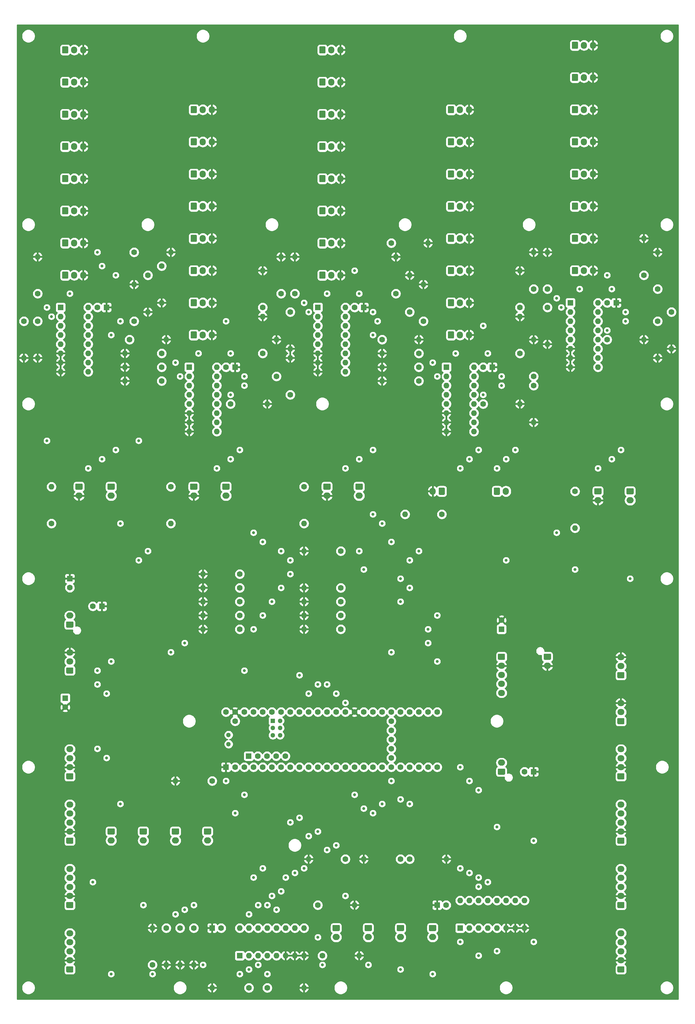
<source format=gbr>
%TF.GenerationSoftware,KiCad,Pcbnew,5.1.9*%
%TF.CreationDate,2021-03-20T19:28:51+01:00*%
%TF.ProjectId,mixer.pcb,6d697865-722e-4706-9362-2e6b69636164,0.2*%
%TF.SameCoordinates,Original*%
%TF.FileFunction,Copper,L3,Inr*%
%TF.FilePolarity,Positive*%
%FSLAX46Y46*%
G04 Gerber Fmt 4.6, Leading zero omitted, Abs format (unit mm)*
G04 Created by KiCad (PCBNEW 5.1.9) date 2021-03-20 19:28:51*
%MOMM*%
%LPD*%
G01*
G04 APERTURE LIST*
%TA.AperFunction,ComponentPad*%
%ADD10C,1.600000*%
%TD*%
%TA.AperFunction,ComponentPad*%
%ADD11R,1.600000X1.600000*%
%TD*%
%TA.AperFunction,ComponentPad*%
%ADD12R,1.300000X1.300000*%
%TD*%
%TA.AperFunction,ComponentPad*%
%ADD13C,1.300000*%
%TD*%
%TA.AperFunction,ComponentPad*%
%ADD14O,2.000000X1.700000*%
%TD*%
%TA.AperFunction,ComponentPad*%
%ADD15O,1.600000X1.600000*%
%TD*%
%TA.AperFunction,ComponentPad*%
%ADD16O,1.950000X1.700000*%
%TD*%
%TA.AperFunction,ComponentPad*%
%ADD17O,1.700000X1.950000*%
%TD*%
%TA.AperFunction,ComponentPad*%
%ADD18O,1.700000X2.000000*%
%TD*%
%TA.AperFunction,ViaPad*%
%ADD19C,0.800000*%
%TD*%
%TA.AperFunction,Conductor*%
%ADD20C,0.254000*%
%TD*%
%TA.AperFunction,Conductor*%
%ADD21C,0.100000*%
%TD*%
G04 APERTURE END LIST*
D10*
%TO.N,Net-(U5-Pad49)*%
%TO.C,U5*%
X73660000Y-205740000D03*
%TO.N,Net-(U5-Pad59)*%
X87579200Y-215389200D03*
%TO.N,Net-(U5-Pad58)*%
X85039200Y-215389200D03*
%TO.N,Net-(U5-Pad57)*%
X82499200Y-215389200D03*
%TO.N,Net-(U5-Pad56)*%
X79959200Y-215389200D03*
D11*
%TO.N,Net-(U5-Pad55)*%
X77419200Y-215389200D03*
D10*
%TO.N,Net-(U5-Pad48)*%
X71120000Y-203200000D03*
%TO.N,GND*%
X73660000Y-203200000D03*
%TO.N,Net-(3.3V_Test2-Pad1)*%
X76200000Y-203200000D03*
%TO.N,mux_master*%
X78740000Y-203200000D03*
%TO.N,mux_ch4*%
X81280000Y-203200000D03*
%TO.N,mux_ch3*%
X83820000Y-203200000D03*
%TO.N,mux_ch2*%
X86360000Y-203200000D03*
%TO.N,mux_ch1*%
X88900000Y-203200000D03*
%TO.N,vu_din*%
X91440000Y-203200000D03*
%TO.N,display_sda1*%
X93980000Y-203200000D03*
%TO.N,display_scl1*%
X96520000Y-203200000D03*
%TO.N,vu_cs*%
X99060000Y-203200000D03*
%TO.N,vu_clk*%
X101600000Y-203200000D03*
%TO.N,neopixel*%
X104140000Y-203200000D03*
D11*
%TO.N,GND*%
X71120000Y-218440000D03*
D10*
%TO.N,rEnc0_DT*%
X73660000Y-218440000D03*
%TO.N,rEnc0_clk*%
X76200000Y-218440000D03*
%TO.N,rEnc1_DT*%
X78740000Y-218440000D03*
%TO.N,rEnc1_clk*%
X81280000Y-218440000D03*
%TO.N,rEnc2_DT*%
X83820000Y-218440000D03*
%TO.N,rEnc2_clk*%
X86360000Y-218440000D03*
%TO.N,rEnc3_DT*%
X88900000Y-218440000D03*
%TO.N,rEnc3_clk*%
X91440000Y-218440000D03*
%TO.N,rEnc4_DT*%
X93980000Y-218440000D03*
%TO.N,rEnc4_clk*%
X96520000Y-218440000D03*
%TO.N,rEnc5_DT*%
X99060000Y-218440000D03*
%TO.N,rEnc5_clk*%
X101600000Y-218440000D03*
%TO.N,GND*%
X106680000Y-203200000D03*
%TO.N,Net-(R30-Pad2)*%
X109220000Y-203200000D03*
%TO.N,Net-(R31-Pad2)*%
X111760000Y-203200000D03*
%TO.N,Net-(R32-Pad2)*%
X114300000Y-203200000D03*
%TO.N,Net-(R33-Pad2)*%
X116840000Y-203200000D03*
%TO.N,pfl_btn_master*%
X119380000Y-203200000D03*
%TO.N,pfl_btn_ch4*%
X121920000Y-203200000D03*
%TO.N,pfl_btn_ch3*%
X124460000Y-203200000D03*
%TO.N,pfl_btn_ch2*%
X127000000Y-203200000D03*
%TO.N,pfl_btn_ch1*%
X129540000Y-203200000D03*
%TO.N,s2*%
X129540000Y-218440000D03*
%TO.N,s1*%
X127000000Y-218440000D03*
%TO.N,s0*%
X124460000Y-218440000D03*
%TO.N,pin29*%
X121920000Y-218440000D03*
%TO.N,mux_encBtn_fx*%
X104140000Y-218440000D03*
%TO.N,Net-(3.3V_Test1-Pad1)*%
X106680000Y-218440000D03*
%TO.N,display_scl2*%
X109220000Y-218440000D03*
%TO.N,pin28*%
X119380000Y-218440000D03*
%TO.N,mux_selBtn_fx*%
X116840000Y-218440000D03*
%TO.N,Net-(R18-Pad1)*%
X114300000Y-218440000D03*
%TO.N,display_sda2*%
X111760000Y-218440000D03*
D12*
%TO.N,Net-(U5-Pad60)*%
X84090000Y-205638400D03*
D13*
%TO.N,Net-(U5-Pad65)*%
X86090000Y-205638400D03*
%TO.N,Net-(U5-Pad61)*%
X84090000Y-207638400D03*
%TO.N,Net-(U5-Pad64)*%
X86090000Y-207638400D03*
%TO.N,Net-(U5-Pad63)*%
X86090000Y-209638400D03*
%TO.N,Net-(U5-Pad62)*%
X84090000Y-209638400D03*
D10*
%TO.N,Net-(U5-Pad50)*%
X116840000Y-215900000D03*
%TO.N,Net-(U5-Pad51)*%
X116840000Y-213360000D03*
%TO.N,Net-(U5-Pad52)*%
X116840000Y-210820000D03*
%TO.N,Net-(U5-Pad53)*%
X116840000Y-208280000D03*
%TO.N,Net-(U5-Pad54)*%
X116840000Y-205740000D03*
D13*
%TO.N,Net-(U5-Pad67)*%
X71850000Y-212090000D03*
%TO.N,Net-(U5-Pad66)*%
X71850000Y-209550000D03*
%TD*%
%TO.N,+3V3*%
%TO.C,pfl_btn_master1*%
%TA.AperFunction,ComponentPad*%
G36*
G01*
X182130000Y-141390000D02*
X183630000Y-141390000D01*
G75*
G02*
X183880000Y-141640000I0J-250000D01*
G01*
X183880000Y-142840000D01*
G75*
G02*
X183630000Y-143090000I-250000J0D01*
G01*
X182130000Y-143090000D01*
G75*
G02*
X181880000Y-142840000I0J250000D01*
G01*
X181880000Y-141640000D01*
G75*
G02*
X182130000Y-141390000I250000J0D01*
G01*
G37*
%TD.AperFunction*%
D14*
%TO.N,pfl_btn_master*%
X182880000Y-144740000D03*
%TD*%
D10*
%TO.N,Net-(MuxCh1_13-Pad2)*%
%TO.C,R26*%
X53340000Y-107950000D03*
D15*
%TO.N,GND*%
X43180000Y-107950000D03*
%TD*%
D10*
%TO.N,Net-(FX-BTNs1-Pad14)*%
%TO.C,R2*%
X62230000Y-262890000D03*
D15*
%TO.N,GND*%
X62230000Y-273050000D03*
%TD*%
D10*
%TO.N,Net-(MuxCh1-Pad1)*%
%TO.C,R13*%
X15240000Y-95250000D03*
D15*
%TO.N,GND*%
X15240000Y-105410000D03*
%TD*%
%TO.N,+3V3*%
%TO.C,FX-BTNs1*%
X74930000Y-262890000D03*
%TO.N,GND*%
X92710000Y-270510000D03*
%TO.N,Net-(FX-BTNs1-Pad15)*%
X77470000Y-262890000D03*
%TO.N,GND*%
X90170000Y-270510000D03*
%TO.N,Net-(FX-BTNs1-Pad14)*%
X80010000Y-262890000D03*
%TO.N,GND*%
X87630000Y-270510000D03*
%TO.N,Net-(FX-BTNs1-Pad13)*%
X82550000Y-262890000D03*
%TO.N,Net-(FX-BTNs1-Pad5)*%
X85090000Y-270510000D03*
%TO.N,Net-(FX-BTNs1-Pad12)*%
X85090000Y-262890000D03*
%TO.N,Net-(FX-BTNs1-Pad4)*%
X82550000Y-270510000D03*
%TO.N,s0*%
X87630000Y-262890000D03*
%TO.N,mux_selBtn_fx*%
X80010000Y-270510000D03*
%TO.N,s1*%
X90170000Y-262890000D03*
%TO.N,Net-(FX-BTNs1-Pad2)*%
X77470000Y-270510000D03*
%TO.N,s2*%
X92710000Y-262890000D03*
D11*
%TO.N,Net-(FX-BTNs1-Pad1)*%
X74930000Y-270510000D03*
%TD*%
D16*
%TO.N,rEnc1_clk*%
%TO.C,fx1_enc2*%
X27940000Y-246540000D03*
%TO.N,rEnc1_DT*%
X27940000Y-249040000D03*
%TO.N,Net-(fx1_enc2-Pad3)*%
X27940000Y-251540000D03*
%TO.N,GND*%
X27940000Y-254040000D03*
%TO.N,+3V3*%
%TA.AperFunction,ComponentPad*%
G36*
G01*
X28665000Y-257390000D02*
X27215000Y-257390000D01*
G75*
G02*
X26965000Y-257140000I0J250000D01*
G01*
X26965000Y-255940000D01*
G75*
G02*
X27215000Y-255690000I250000J0D01*
G01*
X28665000Y-255690000D01*
G75*
G02*
X28915000Y-255940000I0J-250000D01*
G01*
X28915000Y-257140000D01*
G75*
G02*
X28665000Y-257390000I-250000J0D01*
G01*
G37*
%TD.AperFunction*%
%TD*%
D17*
%TO.N,GND*%
%TO.C,MuxCh1_4*%
X31670000Y-46990000D03*
%TO.N,Net-(MuxCh1-Pad12)*%
X29170000Y-46990000D03*
%TO.N,+3V3*%
%TA.AperFunction,ComponentPad*%
G36*
G01*
X25820000Y-47715000D02*
X25820000Y-46265000D01*
G75*
G02*
X26070000Y-46015000I250000J0D01*
G01*
X27270000Y-46015000D01*
G75*
G02*
X27520000Y-46265000I0J-250000D01*
G01*
X27520000Y-47715000D01*
G75*
G02*
X27270000Y-47965000I-250000J0D01*
G01*
X26070000Y-47965000D01*
G75*
G02*
X25820000Y-47715000I0J250000D01*
G01*
G37*
%TD.AperFunction*%
%TD*%
%TO.N,GND*%
%TO.C,MuxCh1_5*%
X31670000Y-55880000D03*
%TO.N,Net-(MuxCh1-Pad1)*%
X29170000Y-55880000D03*
%TO.N,+3V3*%
%TA.AperFunction,ComponentPad*%
G36*
G01*
X25820000Y-56605000D02*
X25820000Y-55155000D01*
G75*
G02*
X26070000Y-54905000I250000J0D01*
G01*
X27270000Y-54905000D01*
G75*
G02*
X27520000Y-55155000I0J-250000D01*
G01*
X27520000Y-56605000D01*
G75*
G02*
X27270000Y-56855000I-250000J0D01*
G01*
X26070000Y-56855000D01*
G75*
G02*
X25820000Y-56605000I0J250000D01*
G01*
G37*
%TD.AperFunction*%
%TD*%
%TO.N,+3V3*%
%TO.C,MuxCh1_2*%
%TA.AperFunction,ComponentPad*%
G36*
G01*
X25820000Y-29935000D02*
X25820000Y-28485000D01*
G75*
G02*
X26070000Y-28235000I250000J0D01*
G01*
X27270000Y-28235000D01*
G75*
G02*
X27520000Y-28485000I0J-250000D01*
G01*
X27520000Y-29935000D01*
G75*
G02*
X27270000Y-30185000I-250000J0D01*
G01*
X26070000Y-30185000D01*
G75*
G02*
X25820000Y-29935000I0J250000D01*
G01*
G37*
%TD.AperFunction*%
%TO.N,Net-(MuxCh1-Pad14)*%
X29170000Y-29210000D03*
%TO.N,GND*%
X31670000Y-29210000D03*
%TD*%
D11*
%TO.N,Net-(MuxCh1-Pad1)*%
%TO.C,MuxCh1*%
X25400000Y-91440000D03*
D15*
%TO.N,s2*%
X33020000Y-109220000D03*
%TO.N,Net-(MuxCh1-Pad2)*%
X25400000Y-93980000D03*
%TO.N,s1*%
X33020000Y-106680000D03*
%TO.N,mux_ch1*%
X25400000Y-96520000D03*
%TO.N,s0*%
X33020000Y-104140000D03*
%TO.N,Net-(MuxCh1-Pad4)*%
X25400000Y-99060000D03*
%TO.N,Net-(MuxCh1-Pad12)*%
X33020000Y-101600000D03*
%TO.N,Net-(MuxCh1-Pad5)*%
X25400000Y-101600000D03*
%TO.N,Net-(MuxCh1-Pad13)*%
X33020000Y-99060000D03*
%TO.N,GND*%
X25400000Y-104140000D03*
%TO.N,Net-(MuxCh1-Pad14)*%
X33020000Y-96520000D03*
%TO.N,GND*%
X25400000Y-106680000D03*
%TO.N,Net-(MuxCh1-Pad15)*%
X33020000Y-93980000D03*
%TO.N,GND*%
X25400000Y-109220000D03*
%TO.N,+3V3*%
X33020000Y-91440000D03*
%TD*%
D17*
%TO.N,GND*%
%TO.C,MuxCh1_3*%
X31670000Y-38100000D03*
%TO.N,Net-(MuxCh1-Pad15)*%
X29170000Y-38100000D03*
%TO.N,+3V3*%
%TA.AperFunction,ComponentPad*%
G36*
G01*
X25820000Y-38825000D02*
X25820000Y-37375000D01*
G75*
G02*
X26070000Y-37125000I250000J0D01*
G01*
X27270000Y-37125000D01*
G75*
G02*
X27520000Y-37375000I0J-250000D01*
G01*
X27520000Y-38825000D01*
G75*
G02*
X27270000Y-39075000I-250000J0D01*
G01*
X26070000Y-39075000D01*
G75*
G02*
X25820000Y-38825000I0J250000D01*
G01*
G37*
%TD.AperFunction*%
%TD*%
%TO.N,+3V3*%
%TO.C,MuxCh1_6*%
%TA.AperFunction,ComponentPad*%
G36*
G01*
X25820000Y-65495000D02*
X25820000Y-64045000D01*
G75*
G02*
X26070000Y-63795000I250000J0D01*
G01*
X27270000Y-63795000D01*
G75*
G02*
X27520000Y-64045000I0J-250000D01*
G01*
X27520000Y-65495000D01*
G75*
G02*
X27270000Y-65745000I-250000J0D01*
G01*
X26070000Y-65745000D01*
G75*
G02*
X25820000Y-65495000I0J250000D01*
G01*
G37*
%TD.AperFunction*%
%TO.N,Net-(MuxCh1-Pad5)*%
X29170000Y-64770000D03*
%TO.N,GND*%
X31670000Y-64770000D03*
%TD*%
%TO.N,+3V3*%
%TO.C,MuxCh1_7*%
%TA.AperFunction,ComponentPad*%
G36*
G01*
X25820000Y-74385000D02*
X25820000Y-72935000D01*
G75*
G02*
X26070000Y-72685000I250000J0D01*
G01*
X27270000Y-72685000D01*
G75*
G02*
X27520000Y-72935000I0J-250000D01*
G01*
X27520000Y-74385000D01*
G75*
G02*
X27270000Y-74635000I-250000J0D01*
G01*
X26070000Y-74635000D01*
G75*
G02*
X25820000Y-74385000I0J250000D01*
G01*
G37*
%TD.AperFunction*%
%TO.N,Net-(MuxCh1-Pad2)*%
X29170000Y-73660000D03*
%TO.N,GND*%
X31670000Y-73660000D03*
%TD*%
%TO.N,GND*%
%TO.C,MuxCh1_8*%
X31670000Y-82550000D03*
%TO.N,Net-(MuxCh1-Pad4)*%
X29170000Y-82550000D03*
%TO.N,+3V3*%
%TA.AperFunction,ComponentPad*%
G36*
G01*
X25820000Y-83275000D02*
X25820000Y-81825000D01*
G75*
G02*
X26070000Y-81575000I250000J0D01*
G01*
X27270000Y-81575000D01*
G75*
G02*
X27520000Y-81825000I0J-250000D01*
G01*
X27520000Y-83275000D01*
G75*
G02*
X27270000Y-83525000I-250000J0D01*
G01*
X26070000Y-83525000D01*
G75*
G02*
X25820000Y-83275000I0J250000D01*
G01*
G37*
%TD.AperFunction*%
%TD*%
%TO.N,GND*%
%TO.C,MuxCh1_1*%
X31670000Y-20320000D03*
%TO.N,Net-(MuxCh1-Pad13)*%
X29170000Y-20320000D03*
%TO.N,+3V3*%
%TA.AperFunction,ComponentPad*%
G36*
G01*
X25820000Y-21045000D02*
X25820000Y-19595000D01*
G75*
G02*
X26070000Y-19345000I250000J0D01*
G01*
X27270000Y-19345000D01*
G75*
G02*
X27520000Y-19595000I0J-250000D01*
G01*
X27520000Y-21045000D01*
G75*
G02*
X27270000Y-21295000I-250000J0D01*
G01*
X26070000Y-21295000D01*
G75*
G02*
X25820000Y-21045000I0J250000D01*
G01*
G37*
%TD.AperFunction*%
%TD*%
%TO.N,+3V3*%
%TO.C,NeoPixel1*%
%TA.AperFunction,ComponentPad*%
G36*
G01*
X28665000Y-192620000D02*
X27215000Y-192620000D01*
G75*
G02*
X26965000Y-192370000I0J250000D01*
G01*
X26965000Y-191170000D01*
G75*
G02*
X27215000Y-190920000I250000J0D01*
G01*
X28665000Y-190920000D01*
G75*
G02*
X28915000Y-191170000I0J-250000D01*
G01*
X28915000Y-192370000D01*
G75*
G02*
X28665000Y-192620000I-250000J0D01*
G01*
G37*
%TD.AperFunction*%
D16*
%TO.N,neopixel*%
X27940000Y-189270000D03*
%TO.N,GND*%
X27940000Y-186770000D03*
%TD*%
%TO.N,vu_clk*%
%TO.C,vu_matrix*%
X147320000Y-197960000D03*
%TO.N,vu_cs*%
X147320000Y-195460000D03*
%TO.N,vu_din*%
X147320000Y-192960000D03*
%TO.N,GND*%
X147320000Y-190460000D03*
%TO.N,+3V3*%
%TA.AperFunction,ComponentPad*%
G36*
G01*
X146595000Y-187110000D02*
X148045000Y-187110000D01*
G75*
G02*
X148295000Y-187360000I0J-250000D01*
G01*
X148295000Y-188560000D01*
G75*
G02*
X148045000Y-188810000I-250000J0D01*
G01*
X146595000Y-188810000D01*
G75*
G02*
X146345000Y-188560000I0J250000D01*
G01*
X146345000Y-187360000D01*
G75*
G02*
X146595000Y-187110000I250000J0D01*
G01*
G37*
%TD.AperFunction*%
%TD*%
%TO.N,+3V3*%
%TO.C,display_1*%
%TA.AperFunction,ComponentPad*%
G36*
G01*
X28665000Y-221830000D02*
X27215000Y-221830000D01*
G75*
G02*
X26965000Y-221580000I0J250000D01*
G01*
X26965000Y-220380000D01*
G75*
G02*
X27215000Y-220130000I250000J0D01*
G01*
X28665000Y-220130000D01*
G75*
G02*
X28915000Y-220380000I0J-250000D01*
G01*
X28915000Y-221580000D01*
G75*
G02*
X28665000Y-221830000I-250000J0D01*
G01*
G37*
%TD.AperFunction*%
%TO.N,GND*%
X27940000Y-218480000D03*
%TO.N,display_sda1*%
X27940000Y-215980000D03*
%TO.N,display_scl1*%
X27940000Y-213480000D03*
%TD*%
%TO.N,display_scl2*%
%TO.C,display_2*%
X180340000Y-213480000D03*
%TO.N,display_sda2*%
X180340000Y-215980000D03*
%TO.N,GND*%
X180340000Y-218480000D03*
%TO.N,+3V3*%
%TA.AperFunction,ComponentPad*%
G36*
G01*
X181065000Y-221830000D02*
X179615000Y-221830000D01*
G75*
G02*
X179365000Y-221580000I0J250000D01*
G01*
X179365000Y-220380000D01*
G75*
G02*
X179615000Y-220130000I250000J0D01*
G01*
X181065000Y-220130000D01*
G75*
G02*
X181315000Y-220380000I0J-250000D01*
G01*
X181315000Y-221580000D01*
G75*
G02*
X181065000Y-221830000I-250000J0D01*
G01*
G37*
%TD.AperFunction*%
%TD*%
%TO.N,+3V3*%
%TO.C,fx1_btn1*%
%TA.AperFunction,ComponentPad*%
G36*
G01*
X100850000Y-262040000D02*
X102350000Y-262040000D01*
G75*
G02*
X102600000Y-262290000I0J-250000D01*
G01*
X102600000Y-263490000D01*
G75*
G02*
X102350000Y-263740000I-250000J0D01*
G01*
X100850000Y-263740000D01*
G75*
G02*
X100600000Y-263490000I0J250000D01*
G01*
X100600000Y-262290000D01*
G75*
G02*
X100850000Y-262040000I250000J0D01*
G01*
G37*
%TD.AperFunction*%
D14*
%TO.N,Net-(FX-BTNs1-Pad13)*%
X101600000Y-265390000D03*
%TD*%
%TO.N,Net-(FX-BTNs1-Pad14)*%
%TO.C,fx1_btn2*%
X48260000Y-238720000D03*
%TO.N,+3V3*%
%TA.AperFunction,ComponentPad*%
G36*
G01*
X47510000Y-235370000D02*
X49010000Y-235370000D01*
G75*
G02*
X49260000Y-235620000I0J-250000D01*
G01*
X49260000Y-236820000D01*
G75*
G02*
X49010000Y-237070000I-250000J0D01*
G01*
X47510000Y-237070000D01*
G75*
G02*
X47260000Y-236820000I0J250000D01*
G01*
X47260000Y-235620000D01*
G75*
G02*
X47510000Y-235370000I250000J0D01*
G01*
G37*
%TD.AperFunction*%
%TD*%
%TO.N,Net-(FX-BTNs1-Pad15)*%
%TO.C,fx1_btn3*%
X57150000Y-238720000D03*
%TO.N,+3V3*%
%TA.AperFunction,ComponentPad*%
G36*
G01*
X56400000Y-235370000D02*
X57900000Y-235370000D01*
G75*
G02*
X58150000Y-235620000I0J-250000D01*
G01*
X58150000Y-236820000D01*
G75*
G02*
X57900000Y-237070000I-250000J0D01*
G01*
X56400000Y-237070000D01*
G75*
G02*
X56150000Y-236820000I0J250000D01*
G01*
X56150000Y-235620000D01*
G75*
G02*
X56400000Y-235370000I250000J0D01*
G01*
G37*
%TD.AperFunction*%
%TD*%
%TO.N,+3V3*%
%TO.C,fx1_btn4*%
%TA.AperFunction,ComponentPad*%
G36*
G01*
X65290000Y-235370000D02*
X66790000Y-235370000D01*
G75*
G02*
X67040000Y-235620000I0J-250000D01*
G01*
X67040000Y-236820000D01*
G75*
G02*
X66790000Y-237070000I-250000J0D01*
G01*
X65290000Y-237070000D01*
G75*
G02*
X65040000Y-236820000I0J250000D01*
G01*
X65040000Y-235620000D01*
G75*
G02*
X65290000Y-235370000I250000J0D01*
G01*
G37*
%TD.AperFunction*%
%TO.N,Net-(FX-BTNs1-Pad12)*%
X66040000Y-238720000D03*
%TD*%
D16*
%TO.N,rEnc0_clk*%
%TO.C,fx1_enc1*%
X27940000Y-228760000D03*
%TO.N,rEnc0_DT*%
X27940000Y-231260000D03*
%TO.N,Net-(fx1_enc1-Pad3)*%
X27940000Y-233760000D03*
%TO.N,GND*%
X27940000Y-236260000D03*
%TO.N,+3V3*%
%TA.AperFunction,ComponentPad*%
G36*
G01*
X28665000Y-239610000D02*
X27215000Y-239610000D01*
G75*
G02*
X26965000Y-239360000I0J250000D01*
G01*
X26965000Y-238160000D01*
G75*
G02*
X27215000Y-237910000I250000J0D01*
G01*
X28665000Y-237910000D01*
G75*
G02*
X28915000Y-238160000I0J-250000D01*
G01*
X28915000Y-239360000D01*
G75*
G02*
X28665000Y-239610000I-250000J0D01*
G01*
G37*
%TD.AperFunction*%
%TD*%
%TO.N,rEnc2_clk*%
%TO.C,fx1_enc3*%
X27940000Y-264320000D03*
%TO.N,rEnc2_DT*%
X27940000Y-266820000D03*
%TO.N,Net-(fx1_enc3-Pad3)*%
X27940000Y-269320000D03*
%TO.N,GND*%
X27940000Y-271820000D03*
%TO.N,+3V3*%
%TA.AperFunction,ComponentPad*%
G36*
G01*
X28665000Y-275170000D02*
X27215000Y-275170000D01*
G75*
G02*
X26965000Y-274920000I0J250000D01*
G01*
X26965000Y-273720000D01*
G75*
G02*
X27215000Y-273470000I250000J0D01*
G01*
X28665000Y-273470000D01*
G75*
G02*
X28915000Y-273720000I0J-250000D01*
G01*
X28915000Y-274920000D01*
G75*
G02*
X28665000Y-275170000I-250000J0D01*
G01*
G37*
%TD.AperFunction*%
%TD*%
D14*
%TO.N,Net-(FX-BTNs1-Pad1)*%
%TO.C,fx2_btn1*%
X39370000Y-238720000D03*
%TO.N,+3V3*%
%TA.AperFunction,ComponentPad*%
G36*
G01*
X38620000Y-235370000D02*
X40120000Y-235370000D01*
G75*
G02*
X40370000Y-235620000I0J-250000D01*
G01*
X40370000Y-236820000D01*
G75*
G02*
X40120000Y-237070000I-250000J0D01*
G01*
X38620000Y-237070000D01*
G75*
G02*
X38370000Y-236820000I0J250000D01*
G01*
X38370000Y-235620000D01*
G75*
G02*
X38620000Y-235370000I250000J0D01*
G01*
G37*
%TD.AperFunction*%
%TD*%
%TO.N,+3V3*%
%TO.C,fx2_btn2*%
%TA.AperFunction,ComponentPad*%
G36*
G01*
X109740000Y-262040000D02*
X111240000Y-262040000D01*
G75*
G02*
X111490000Y-262290000I0J-250000D01*
G01*
X111490000Y-263490000D01*
G75*
G02*
X111240000Y-263740000I-250000J0D01*
G01*
X109740000Y-263740000D01*
G75*
G02*
X109490000Y-263490000I0J250000D01*
G01*
X109490000Y-262290000D01*
G75*
G02*
X109740000Y-262040000I250000J0D01*
G01*
G37*
%TD.AperFunction*%
%TO.N,Net-(FX-BTNs1-Pad5)*%
X110490000Y-265390000D03*
%TD*%
%TO.N,Net-(FX-BTNs1-Pad2)*%
%TO.C,fx2_btn3*%
X119380000Y-265390000D03*
%TO.N,+3V3*%
%TA.AperFunction,ComponentPad*%
G36*
G01*
X118630000Y-262040000D02*
X120130000Y-262040000D01*
G75*
G02*
X120380000Y-262290000I0J-250000D01*
G01*
X120380000Y-263490000D01*
G75*
G02*
X120130000Y-263740000I-250000J0D01*
G01*
X118630000Y-263740000D01*
G75*
G02*
X118380000Y-263490000I0J250000D01*
G01*
X118380000Y-262290000D01*
G75*
G02*
X118630000Y-262040000I250000J0D01*
G01*
G37*
%TD.AperFunction*%
%TD*%
%TO.N,+3V3*%
%TO.C,fx2_btn4*%
%TA.AperFunction,ComponentPad*%
G36*
G01*
X127520000Y-262040000D02*
X129020000Y-262040000D01*
G75*
G02*
X129270000Y-262290000I0J-250000D01*
G01*
X129270000Y-263490000D01*
G75*
G02*
X129020000Y-263740000I-250000J0D01*
G01*
X127520000Y-263740000D01*
G75*
G02*
X127270000Y-263490000I0J250000D01*
G01*
X127270000Y-262290000D01*
G75*
G02*
X127520000Y-262040000I250000J0D01*
G01*
G37*
%TD.AperFunction*%
%TO.N,Net-(FX-BTNs1-Pad4)*%
X128270000Y-265390000D03*
%TD*%
%TO.N,+3V3*%
%TO.C,fx2_enc1*%
%TA.AperFunction,ComponentPad*%
G36*
G01*
X181065000Y-239610000D02*
X179615000Y-239610000D01*
G75*
G02*
X179365000Y-239360000I0J250000D01*
G01*
X179365000Y-238160000D01*
G75*
G02*
X179615000Y-237910000I250000J0D01*
G01*
X181065000Y-237910000D01*
G75*
G02*
X181315000Y-238160000I0J-250000D01*
G01*
X181315000Y-239360000D01*
G75*
G02*
X181065000Y-239610000I-250000J0D01*
G01*
G37*
%TD.AperFunction*%
D16*
%TO.N,GND*%
X180340000Y-236260000D03*
%TO.N,Net-(fx2_enc1-Pad3)*%
X180340000Y-233760000D03*
%TO.N,rEnc3_DT*%
X180340000Y-231260000D03*
%TO.N,rEnc3_clk*%
X180340000Y-228760000D03*
%TD*%
%TO.N,rEnc4_clk*%
%TO.C,fx2_enc2*%
X180340000Y-246540000D03*
%TO.N,rEnc4_DT*%
X180340000Y-249040000D03*
%TO.N,Net-(fx2_enc2-Pad3)*%
X180340000Y-251540000D03*
%TO.N,GND*%
X180340000Y-254040000D03*
%TO.N,+3V3*%
%TA.AperFunction,ComponentPad*%
G36*
G01*
X181065000Y-257390000D02*
X179615000Y-257390000D01*
G75*
G02*
X179365000Y-257140000I0J250000D01*
G01*
X179365000Y-255940000D01*
G75*
G02*
X179615000Y-255690000I250000J0D01*
G01*
X181065000Y-255690000D01*
G75*
G02*
X181315000Y-255940000I0J-250000D01*
G01*
X181315000Y-257140000D01*
G75*
G02*
X181065000Y-257390000I-250000J0D01*
G01*
G37*
%TD.AperFunction*%
%TD*%
%TO.N,+3V3*%
%TO.C,fx2_enc3*%
%TA.AperFunction,ComponentPad*%
G36*
G01*
X181065000Y-275170000D02*
X179615000Y-275170000D01*
G75*
G02*
X179365000Y-274920000I0J250000D01*
G01*
X179365000Y-273720000D01*
G75*
G02*
X179615000Y-273470000I250000J0D01*
G01*
X181065000Y-273470000D01*
G75*
G02*
X181315000Y-273720000I0J-250000D01*
G01*
X181315000Y-274920000D01*
G75*
G02*
X181065000Y-275170000I-250000J0D01*
G01*
G37*
%TD.AperFunction*%
%TO.N,GND*%
X180340000Y-271820000D03*
%TO.N,Net-(fx2_enc3-Pad3)*%
X180340000Y-269320000D03*
%TO.N,rEnc5_DT*%
X180340000Y-266820000D03*
%TO.N,rEnc5_clk*%
X180340000Y-264320000D03*
%TD*%
D11*
%TO.N,Net-(fx2_enc2-Pad3)*%
%TO.C,fxEncBtns1*%
X135890000Y-262890000D03*
D15*
%TO.N,s2*%
X153670000Y-255270000D03*
%TO.N,Net-(fxEncBtns1-Pad2)*%
X138430000Y-262890000D03*
%TO.N,s1*%
X151130000Y-255270000D03*
%TO.N,mux_encBtn_fx*%
X140970000Y-262890000D03*
%TO.N,s0*%
X148590000Y-255270000D03*
%TO.N,Net-(fxEncBtns1-Pad4)*%
X143510000Y-262890000D03*
%TO.N,Net-(fx2_enc1-Pad3)*%
X146050000Y-255270000D03*
%TO.N,Net-(fx2_enc3-Pad3)*%
X146050000Y-262890000D03*
%TO.N,Net-(fx1_enc1-Pad3)*%
X143510000Y-255270000D03*
%TO.N,GND*%
X148590000Y-262890000D03*
%TO.N,Net-(fx1_enc2-Pad3)*%
X140970000Y-255270000D03*
%TO.N,GND*%
X151130000Y-262890000D03*
%TO.N,Net-(fx1_enc3-Pad3)*%
X138430000Y-255270000D03*
%TO.N,GND*%
X153670000Y-262890000D03*
%TO.N,+3V3*%
X135890000Y-255270000D03*
%TD*%
%TO.N,+3V3*%
%TO.C,pfl_btn_1*%
%TA.AperFunction,ComponentPad*%
G36*
G01*
X38620000Y-140120000D02*
X40120000Y-140120000D01*
G75*
G02*
X40370000Y-140370000I0J-250000D01*
G01*
X40370000Y-141570000D01*
G75*
G02*
X40120000Y-141820000I-250000J0D01*
G01*
X38620000Y-141820000D01*
G75*
G02*
X38370000Y-141570000I0J250000D01*
G01*
X38370000Y-140370000D01*
G75*
G02*
X38620000Y-140120000I250000J0D01*
G01*
G37*
%TD.AperFunction*%
D14*
%TO.N,pfl_btn_ch1*%
X39370000Y-143470000D03*
%TD*%
%TO.N,pfl_btn_ch2*%
%TO.C,pfl_btn_2*%
X71120000Y-143470000D03*
%TO.N,+3V3*%
%TA.AperFunction,ComponentPad*%
G36*
G01*
X70370000Y-140120000D02*
X71870000Y-140120000D01*
G75*
G02*
X72120000Y-140370000I0J-250000D01*
G01*
X72120000Y-141570000D01*
G75*
G02*
X71870000Y-141820000I-250000J0D01*
G01*
X70370000Y-141820000D01*
G75*
G02*
X70120000Y-141570000I0J250000D01*
G01*
X70120000Y-140370000D01*
G75*
G02*
X70370000Y-140120000I250000J0D01*
G01*
G37*
%TD.AperFunction*%
%TD*%
%TO.N,+3V3*%
%TO.C,pfl_btn_3*%
%TA.AperFunction,ComponentPad*%
G36*
G01*
X107200000Y-140120000D02*
X108700000Y-140120000D01*
G75*
G02*
X108950000Y-140370000I0J-250000D01*
G01*
X108950000Y-141570000D01*
G75*
G02*
X108700000Y-141820000I-250000J0D01*
G01*
X107200000Y-141820000D01*
G75*
G02*
X106950000Y-141570000I0J250000D01*
G01*
X106950000Y-140370000D01*
G75*
G02*
X107200000Y-140120000I250000J0D01*
G01*
G37*
%TD.AperFunction*%
%TO.N,pfl_btn_ch3*%
X107950000Y-143470000D03*
%TD*%
D18*
%TO.N,pfl_btn_ch4*%
%TO.C,pfl_btn_4*%
X148550000Y-142240000D03*
%TO.N,+3V3*%
%TA.AperFunction,ComponentPad*%
G36*
G01*
X145200000Y-142990000D02*
X145200000Y-141490000D01*
G75*
G02*
X145450000Y-141240000I250000J0D01*
G01*
X146650000Y-141240000D01*
G75*
G02*
X146900000Y-141490000I0J-250000D01*
G01*
X146900000Y-142990000D01*
G75*
G02*
X146650000Y-143240000I-250000J0D01*
G01*
X145450000Y-143240000D01*
G75*
G02*
X145200000Y-142990000I0J250000D01*
G01*
G37*
%TD.AperFunction*%
%TD*%
D14*
%TO.N,GND*%
%TO.C,pfl_led_1*%
X30480000Y-143470000D03*
%TO.N,pfl_led_ch1*%
%TA.AperFunction,ComponentPad*%
G36*
G01*
X29730000Y-140120000D02*
X31230000Y-140120000D01*
G75*
G02*
X31480000Y-140370000I0J-250000D01*
G01*
X31480000Y-141570000D01*
G75*
G02*
X31230000Y-141820000I-250000J0D01*
G01*
X29730000Y-141820000D01*
G75*
G02*
X29480000Y-141570000I0J250000D01*
G01*
X29480000Y-140370000D01*
G75*
G02*
X29730000Y-140120000I250000J0D01*
G01*
G37*
%TD.AperFunction*%
%TD*%
%TO.N,pfl_led_ch2*%
%TO.C,pfl_led_2*%
%TA.AperFunction,ComponentPad*%
G36*
G01*
X61480000Y-140120000D02*
X62980000Y-140120000D01*
G75*
G02*
X63230000Y-140370000I0J-250000D01*
G01*
X63230000Y-141570000D01*
G75*
G02*
X62980000Y-141820000I-250000J0D01*
G01*
X61480000Y-141820000D01*
G75*
G02*
X61230000Y-141570000I0J250000D01*
G01*
X61230000Y-140370000D01*
G75*
G02*
X61480000Y-140120000I250000J0D01*
G01*
G37*
%TD.AperFunction*%
%TO.N,GND*%
X62230000Y-143470000D03*
%TD*%
%TO.N,pfl_led_ch3*%
%TO.C,pfl_led_3*%
%TA.AperFunction,ComponentPad*%
G36*
G01*
X98310000Y-140120000D02*
X99810000Y-140120000D01*
G75*
G02*
X100060000Y-140370000I0J-250000D01*
G01*
X100060000Y-141570000D01*
G75*
G02*
X99810000Y-141820000I-250000J0D01*
G01*
X98310000Y-141820000D01*
G75*
G02*
X98060000Y-141570000I0J250000D01*
G01*
X98060000Y-140370000D01*
G75*
G02*
X98310000Y-140120000I250000J0D01*
G01*
G37*
%TD.AperFunction*%
%TO.N,GND*%
X99060000Y-143470000D03*
%TD*%
D18*
%TO.N,GND*%
%TO.C,pfl_led_4*%
X128310000Y-142240000D03*
%TO.N,pfl_led_ch4*%
%TA.AperFunction,ComponentPad*%
G36*
G01*
X131660000Y-141490000D02*
X131660000Y-142990000D01*
G75*
G02*
X131410000Y-143240000I-250000J0D01*
G01*
X130210000Y-143240000D01*
G75*
G02*
X129960000Y-142990000I0J250000D01*
G01*
X129960000Y-141490000D01*
G75*
G02*
X130210000Y-141240000I250000J0D01*
G01*
X131410000Y-141240000D01*
G75*
G02*
X131660000Y-141490000I0J-250000D01*
G01*
G37*
%TD.AperFunction*%
%TD*%
D14*
%TO.N,GND*%
%TO.C,pfl_led_master1*%
X173990000Y-144740000D03*
%TO.N,pfl_led_master*%
%TA.AperFunction,ComponentPad*%
G36*
G01*
X173240000Y-141390000D02*
X174740000Y-141390000D01*
G75*
G02*
X174990000Y-141640000I0J-250000D01*
G01*
X174990000Y-142840000D01*
G75*
G02*
X174740000Y-143090000I-250000J0D01*
G01*
X173240000Y-143090000D01*
G75*
G02*
X172990000Y-142840000I0J250000D01*
G01*
X172990000Y-141640000D01*
G75*
G02*
X173240000Y-141390000I250000J0D01*
G01*
G37*
%TD.AperFunction*%
%TD*%
D16*
%TO.N,GND*%
%TO.C,spare28*%
X180340000Y-188040000D03*
%TO.N,pin28*%
X180340000Y-190540000D03*
%TO.N,+3V3*%
%TA.AperFunction,ComponentPad*%
G36*
G01*
X181065000Y-193890000D02*
X179615000Y-193890000D01*
G75*
G02*
X179365000Y-193640000I0J250000D01*
G01*
X179365000Y-192440000D01*
G75*
G02*
X179615000Y-192190000I250000J0D01*
G01*
X181065000Y-192190000D01*
G75*
G02*
X181315000Y-192440000I0J-250000D01*
G01*
X181315000Y-193640000D01*
G75*
G02*
X181065000Y-193890000I-250000J0D01*
G01*
G37*
%TD.AperFunction*%
%TD*%
%TO.N,GND*%
%TO.C,spare29*%
X180340000Y-200740000D03*
%TO.N,pin29*%
X180340000Y-203240000D03*
%TO.N,+3V3*%
%TA.AperFunction,ComponentPad*%
G36*
G01*
X181065000Y-206590000D02*
X179615000Y-206590000D01*
G75*
G02*
X179365000Y-206340000I0J250000D01*
G01*
X179365000Y-205140000D01*
G75*
G02*
X179615000Y-204890000I250000J0D01*
G01*
X181065000Y-204890000D01*
G75*
G02*
X181315000Y-205140000I0J-250000D01*
G01*
X181315000Y-206340000D01*
G75*
G02*
X181065000Y-206590000I-250000J0D01*
G01*
G37*
%TD.AperFunction*%
%TD*%
D11*
%TO.N,+3V3*%
%TO.C,C1*%
X26670000Y-199390000D03*
D10*
%TO.N,GND*%
X26670000Y-201890000D03*
%TD*%
D15*
%TO.N,+3V3*%
%TO.C,MuxCh2*%
X68580000Y-107950000D03*
%TO.N,GND*%
X60960000Y-125730000D03*
%TO.N,Net-(MuxCh1_11-Pad2)*%
X68580000Y-110490000D03*
%TO.N,GND*%
X60960000Y-123190000D03*
%TO.N,Net-(MuxCh1_10-Pad2)*%
X68580000Y-113030000D03*
%TO.N,GND*%
X60960000Y-120650000D03*
%TO.N,Net-(MuxCh1_9-Pad2)*%
X68580000Y-115570000D03*
%TO.N,Net-(MuxCh1_14-Pad2)*%
X60960000Y-118110000D03*
%TO.N,Net-(MuxCh1_12-Pad2)*%
X68580000Y-118110000D03*
%TO.N,Net-(MuxCh1_16-Pad2)*%
X60960000Y-115570000D03*
%TO.N,s0*%
X68580000Y-120650000D03*
%TO.N,mux_ch2*%
X60960000Y-113030000D03*
%TO.N,s1*%
X68580000Y-123190000D03*
%TO.N,Net-(MuxCh1_15-Pad2)*%
X60960000Y-110490000D03*
%TO.N,s2*%
X68580000Y-125730000D03*
D11*
%TO.N,Net-(MuxCh1_13-Pad2)*%
X60960000Y-107950000D03*
%TD*%
D15*
%TO.N,+3V3*%
%TO.C,MuxCh3*%
X104140000Y-91440000D03*
%TO.N,GND*%
X96520000Y-109220000D03*
%TO.N,Net-(MuxCh1_19-Pad2)*%
X104140000Y-93980000D03*
%TO.N,GND*%
X96520000Y-106680000D03*
%TO.N,Net-(MuxCh1_18-Pad2)*%
X104140000Y-96520000D03*
%TO.N,GND*%
X96520000Y-104140000D03*
%TO.N,Net-(MuxCh1_17-Pad2)*%
X104140000Y-99060000D03*
%TO.N,Net-(MuxCh1_22-Pad2)*%
X96520000Y-101600000D03*
%TO.N,Net-(MuxCh1_20-Pad2)*%
X104140000Y-101600000D03*
%TO.N,Net-(MuxCh1_24-Pad2)*%
X96520000Y-99060000D03*
%TO.N,s0*%
X104140000Y-104140000D03*
%TO.N,mux_ch3*%
X96520000Y-96520000D03*
%TO.N,s1*%
X104140000Y-106680000D03*
%TO.N,Net-(MuxCh1_23-Pad2)*%
X96520000Y-93980000D03*
%TO.N,s2*%
X104140000Y-109220000D03*
D11*
%TO.N,Net-(MuxCh1_21-Pad2)*%
X96520000Y-91440000D03*
%TD*%
%TO.N,Net-(MuxCh1_29-Pad2)*%
%TO.C,MuxCh4*%
X132080000Y-107950000D03*
D15*
%TO.N,s2*%
X139700000Y-125730000D03*
%TO.N,Net-(MuxCh1_31-Pad2)*%
X132080000Y-110490000D03*
%TO.N,s1*%
X139700000Y-123190000D03*
%TO.N,mux_ch4*%
X132080000Y-113030000D03*
%TO.N,s0*%
X139700000Y-120650000D03*
%TO.N,Net-(MuxCh1_32-Pad2)*%
X132080000Y-115570000D03*
%TO.N,Net-(MuxCh1_28-Pad2)*%
X139700000Y-118110000D03*
%TO.N,Net-(MuxCh1_30-Pad2)*%
X132080000Y-118110000D03*
%TO.N,Net-(MuxCh1_25-Pad2)*%
X139700000Y-115570000D03*
%TO.N,GND*%
X132080000Y-120650000D03*
%TO.N,Net-(MuxCh1_26-Pad2)*%
X139700000Y-113030000D03*
%TO.N,GND*%
X132080000Y-123190000D03*
%TO.N,Net-(MuxCh1_27-Pad2)*%
X139700000Y-110490000D03*
%TO.N,GND*%
X132080000Y-125730000D03*
%TO.N,+3V3*%
X139700000Y-107950000D03*
%TD*%
D11*
%TO.N,Net-(MuxCh1_37-Pad2)*%
%TO.C,MuxCh5*%
X166370000Y-90170000D03*
D15*
%TO.N,s2*%
X173990000Y-107950000D03*
%TO.N,Net-(MuxCh1_39-Pad2)*%
X166370000Y-92710000D03*
%TO.N,s1*%
X173990000Y-105410000D03*
%TO.N,mux_master*%
X166370000Y-95250000D03*
%TO.N,s0*%
X173990000Y-102870000D03*
%TO.N,Net-(MuxCh1_40-Pad2)*%
X166370000Y-97790000D03*
%TO.N,Net-(MuxCh1_36-Pad2)*%
X173990000Y-100330000D03*
%TO.N,Net-(MuxCh1_38-Pad2)*%
X166370000Y-100330000D03*
%TO.N,Net-(MuxCh1_33-Pad2)*%
X173990000Y-97790000D03*
%TO.N,GND*%
X166370000Y-102870000D03*
%TO.N,Net-(MuxCh1_34-Pad2)*%
X173990000Y-95250000D03*
%TO.N,GND*%
X166370000Y-105410000D03*
%TO.N,Net-(MuxCh1_35-Pad2)*%
X173990000Y-92710000D03*
%TO.N,GND*%
X166370000Y-107950000D03*
%TO.N,+3V3*%
X173990000Y-90170000D03*
%TD*%
D17*
%TO.N,GND*%
%TO.C,MuxCh2_1*%
X67230000Y-36830000D03*
%TO.N,Net-(MuxCh1_9-Pad2)*%
X64730000Y-36830000D03*
%TO.N,+3V3*%
%TA.AperFunction,ComponentPad*%
G36*
G01*
X61380000Y-37555000D02*
X61380000Y-36105000D01*
G75*
G02*
X61630000Y-35855000I250000J0D01*
G01*
X62830000Y-35855000D01*
G75*
G02*
X63080000Y-36105000I0J-250000D01*
G01*
X63080000Y-37555000D01*
G75*
G02*
X62830000Y-37805000I-250000J0D01*
G01*
X61630000Y-37805000D01*
G75*
G02*
X61380000Y-37555000I0J250000D01*
G01*
G37*
%TD.AperFunction*%
%TD*%
%TO.N,GND*%
%TO.C,MuxCh2_2*%
X67230000Y-45720000D03*
%TO.N,Net-(MuxCh1_10-Pad2)*%
X64730000Y-45720000D03*
%TO.N,+3V3*%
%TA.AperFunction,ComponentPad*%
G36*
G01*
X61380000Y-46445000D02*
X61380000Y-44995000D01*
G75*
G02*
X61630000Y-44745000I250000J0D01*
G01*
X62830000Y-44745000D01*
G75*
G02*
X63080000Y-44995000I0J-250000D01*
G01*
X63080000Y-46445000D01*
G75*
G02*
X62830000Y-46695000I-250000J0D01*
G01*
X61630000Y-46695000D01*
G75*
G02*
X61380000Y-46445000I0J250000D01*
G01*
G37*
%TD.AperFunction*%
%TD*%
%TO.N,+3V3*%
%TO.C,MuxCh2_3*%
%TA.AperFunction,ComponentPad*%
G36*
G01*
X61380000Y-55335000D02*
X61380000Y-53885000D01*
G75*
G02*
X61630000Y-53635000I250000J0D01*
G01*
X62830000Y-53635000D01*
G75*
G02*
X63080000Y-53885000I0J-250000D01*
G01*
X63080000Y-55335000D01*
G75*
G02*
X62830000Y-55585000I-250000J0D01*
G01*
X61630000Y-55585000D01*
G75*
G02*
X61380000Y-55335000I0J250000D01*
G01*
G37*
%TD.AperFunction*%
%TO.N,Net-(MuxCh1_11-Pad2)*%
X64730000Y-54610000D03*
%TO.N,GND*%
X67230000Y-54610000D03*
%TD*%
%TO.N,+3V3*%
%TO.C,MuxCh2_4*%
%TA.AperFunction,ComponentPad*%
G36*
G01*
X61380000Y-64225000D02*
X61380000Y-62775000D01*
G75*
G02*
X61630000Y-62525000I250000J0D01*
G01*
X62830000Y-62525000D01*
G75*
G02*
X63080000Y-62775000I0J-250000D01*
G01*
X63080000Y-64225000D01*
G75*
G02*
X62830000Y-64475000I-250000J0D01*
G01*
X61630000Y-64475000D01*
G75*
G02*
X61380000Y-64225000I0J250000D01*
G01*
G37*
%TD.AperFunction*%
%TO.N,Net-(MuxCh1_12-Pad2)*%
X64730000Y-63500000D03*
%TO.N,GND*%
X67230000Y-63500000D03*
%TD*%
%TO.N,+3V3*%
%TO.C,MuxCh2_5*%
%TA.AperFunction,ComponentPad*%
G36*
G01*
X61380000Y-73115000D02*
X61380000Y-71665000D01*
G75*
G02*
X61630000Y-71415000I250000J0D01*
G01*
X62830000Y-71415000D01*
G75*
G02*
X63080000Y-71665000I0J-250000D01*
G01*
X63080000Y-73115000D01*
G75*
G02*
X62830000Y-73365000I-250000J0D01*
G01*
X61630000Y-73365000D01*
G75*
G02*
X61380000Y-73115000I0J250000D01*
G01*
G37*
%TD.AperFunction*%
%TO.N,Net-(MuxCh1_13-Pad2)*%
X64730000Y-72390000D03*
%TO.N,GND*%
X67230000Y-72390000D03*
%TD*%
%TO.N,GND*%
%TO.C,MuxCh2_6*%
X67230000Y-81280000D03*
%TO.N,Net-(MuxCh1_14-Pad2)*%
X64730000Y-81280000D03*
%TO.N,+3V3*%
%TA.AperFunction,ComponentPad*%
G36*
G01*
X61380000Y-82005000D02*
X61380000Y-80555000D01*
G75*
G02*
X61630000Y-80305000I250000J0D01*
G01*
X62830000Y-80305000D01*
G75*
G02*
X63080000Y-80555000I0J-250000D01*
G01*
X63080000Y-82005000D01*
G75*
G02*
X62830000Y-82255000I-250000J0D01*
G01*
X61630000Y-82255000D01*
G75*
G02*
X61380000Y-82005000I0J250000D01*
G01*
G37*
%TD.AperFunction*%
%TD*%
%TO.N,GND*%
%TO.C,MuxCh2_7*%
X67230000Y-90170000D03*
%TO.N,Net-(MuxCh1_15-Pad2)*%
X64730000Y-90170000D03*
%TO.N,+3V3*%
%TA.AperFunction,ComponentPad*%
G36*
G01*
X61380000Y-90895000D02*
X61380000Y-89445000D01*
G75*
G02*
X61630000Y-89195000I250000J0D01*
G01*
X62830000Y-89195000D01*
G75*
G02*
X63080000Y-89445000I0J-250000D01*
G01*
X63080000Y-90895000D01*
G75*
G02*
X62830000Y-91145000I-250000J0D01*
G01*
X61630000Y-91145000D01*
G75*
G02*
X61380000Y-90895000I0J250000D01*
G01*
G37*
%TD.AperFunction*%
%TD*%
%TO.N,+3V3*%
%TO.C,MuxCh2_8*%
%TA.AperFunction,ComponentPad*%
G36*
G01*
X61380000Y-99785000D02*
X61380000Y-98335000D01*
G75*
G02*
X61630000Y-98085000I250000J0D01*
G01*
X62830000Y-98085000D01*
G75*
G02*
X63080000Y-98335000I0J-250000D01*
G01*
X63080000Y-99785000D01*
G75*
G02*
X62830000Y-100035000I-250000J0D01*
G01*
X61630000Y-100035000D01*
G75*
G02*
X61380000Y-99785000I0J250000D01*
G01*
G37*
%TD.AperFunction*%
%TO.N,Net-(MuxCh1_16-Pad2)*%
X64730000Y-99060000D03*
%TO.N,GND*%
X67230000Y-99060000D03*
%TD*%
%TO.N,+3V3*%
%TO.C,MuxCh3_1*%
%TA.AperFunction,ComponentPad*%
G36*
G01*
X96940000Y-21045000D02*
X96940000Y-19595000D01*
G75*
G02*
X97190000Y-19345000I250000J0D01*
G01*
X98390000Y-19345000D01*
G75*
G02*
X98640000Y-19595000I0J-250000D01*
G01*
X98640000Y-21045000D01*
G75*
G02*
X98390000Y-21295000I-250000J0D01*
G01*
X97190000Y-21295000D01*
G75*
G02*
X96940000Y-21045000I0J250000D01*
G01*
G37*
%TD.AperFunction*%
%TO.N,Net-(MuxCh1_17-Pad2)*%
X100290000Y-20320000D03*
%TO.N,GND*%
X102790000Y-20320000D03*
%TD*%
%TO.N,GND*%
%TO.C,MuxCh3_2*%
X102790000Y-29210000D03*
%TO.N,Net-(MuxCh1_18-Pad2)*%
X100290000Y-29210000D03*
%TO.N,+3V3*%
%TA.AperFunction,ComponentPad*%
G36*
G01*
X96940000Y-29935000D02*
X96940000Y-28485000D01*
G75*
G02*
X97190000Y-28235000I250000J0D01*
G01*
X98390000Y-28235000D01*
G75*
G02*
X98640000Y-28485000I0J-250000D01*
G01*
X98640000Y-29935000D01*
G75*
G02*
X98390000Y-30185000I-250000J0D01*
G01*
X97190000Y-30185000D01*
G75*
G02*
X96940000Y-29935000I0J250000D01*
G01*
G37*
%TD.AperFunction*%
%TD*%
%TO.N,+3V3*%
%TO.C,MuxCh3_3*%
%TA.AperFunction,ComponentPad*%
G36*
G01*
X96940000Y-38825000D02*
X96940000Y-37375000D01*
G75*
G02*
X97190000Y-37125000I250000J0D01*
G01*
X98390000Y-37125000D01*
G75*
G02*
X98640000Y-37375000I0J-250000D01*
G01*
X98640000Y-38825000D01*
G75*
G02*
X98390000Y-39075000I-250000J0D01*
G01*
X97190000Y-39075000D01*
G75*
G02*
X96940000Y-38825000I0J250000D01*
G01*
G37*
%TD.AperFunction*%
%TO.N,Net-(MuxCh1_19-Pad2)*%
X100290000Y-38100000D03*
%TO.N,GND*%
X102790000Y-38100000D03*
%TD*%
%TO.N,+3V3*%
%TO.C,MuxCh3_4*%
%TA.AperFunction,ComponentPad*%
G36*
G01*
X96940000Y-47715000D02*
X96940000Y-46265000D01*
G75*
G02*
X97190000Y-46015000I250000J0D01*
G01*
X98390000Y-46015000D01*
G75*
G02*
X98640000Y-46265000I0J-250000D01*
G01*
X98640000Y-47715000D01*
G75*
G02*
X98390000Y-47965000I-250000J0D01*
G01*
X97190000Y-47965000D01*
G75*
G02*
X96940000Y-47715000I0J250000D01*
G01*
G37*
%TD.AperFunction*%
%TO.N,Net-(MuxCh1_20-Pad2)*%
X100290000Y-46990000D03*
%TO.N,GND*%
X102790000Y-46990000D03*
%TD*%
%TO.N,GND*%
%TO.C,MuxCh3_5*%
X102790000Y-55880000D03*
%TO.N,Net-(MuxCh1_21-Pad2)*%
X100290000Y-55880000D03*
%TO.N,+3V3*%
%TA.AperFunction,ComponentPad*%
G36*
G01*
X96940000Y-56605000D02*
X96940000Y-55155000D01*
G75*
G02*
X97190000Y-54905000I250000J0D01*
G01*
X98390000Y-54905000D01*
G75*
G02*
X98640000Y-55155000I0J-250000D01*
G01*
X98640000Y-56605000D01*
G75*
G02*
X98390000Y-56855000I-250000J0D01*
G01*
X97190000Y-56855000D01*
G75*
G02*
X96940000Y-56605000I0J250000D01*
G01*
G37*
%TD.AperFunction*%
%TD*%
%TO.N,+3V3*%
%TO.C,MuxCh3_6*%
%TA.AperFunction,ComponentPad*%
G36*
G01*
X96940000Y-65495000D02*
X96940000Y-64045000D01*
G75*
G02*
X97190000Y-63795000I250000J0D01*
G01*
X98390000Y-63795000D01*
G75*
G02*
X98640000Y-64045000I0J-250000D01*
G01*
X98640000Y-65495000D01*
G75*
G02*
X98390000Y-65745000I-250000J0D01*
G01*
X97190000Y-65745000D01*
G75*
G02*
X96940000Y-65495000I0J250000D01*
G01*
G37*
%TD.AperFunction*%
%TO.N,Net-(MuxCh1_22-Pad2)*%
X100290000Y-64770000D03*
%TO.N,GND*%
X102790000Y-64770000D03*
%TD*%
%TO.N,+3V3*%
%TO.C,MuxCh3_7*%
%TA.AperFunction,ComponentPad*%
G36*
G01*
X96940000Y-74385000D02*
X96940000Y-72935000D01*
G75*
G02*
X97190000Y-72685000I250000J0D01*
G01*
X98390000Y-72685000D01*
G75*
G02*
X98640000Y-72935000I0J-250000D01*
G01*
X98640000Y-74385000D01*
G75*
G02*
X98390000Y-74635000I-250000J0D01*
G01*
X97190000Y-74635000D01*
G75*
G02*
X96940000Y-74385000I0J250000D01*
G01*
G37*
%TD.AperFunction*%
%TO.N,Net-(MuxCh1_23-Pad2)*%
X100290000Y-73660000D03*
%TO.N,GND*%
X102790000Y-73660000D03*
%TD*%
%TO.N,GND*%
%TO.C,MuxCh3_8*%
X102790000Y-82550000D03*
%TO.N,Net-(MuxCh1_24-Pad2)*%
X100290000Y-82550000D03*
%TO.N,+3V3*%
%TA.AperFunction,ComponentPad*%
G36*
G01*
X96940000Y-83275000D02*
X96940000Y-81825000D01*
G75*
G02*
X97190000Y-81575000I250000J0D01*
G01*
X98390000Y-81575000D01*
G75*
G02*
X98640000Y-81825000I0J-250000D01*
G01*
X98640000Y-83275000D01*
G75*
G02*
X98390000Y-83525000I-250000J0D01*
G01*
X97190000Y-83525000D01*
G75*
G02*
X96940000Y-83275000I0J250000D01*
G01*
G37*
%TD.AperFunction*%
%TD*%
%TO.N,+3V3*%
%TO.C,MuxCh4_1*%
%TA.AperFunction,ComponentPad*%
G36*
G01*
X132500000Y-37555000D02*
X132500000Y-36105000D01*
G75*
G02*
X132750000Y-35855000I250000J0D01*
G01*
X133950000Y-35855000D01*
G75*
G02*
X134200000Y-36105000I0J-250000D01*
G01*
X134200000Y-37555000D01*
G75*
G02*
X133950000Y-37805000I-250000J0D01*
G01*
X132750000Y-37805000D01*
G75*
G02*
X132500000Y-37555000I0J250000D01*
G01*
G37*
%TD.AperFunction*%
%TO.N,Net-(MuxCh1_25-Pad2)*%
X135850000Y-36830000D03*
%TO.N,GND*%
X138350000Y-36830000D03*
%TD*%
%TO.N,GND*%
%TO.C,MuxCh4_2*%
X138350000Y-45720000D03*
%TO.N,Net-(MuxCh1_26-Pad2)*%
X135850000Y-45720000D03*
%TO.N,+3V3*%
%TA.AperFunction,ComponentPad*%
G36*
G01*
X132500000Y-46445000D02*
X132500000Y-44995000D01*
G75*
G02*
X132750000Y-44745000I250000J0D01*
G01*
X133950000Y-44745000D01*
G75*
G02*
X134200000Y-44995000I0J-250000D01*
G01*
X134200000Y-46445000D01*
G75*
G02*
X133950000Y-46695000I-250000J0D01*
G01*
X132750000Y-46695000D01*
G75*
G02*
X132500000Y-46445000I0J250000D01*
G01*
G37*
%TD.AperFunction*%
%TD*%
%TO.N,GND*%
%TO.C,MuxCh4_3*%
X138350000Y-54610000D03*
%TO.N,Net-(MuxCh1_27-Pad2)*%
X135850000Y-54610000D03*
%TO.N,+3V3*%
%TA.AperFunction,ComponentPad*%
G36*
G01*
X132500000Y-55335000D02*
X132500000Y-53885000D01*
G75*
G02*
X132750000Y-53635000I250000J0D01*
G01*
X133950000Y-53635000D01*
G75*
G02*
X134200000Y-53885000I0J-250000D01*
G01*
X134200000Y-55335000D01*
G75*
G02*
X133950000Y-55585000I-250000J0D01*
G01*
X132750000Y-55585000D01*
G75*
G02*
X132500000Y-55335000I0J250000D01*
G01*
G37*
%TD.AperFunction*%
%TD*%
%TO.N,+3V3*%
%TO.C,MuxCh4_4*%
%TA.AperFunction,ComponentPad*%
G36*
G01*
X132500000Y-64225000D02*
X132500000Y-62775000D01*
G75*
G02*
X132750000Y-62525000I250000J0D01*
G01*
X133950000Y-62525000D01*
G75*
G02*
X134200000Y-62775000I0J-250000D01*
G01*
X134200000Y-64225000D01*
G75*
G02*
X133950000Y-64475000I-250000J0D01*
G01*
X132750000Y-64475000D01*
G75*
G02*
X132500000Y-64225000I0J250000D01*
G01*
G37*
%TD.AperFunction*%
%TO.N,Net-(MuxCh1_28-Pad2)*%
X135850000Y-63500000D03*
%TO.N,GND*%
X138350000Y-63500000D03*
%TD*%
%TO.N,GND*%
%TO.C,MuxCh4_5*%
X138350000Y-72390000D03*
%TO.N,Net-(MuxCh1_29-Pad2)*%
X135850000Y-72390000D03*
%TO.N,+3V3*%
%TA.AperFunction,ComponentPad*%
G36*
G01*
X132500000Y-73115000D02*
X132500000Y-71665000D01*
G75*
G02*
X132750000Y-71415000I250000J0D01*
G01*
X133950000Y-71415000D01*
G75*
G02*
X134200000Y-71665000I0J-250000D01*
G01*
X134200000Y-73115000D01*
G75*
G02*
X133950000Y-73365000I-250000J0D01*
G01*
X132750000Y-73365000D01*
G75*
G02*
X132500000Y-73115000I0J250000D01*
G01*
G37*
%TD.AperFunction*%
%TD*%
%TO.N,+3V3*%
%TO.C,MuxCh4_6*%
%TA.AperFunction,ComponentPad*%
G36*
G01*
X132500000Y-82005000D02*
X132500000Y-80555000D01*
G75*
G02*
X132750000Y-80305000I250000J0D01*
G01*
X133950000Y-80305000D01*
G75*
G02*
X134200000Y-80555000I0J-250000D01*
G01*
X134200000Y-82005000D01*
G75*
G02*
X133950000Y-82255000I-250000J0D01*
G01*
X132750000Y-82255000D01*
G75*
G02*
X132500000Y-82005000I0J250000D01*
G01*
G37*
%TD.AperFunction*%
%TO.N,Net-(MuxCh1_30-Pad2)*%
X135850000Y-81280000D03*
%TO.N,GND*%
X138350000Y-81280000D03*
%TD*%
%TO.N,GND*%
%TO.C,MuxCh4_7*%
X138350000Y-90170000D03*
%TO.N,Net-(MuxCh1_31-Pad2)*%
X135850000Y-90170000D03*
%TO.N,+3V3*%
%TA.AperFunction,ComponentPad*%
G36*
G01*
X132500000Y-90895000D02*
X132500000Y-89445000D01*
G75*
G02*
X132750000Y-89195000I250000J0D01*
G01*
X133950000Y-89195000D01*
G75*
G02*
X134200000Y-89445000I0J-250000D01*
G01*
X134200000Y-90895000D01*
G75*
G02*
X133950000Y-91145000I-250000J0D01*
G01*
X132750000Y-91145000D01*
G75*
G02*
X132500000Y-90895000I0J250000D01*
G01*
G37*
%TD.AperFunction*%
%TD*%
%TO.N,GND*%
%TO.C,MuxCh4_8*%
X138350000Y-99060000D03*
%TO.N,Net-(MuxCh1_32-Pad2)*%
X135850000Y-99060000D03*
%TO.N,+3V3*%
%TA.AperFunction,ComponentPad*%
G36*
G01*
X132500000Y-99785000D02*
X132500000Y-98335000D01*
G75*
G02*
X132750000Y-98085000I250000J0D01*
G01*
X133950000Y-98085000D01*
G75*
G02*
X134200000Y-98335000I0J-250000D01*
G01*
X134200000Y-99785000D01*
G75*
G02*
X133950000Y-100035000I-250000J0D01*
G01*
X132750000Y-100035000D01*
G75*
G02*
X132500000Y-99785000I0J250000D01*
G01*
G37*
%TD.AperFunction*%
%TD*%
%TO.N,+3V3*%
%TO.C,MuxCh5_1*%
%TA.AperFunction,ComponentPad*%
G36*
G01*
X166790000Y-19775000D02*
X166790000Y-18325000D01*
G75*
G02*
X167040000Y-18075000I250000J0D01*
G01*
X168240000Y-18075000D01*
G75*
G02*
X168490000Y-18325000I0J-250000D01*
G01*
X168490000Y-19775000D01*
G75*
G02*
X168240000Y-20025000I-250000J0D01*
G01*
X167040000Y-20025000D01*
G75*
G02*
X166790000Y-19775000I0J250000D01*
G01*
G37*
%TD.AperFunction*%
%TO.N,Net-(MuxCh1_33-Pad2)*%
X170140000Y-19050000D03*
%TO.N,GND*%
X172640000Y-19050000D03*
%TD*%
%TO.N,GND*%
%TO.C,MuxCh5_2*%
X172640000Y-27940000D03*
%TO.N,Net-(MuxCh1_34-Pad2)*%
X170140000Y-27940000D03*
%TO.N,+3V3*%
%TA.AperFunction,ComponentPad*%
G36*
G01*
X166790000Y-28665000D02*
X166790000Y-27215000D01*
G75*
G02*
X167040000Y-26965000I250000J0D01*
G01*
X168240000Y-26965000D01*
G75*
G02*
X168490000Y-27215000I0J-250000D01*
G01*
X168490000Y-28665000D01*
G75*
G02*
X168240000Y-28915000I-250000J0D01*
G01*
X167040000Y-28915000D01*
G75*
G02*
X166790000Y-28665000I0J250000D01*
G01*
G37*
%TD.AperFunction*%
%TD*%
%TO.N,+3V3*%
%TO.C,MuxCh5_3*%
%TA.AperFunction,ComponentPad*%
G36*
G01*
X166790000Y-37555000D02*
X166790000Y-36105000D01*
G75*
G02*
X167040000Y-35855000I250000J0D01*
G01*
X168240000Y-35855000D01*
G75*
G02*
X168490000Y-36105000I0J-250000D01*
G01*
X168490000Y-37555000D01*
G75*
G02*
X168240000Y-37805000I-250000J0D01*
G01*
X167040000Y-37805000D01*
G75*
G02*
X166790000Y-37555000I0J250000D01*
G01*
G37*
%TD.AperFunction*%
%TO.N,Net-(MuxCh1_35-Pad2)*%
X170140000Y-36830000D03*
%TO.N,GND*%
X172640000Y-36830000D03*
%TD*%
%TO.N,+3V3*%
%TO.C,MuxCh5_4*%
%TA.AperFunction,ComponentPad*%
G36*
G01*
X166790000Y-46445000D02*
X166790000Y-44995000D01*
G75*
G02*
X167040000Y-44745000I250000J0D01*
G01*
X168240000Y-44745000D01*
G75*
G02*
X168490000Y-44995000I0J-250000D01*
G01*
X168490000Y-46445000D01*
G75*
G02*
X168240000Y-46695000I-250000J0D01*
G01*
X167040000Y-46695000D01*
G75*
G02*
X166790000Y-46445000I0J250000D01*
G01*
G37*
%TD.AperFunction*%
%TO.N,Net-(MuxCh1_36-Pad2)*%
X170140000Y-45720000D03*
%TO.N,GND*%
X172640000Y-45720000D03*
%TD*%
%TO.N,GND*%
%TO.C,MuxCh5_5*%
X172640000Y-54610000D03*
%TO.N,Net-(MuxCh1_37-Pad2)*%
X170140000Y-54610000D03*
%TO.N,+3V3*%
%TA.AperFunction,ComponentPad*%
G36*
G01*
X166790000Y-55335000D02*
X166790000Y-53885000D01*
G75*
G02*
X167040000Y-53635000I250000J0D01*
G01*
X168240000Y-53635000D01*
G75*
G02*
X168490000Y-53885000I0J-250000D01*
G01*
X168490000Y-55335000D01*
G75*
G02*
X168240000Y-55585000I-250000J0D01*
G01*
X167040000Y-55585000D01*
G75*
G02*
X166790000Y-55335000I0J250000D01*
G01*
G37*
%TD.AperFunction*%
%TD*%
%TO.N,+3V3*%
%TO.C,MuxCh5_6*%
%TA.AperFunction,ComponentPad*%
G36*
G01*
X166790000Y-64225000D02*
X166790000Y-62775000D01*
G75*
G02*
X167040000Y-62525000I250000J0D01*
G01*
X168240000Y-62525000D01*
G75*
G02*
X168490000Y-62775000I0J-250000D01*
G01*
X168490000Y-64225000D01*
G75*
G02*
X168240000Y-64475000I-250000J0D01*
G01*
X167040000Y-64475000D01*
G75*
G02*
X166790000Y-64225000I0J250000D01*
G01*
G37*
%TD.AperFunction*%
%TO.N,Net-(MuxCh1_38-Pad2)*%
X170140000Y-63500000D03*
%TO.N,GND*%
X172640000Y-63500000D03*
%TD*%
%TO.N,GND*%
%TO.C,MuxCh5_7*%
X172640000Y-72390000D03*
%TO.N,Net-(MuxCh1_39-Pad2)*%
X170140000Y-72390000D03*
%TO.N,+3V3*%
%TA.AperFunction,ComponentPad*%
G36*
G01*
X166790000Y-73115000D02*
X166790000Y-71665000D01*
G75*
G02*
X167040000Y-71415000I250000J0D01*
G01*
X168240000Y-71415000D01*
G75*
G02*
X168490000Y-71665000I0J-250000D01*
G01*
X168490000Y-73115000D01*
G75*
G02*
X168240000Y-73365000I-250000J0D01*
G01*
X167040000Y-73365000D01*
G75*
G02*
X166790000Y-73115000I0J250000D01*
G01*
G37*
%TD.AperFunction*%
%TD*%
%TO.N,GND*%
%TO.C,MuxCh5_8*%
X172640000Y-81280000D03*
%TO.N,Net-(MuxCh1_40-Pad2)*%
X170140000Y-81280000D03*
%TO.N,+3V3*%
%TA.AperFunction,ComponentPad*%
G36*
G01*
X166790000Y-82005000D02*
X166790000Y-80555000D01*
G75*
G02*
X167040000Y-80305000I250000J0D01*
G01*
X168240000Y-80305000D01*
G75*
G02*
X168490000Y-80555000I0J-250000D01*
G01*
X168490000Y-82005000D01*
G75*
G02*
X168240000Y-82255000I-250000J0D01*
G01*
X167040000Y-82255000D01*
G75*
G02*
X166790000Y-82005000I0J250000D01*
G01*
G37*
%TD.AperFunction*%
%TD*%
D15*
%TO.N,GND*%
%TO.C,R1*%
X106680000Y-256540000D03*
D10*
%TO.N,Net-(FX-BTNs1-Pad13)*%
X96520000Y-256540000D03*
%TD*%
D15*
%TO.N,GND*%
%TO.C,R3*%
X58420000Y-273050000D03*
D10*
%TO.N,Net-(FX-BTNs1-Pad15)*%
X58420000Y-262890000D03*
%TD*%
%TO.N,Net-(FX-BTNs1-Pad12)*%
%TO.C,R4*%
X54610000Y-262890000D03*
D15*
%TO.N,GND*%
X54610000Y-273050000D03*
%TD*%
%TO.N,GND*%
%TO.C,R5*%
X50800000Y-262890000D03*
D10*
%TO.N,Net-(FX-BTNs1-Pad1)*%
X50800000Y-273050000D03*
%TD*%
%TO.N,Net-(FX-BTNs1-Pad5)*%
%TO.C,R6*%
X97790000Y-270510000D03*
D15*
%TO.N,GND*%
X107950000Y-270510000D03*
%TD*%
%TO.N,GND*%
%TO.C,R7*%
X67310000Y-279400000D03*
D10*
%TO.N,Net-(FX-BTNs1-Pad2)*%
X77470000Y-279400000D03*
%TD*%
%TO.N,Net-(FX-BTNs1-Pad4)*%
%TO.C,R8*%
X82550000Y-279400000D03*
D15*
%TO.N,GND*%
X92710000Y-279400000D03*
%TD*%
D10*
%TO.N,Net-(MuxCh1-Pad13)*%
%TO.C,R9*%
X44450000Y-100330000D03*
D15*
%TO.N,GND*%
X54610000Y-100330000D03*
%TD*%
D10*
%TO.N,Net-(MuxCh1-Pad14)*%
%TO.C,R10*%
X45720000Y-95250000D03*
D15*
%TO.N,GND*%
X45720000Y-85090000D03*
%TD*%
D10*
%TO.N,Net-(MuxCh1-Pad15)*%
%TO.C,R11*%
X49530000Y-82550000D03*
D15*
%TO.N,GND*%
X49530000Y-92710000D03*
%TD*%
%TO.N,GND*%
%TO.C,R12*%
X53340000Y-90170000D03*
D10*
%TO.N,Net-(MuxCh1-Pad12)*%
X53340000Y-80010000D03*
%TD*%
D15*
%TO.N,GND*%
%TO.C,R14*%
X55880000Y-76200000D03*
D10*
%TO.N,Net-(MuxCh1-Pad5)*%
X45720000Y-76200000D03*
%TD*%
%TO.N,Net-(MuxCh1-Pad2)*%
%TO.C,R15*%
X19050000Y-95250000D03*
D15*
%TO.N,GND*%
X19050000Y-105410000D03*
%TD*%
%TO.N,GND*%
%TO.C,R16*%
X19050000Y-77470000D03*
D10*
%TO.N,Net-(MuxCh1-Pad4)*%
X19050000Y-87630000D03*
%TD*%
%TO.N,mux_encBtn_fx*%
%TO.C,R17*%
X104140000Y-243840000D03*
D15*
%TO.N,GND*%
X93980000Y-243840000D03*
%TD*%
D10*
%TO.N,Net-(R18-Pad1)*%
%TO.C,R18*%
X22860000Y-151130000D03*
D15*
%TO.N,pfl_led_ch1*%
X22860000Y-140970000D03*
%TD*%
%TO.N,GND*%
%TO.C,R19*%
X57150000Y-222250000D03*
D10*
%TO.N,mux_selBtn_fx*%
X67310000Y-222250000D03*
%TD*%
%TO.N,pin28*%
%TO.C,R20*%
X119380000Y-243840000D03*
D15*
%TO.N,GND*%
X109220000Y-243840000D03*
%TD*%
%TO.N,GND*%
%TO.C,R21*%
X132080000Y-243840000D03*
D10*
%TO.N,pin29*%
X121920000Y-243840000D03*
%TD*%
D15*
%TO.N,GND*%
%TO.C,R22*%
X82550000Y-118110000D03*
D10*
%TO.N,Net-(MuxCh1_9-Pad2)*%
X72390000Y-118110000D03*
%TD*%
%TO.N,Net-(MuxCh1_10-Pad2)*%
%TO.C,R23*%
X88900000Y-115570000D03*
D15*
%TO.N,GND*%
X88900000Y-105410000D03*
%TD*%
%TO.N,GND*%
%TO.C,R24*%
X85090000Y-100330000D03*
D10*
%TO.N,Net-(MuxCh1_11-Pad2)*%
X85090000Y-110490000D03*
%TD*%
D15*
%TO.N,GND*%
%TO.C,R25*%
X81280000Y-93980000D03*
D10*
%TO.N,Net-(MuxCh1_12-Pad2)*%
X81280000Y-104140000D03*
%TD*%
D15*
%TO.N,GND*%
%TO.C,R27*%
X81280000Y-81280000D03*
D10*
%TO.N,Net-(MuxCh1_14-Pad2)*%
X81280000Y-91440000D03*
%TD*%
%TO.N,Net-(MuxCh1_15-Pad2)*%
%TO.C,R28*%
X53340000Y-111760000D03*
D15*
%TO.N,GND*%
X43180000Y-111760000D03*
%TD*%
%TO.N,GND*%
%TO.C,R29*%
X43180000Y-104140000D03*
D10*
%TO.N,Net-(MuxCh1_16-Pad2)*%
X53340000Y-104140000D03*
%TD*%
D15*
%TO.N,Net-(R30-Pad2)*%
%TO.C,R30*%
X167640000Y-152400000D03*
D10*
%TO.N,pfl_led_master*%
X167640000Y-142240000D03*
%TD*%
%TO.N,pfl_led_ch4*%
%TO.C,R31*%
X130810000Y-148590000D03*
D15*
%TO.N,Net-(R31-Pad2)*%
X120650000Y-148590000D03*
%TD*%
D10*
%TO.N,pfl_led_ch3*%
%TO.C,R32*%
X92710000Y-140970000D03*
D15*
%TO.N,Net-(R32-Pad2)*%
X92710000Y-151130000D03*
%TD*%
D10*
%TO.N,pfl_led_ch2*%
%TO.C,R33*%
X55880000Y-140970000D03*
D15*
%TO.N,Net-(R33-Pad2)*%
X55880000Y-151130000D03*
%TD*%
%TO.N,GND*%
%TO.C,R34*%
X64770000Y-180340000D03*
D10*
%TO.N,mux_master*%
X74930000Y-180340000D03*
%TD*%
%TO.N,mux_ch4*%
%TO.C,R35*%
X74930000Y-176530000D03*
D15*
%TO.N,GND*%
X64770000Y-176530000D03*
%TD*%
D10*
%TO.N,mux_ch3*%
%TO.C,R36*%
X74930000Y-172720000D03*
D15*
%TO.N,GND*%
X64770000Y-172720000D03*
%TD*%
%TO.N,GND*%
%TO.C,R37*%
X64770000Y-168910000D03*
D10*
%TO.N,mux_ch2*%
X74930000Y-168910000D03*
%TD*%
D15*
%TO.N,GND*%
%TO.C,R38*%
X64770000Y-165100000D03*
D10*
%TO.N,mux_ch1*%
X74930000Y-165100000D03*
%TD*%
D15*
%TO.N,GND*%
%TO.C,R39*%
X92710000Y-172720000D03*
D10*
%TO.N,pfl_btn_master*%
X102870000Y-172720000D03*
%TD*%
%TO.N,pfl_btn_ch4*%
%TO.C,R40*%
X102870000Y-168910000D03*
D15*
%TO.N,GND*%
X92710000Y-168910000D03*
%TD*%
%TO.N,GND*%
%TO.C,R41*%
X92710000Y-158750000D03*
D10*
%TO.N,pfl_btn_ch3*%
X102870000Y-158750000D03*
%TD*%
%TO.N,pfl_btn_ch2*%
%TO.C,R42*%
X102870000Y-180340000D03*
D15*
%TO.N,GND*%
X92710000Y-180340000D03*
%TD*%
%TO.N,GND*%
%TO.C,R43*%
X92710000Y-176530000D03*
D10*
%TO.N,pfl_btn_ch1*%
X102870000Y-176530000D03*
%TD*%
%TO.N,Net-(MuxCh1_17-Pad2)*%
%TO.C,R44*%
X114300000Y-100330000D03*
D15*
%TO.N,GND*%
X124460000Y-100330000D03*
%TD*%
%TO.N,GND*%
%TO.C,R45*%
X125730000Y-85090000D03*
D10*
%TO.N,Net-(MuxCh1_18-Pad2)*%
X125730000Y-95250000D03*
%TD*%
%TO.N,Net-(MuxCh1_19-Pad2)*%
%TO.C,R46*%
X121920000Y-92710000D03*
D15*
%TO.N,GND*%
X121920000Y-82550000D03*
%TD*%
%TO.N,GND*%
%TO.C,R47*%
X118110000Y-77470000D03*
D10*
%TO.N,Net-(MuxCh1_20-Pad2)*%
X118110000Y-87630000D03*
%TD*%
D15*
%TO.N,GND*%
%TO.C,R48*%
X86360000Y-77470000D03*
D10*
%TO.N,Net-(MuxCh1_21-Pad2)*%
X86360000Y-87630000D03*
%TD*%
%TO.N,Net-(MuxCh1_22-Pad2)*%
%TO.C,R49*%
X116840000Y-73660000D03*
D15*
%TO.N,GND*%
X127000000Y-73660000D03*
%TD*%
D10*
%TO.N,Net-(MuxCh1_23-Pad2)*%
%TO.C,R50*%
X88900000Y-92710000D03*
D15*
%TO.N,GND*%
X88900000Y-102870000D03*
%TD*%
%TO.N,GND*%
%TO.C,R51*%
X90170000Y-77470000D03*
D10*
%TO.N,Net-(MuxCh1_24-Pad2)*%
X90170000Y-87630000D03*
%TD*%
D15*
%TO.N,GND*%
%TO.C,R52*%
X152400000Y-118110000D03*
D10*
%TO.N,Net-(MuxCh1_25-Pad2)*%
X142240000Y-118110000D03*
%TD*%
%TO.N,Net-(MuxCh1_26-Pad2)*%
%TO.C,R53*%
X156210000Y-113030000D03*
D15*
%TO.N,GND*%
X156210000Y-123190000D03*
%TD*%
D10*
%TO.N,Net-(MuxCh1_27-Pad2)*%
%TO.C,R54*%
X156210000Y-110490000D03*
D15*
%TO.N,GND*%
X156210000Y-100330000D03*
%TD*%
%TO.N,GND*%
%TO.C,R55*%
X152400000Y-93980000D03*
D10*
%TO.N,Net-(MuxCh1_28-Pad2)*%
X152400000Y-104140000D03*
%TD*%
%TO.N,Net-(MuxCh1_29-Pad2)*%
%TO.C,R56*%
X124460000Y-107950000D03*
D15*
%TO.N,GND*%
X114300000Y-107950000D03*
%TD*%
%TO.N,GND*%
%TO.C,R57*%
X152400000Y-81280000D03*
D10*
%TO.N,Net-(MuxCh1_30-Pad2)*%
X152400000Y-91440000D03*
%TD*%
D15*
%TO.N,GND*%
%TO.C,R58*%
X114300000Y-111760000D03*
D10*
%TO.N,Net-(MuxCh1_31-Pad2)*%
X124460000Y-111760000D03*
%TD*%
%TO.N,Net-(MuxCh1_32-Pad2)*%
%TO.C,R59*%
X124460000Y-104140000D03*
D15*
%TO.N,GND*%
X114300000Y-104140000D03*
%TD*%
D10*
%TO.N,Net-(MuxCh1_33-Pad2)*%
%TO.C,R60*%
X176530000Y-100330000D03*
D15*
%TO.N,GND*%
X186690000Y-100330000D03*
%TD*%
%TO.N,GND*%
%TO.C,R61*%
X190500000Y-105410000D03*
D10*
%TO.N,Net-(MuxCh1_34-Pad2)*%
X190500000Y-95250000D03*
%TD*%
%TO.N,Net-(MuxCh1_35-Pad2)*%
%TO.C,R62*%
X194310000Y-92710000D03*
D15*
%TO.N,GND*%
X194310000Y-102870000D03*
%TD*%
%TO.N,GND*%
%TO.C,R63*%
X190500000Y-76200000D03*
D10*
%TO.N,Net-(MuxCh1_36-Pad2)*%
X190500000Y-86360000D03*
%TD*%
%TO.N,Net-(MuxCh1_37-Pad2)*%
%TO.C,R64*%
X156210000Y-86360000D03*
D15*
%TO.N,GND*%
X156210000Y-76200000D03*
%TD*%
%TO.N,GND*%
%TO.C,R65*%
X186690000Y-72390000D03*
D10*
%TO.N,Net-(MuxCh1_38-Pad2)*%
X186690000Y-82550000D03*
%TD*%
%TO.N,Net-(MuxCh1_39-Pad2)*%
%TO.C,R66*%
X160020000Y-91440000D03*
D15*
%TO.N,GND*%
X160020000Y-101600000D03*
%TD*%
%TO.N,GND*%
%TO.C,R67*%
X160020000Y-76200000D03*
D10*
%TO.N,Net-(MuxCh1_40-Pad2)*%
X160020000Y-86360000D03*
%TD*%
%TO.N,GND*%
%TO.C,C2*%
X147320000Y-177840000D03*
D11*
%TO.N,+3V3*%
X147320000Y-180340000D03*
%TD*%
%TO.N,GND*%
%TO.C,C3*%
X156210000Y-219710000D03*
D10*
%TO.N,Net-(3.3V_Test1-Pad1)*%
X153710000Y-219710000D03*
%TD*%
D11*
%TO.N,GND*%
%TO.C,C4*%
X38100000Y-91440000D03*
D10*
%TO.N,+3V3*%
X35600000Y-91440000D03*
%TD*%
%TO.N,+3V3*%
%TO.C,C5*%
X34330000Y-173990000D03*
D11*
%TO.N,GND*%
X36830000Y-173990000D03*
%TD*%
D10*
%TO.N,+3V3*%
%TO.C,C6*%
X71160000Y-107950000D03*
D11*
%TO.N,GND*%
X73660000Y-107950000D03*
%TD*%
%TO.N,GND*%
%TO.C,C7*%
X27940000Y-166370000D03*
D10*
%TO.N,+3V3*%
X27940000Y-168870000D03*
%TD*%
D11*
%TO.N,GND*%
%TO.C,C8*%
X109220000Y-91440000D03*
D10*
%TO.N,+3V3*%
X106720000Y-91440000D03*
%TD*%
%TO.N,+3V3*%
%TO.C,C9*%
X142280000Y-107950000D03*
D11*
%TO.N,GND*%
X144780000Y-107950000D03*
%TD*%
%TO.N,GND*%
%TO.C,C10*%
X179070000Y-90170000D03*
D10*
%TO.N,+3V3*%
X176570000Y-90170000D03*
%TD*%
D14*
%TO.N,+3V3*%
%TO.C,3.3V_Test1*%
X147320000Y-217210000D03*
%TO.N,Net-(3.3V_Test1-Pad1)*%
%TA.AperFunction,ComponentPad*%
G36*
G01*
X148070000Y-220560000D02*
X146570000Y-220560000D01*
G75*
G02*
X146320000Y-220310000I0J250000D01*
G01*
X146320000Y-219110000D01*
G75*
G02*
X146570000Y-218860000I250000J0D01*
G01*
X148070000Y-218860000D01*
G75*
G02*
X148320000Y-219110000I0J-250000D01*
G01*
X148320000Y-220310000D01*
G75*
G02*
X148070000Y-220560000I-250000J0D01*
G01*
G37*
%TD.AperFunction*%
%TD*%
%TO.N,Net-(3.3V_Test2-Pad1)*%
%TO.C,3.3V_Test2*%
%TA.AperFunction,ComponentPad*%
G36*
G01*
X28690000Y-179920000D02*
X27190000Y-179920000D01*
G75*
G02*
X26940000Y-179670000I0J250000D01*
G01*
X26940000Y-178470000D01*
G75*
G02*
X27190000Y-178220000I250000J0D01*
G01*
X28690000Y-178220000D01*
G75*
G02*
X28940000Y-178470000I0J-250000D01*
G01*
X28940000Y-179670000D01*
G75*
G02*
X28690000Y-179920000I-250000J0D01*
G01*
G37*
%TD.AperFunction*%
%TO.N,+3V3*%
X27940000Y-176570000D03*
%TD*%
%TO.N,+3V3*%
%TO.C,3.3V_In*%
%TA.AperFunction,ComponentPad*%
G36*
G01*
X159270000Y-187110000D02*
X160770000Y-187110000D01*
G75*
G02*
X161020000Y-187360000I0J-250000D01*
G01*
X161020000Y-188560000D01*
G75*
G02*
X160770000Y-188810000I-250000J0D01*
G01*
X159270000Y-188810000D01*
G75*
G02*
X159020000Y-188560000I0J250000D01*
G01*
X159020000Y-187360000D01*
G75*
G02*
X159270000Y-187110000I250000J0D01*
G01*
G37*
%TD.AperFunction*%
%TO.N,GND*%
X160020000Y-190460000D03*
%TD*%
D11*
%TO.N,GND*%
%TO.C,C11*%
X67310000Y-262890000D03*
D10*
%TO.N,+3V3*%
X69810000Y-262890000D03*
%TD*%
%TO.N,+3V3*%
%TO.C,C12*%
X132040000Y-256540000D03*
D11*
%TO.N,GND*%
X129540000Y-256540000D03*
%TD*%
D19*
%TO.N,Net-(FX-BTNs1-Pad1)*%
X74930000Y-275590000D03*
X39370000Y-275590000D03*
X50800000Y-275590000D03*
%TO.N,s2*%
X146050000Y-135890000D03*
X135890000Y-135890000D03*
X104140000Y-135890000D03*
X68580000Y-135890000D03*
X33020000Y-135890000D03*
X135890000Y-246380000D03*
X135890000Y-218440000D03*
X92710000Y-246380000D03*
X173990000Y-135890000D03*
%TO.N,Net-(FX-BTNs1-Pad2)*%
X77470000Y-274320000D03*
X119380000Y-274320000D03*
%TO.N,s1*%
X138430000Y-133350000D03*
X148590000Y-133350000D03*
X107950000Y-133350000D03*
X72390000Y-133350000D03*
X36830000Y-133350000D03*
X138430000Y-247650000D03*
X138430000Y-222250000D03*
X90170000Y-247650000D03*
X177800000Y-133350000D03*
%TO.N,mux_selBtn_fx*%
X71120000Y-222250000D03*
X116840000Y-222250000D03*
X80010000Y-273050000D03*
X64770000Y-273050000D03*
%TO.N,s0*%
X151130000Y-130810000D03*
X140970000Y-130810000D03*
X111760000Y-130810000D03*
X74930000Y-130810000D03*
X40640000Y-130810000D03*
X140970000Y-248920000D03*
X140970000Y-224790000D03*
X87630000Y-248920000D03*
X180340000Y-130810000D03*
%TO.N,Net-(FX-BTNs1-Pad4)*%
X82550000Y-275590000D03*
X128270000Y-275590000D03*
%TO.N,Net-(FX-BTNs1-Pad12)*%
X85090000Y-257810000D03*
X59690000Y-257810000D03*
%TO.N,Net-(FX-BTNs1-Pad5)*%
X110490000Y-273050000D03*
X97790000Y-273050000D03*
%TO.N,Net-(FX-BTNs1-Pad13)*%
X82550000Y-256540000D03*
X96520000Y-265430000D03*
%TO.N,Net-(FX-BTNs1-Pad14)*%
X80010000Y-256540000D03*
X48260000Y-256540000D03*
X62230000Y-256540000D03*
%TO.N,Net-(FX-BTNs1-Pad15)*%
X77470000Y-259080000D03*
X57150000Y-259080000D03*
%TO.N,mux_encBtn_fx*%
X104140000Y-254000000D03*
X140970000Y-270510000D03*
%TO.N,vu_clk*%
X101600000Y-198120000D03*
%TO.N,vu_cs*%
X99060000Y-195580000D03*
%TO.N,vu_din*%
X91440000Y-193040000D03*
%TO.N,display_sda2*%
X111760000Y-231140000D03*
%TO.N,display_scl2*%
X109220000Y-229870000D03*
%TO.N,display_scl1*%
X35560000Y-213360000D03*
X35560000Y-195580000D03*
X96520000Y-195580000D03*
%TO.N,display_sda1*%
X93980000Y-198120000D03*
X38100000Y-198120000D03*
X38100000Y-215900000D03*
%TO.N,neopixel*%
X104140000Y-200660000D03*
%TO.N,pfl_btn_master*%
X182880000Y-166370000D03*
X119380000Y-166370000D03*
X119380000Y-172720000D03*
%TO.N,pfl_btn_ch4*%
X121920000Y-161290000D03*
X121920000Y-168910000D03*
X148590000Y-161290000D03*
%TO.N,pfl_btn_ch3*%
X107950000Y-158750000D03*
X124460000Y-158750000D03*
%TO.N,pfl_btn_ch2*%
X59690000Y-184150000D03*
X127000000Y-184150000D03*
X127000000Y-180340000D03*
%TO.N,pfl_btn_ch1*%
X129540000Y-189230000D03*
X39370000Y-189230000D03*
X129540000Y-176530000D03*
%TO.N,rEnc0_DT*%
X73660000Y-231140000D03*
%TO.N,rEnc0_clk*%
X76200000Y-226060000D03*
%TO.N,rEnc1_DT*%
X78740000Y-248920000D03*
%TO.N,rEnc1_clk*%
X81280000Y-246380000D03*
%TO.N,rEnc2_clk*%
X86360000Y-252730000D03*
%TO.N,rEnc2_DT*%
X83820000Y-254000000D03*
%TO.N,rEnc3_DT*%
X88900000Y-233680000D03*
%TO.N,rEnc3_clk*%
X91440000Y-232410000D03*
%TO.N,rEnc4_clk*%
X96520000Y-236220000D03*
%TO.N,rEnc4_DT*%
X93980000Y-237490000D03*
%TO.N,rEnc5_DT*%
X99060000Y-241300000D03*
%TO.N,rEnc5_clk*%
X101600000Y-240030000D03*
%TO.N,pin28*%
X119380000Y-227330000D03*
%TO.N,pin29*%
X121920000Y-228600000D03*
%TO.N,mux_ch1*%
X21590000Y-128270000D03*
X46990000Y-128270000D03*
X88900000Y-161290000D03*
X46990000Y-161290000D03*
X88900000Y-165100000D03*
%TO.N,mux_ch2*%
X86360000Y-158750000D03*
X49530000Y-158750000D03*
X86360000Y-168910000D03*
%TO.N,mux_ch3*%
X83820000Y-172720000D03*
%TO.N,mux_ch4*%
X81280000Y-156210000D03*
X81280000Y-176530000D03*
X116840000Y-156210000D03*
%TO.N,mux_master*%
X78740000Y-153670000D03*
X162560000Y-153670000D03*
X78740000Y-180340000D03*
%TO.N,Net-(fx1_enc1-Pad3)*%
X34290000Y-250190000D03*
X143510000Y-250190000D03*
%TO.N,Net-(fx1_enc2-Pad3)*%
X140970000Y-251460000D03*
%TO.N,Net-(fx2_enc1-Pad3)*%
X146050000Y-234950000D03*
%TO.N,Net-(fx2_enc2-Pad3)*%
X156210000Y-238760000D03*
X156210000Y-266700000D03*
X135890000Y-266700000D03*
%TO.N,Net-(fx2_enc3-Pad3)*%
X146050000Y-269240000D03*
%TO.N,Net-(MuxCh1-Pad1)*%
X21590000Y-91440000D03*
%TO.N,Net-(MuxCh1-Pad2)*%
X22860000Y-93980000D03*
X22860000Y-93980000D03*
%TO.N,Net-(MuxCh1-Pad4)*%
X27940000Y-87630000D03*
%TO.N,Net-(MuxCh1-Pad12)*%
X36830000Y-80010000D03*
%TO.N,Net-(MuxCh1-Pad5)*%
X35560000Y-76200000D03*
%TO.N,Net-(MuxCh1-Pad13)*%
X39370000Y-99060000D03*
%TO.N,Net-(MuxCh1-Pad14)*%
X41910000Y-95250000D03*
%TO.N,Net-(MuxCh1-Pad15)*%
X40640000Y-82550000D03*
%TO.N,Net-(MuxCh1_11-Pad2)*%
X76200000Y-110490000D03*
%TO.N,Net-(MuxCh1_10-Pad2)*%
X76200000Y-113030000D03*
%TO.N,Net-(MuxCh1_9-Pad2)*%
X72390000Y-115570000D03*
%TO.N,Net-(MuxCh1_14-Pad2)*%
X71120000Y-95250000D03*
%TO.N,Net-(MuxCh1_12-Pad2)*%
X72390000Y-104140000D03*
%TO.N,Net-(MuxCh1_16-Pad2)*%
X63500000Y-104140000D03*
%TO.N,Net-(MuxCh1_15-Pad2)*%
X58420000Y-110490000D03*
%TO.N,Net-(MuxCh1_13-Pad2)*%
X57150000Y-106680000D03*
%TO.N,Net-(MuxCh1_19-Pad2)*%
X111760000Y-92710000D03*
%TO.N,Net-(MuxCh1_18-Pad2)*%
X113030000Y-95250000D03*
%TO.N,Net-(MuxCh1_17-Pad2)*%
X111760000Y-99060000D03*
%TO.N,Net-(MuxCh1_22-Pad2)*%
X106680000Y-81280000D03*
%TO.N,Net-(MuxCh1_20-Pad2)*%
X107950000Y-87630000D03*
%TO.N,Net-(MuxCh1_24-Pad2)*%
X99060000Y-87630000D03*
%TO.N,Net-(MuxCh1_23-Pad2)*%
X93980000Y-92710000D03*
%TO.N,Net-(MuxCh1_21-Pad2)*%
X92710000Y-90170000D03*
%TO.N,Net-(MuxCh1_29-Pad2)*%
X128270000Y-106680000D03*
%TO.N,Net-(MuxCh1_31-Pad2)*%
X129540000Y-110490000D03*
%TO.N,Net-(MuxCh1_32-Pad2)*%
X134620000Y-104140000D03*
%TO.N,Net-(MuxCh1_28-Pad2)*%
X143510000Y-104140000D03*
%TO.N,Net-(MuxCh1_30-Pad2)*%
X142240000Y-96520000D03*
%TO.N,Net-(MuxCh1_25-Pad2)*%
X142240000Y-115570000D03*
%TO.N,Net-(MuxCh1_26-Pad2)*%
X147320000Y-113030000D03*
%TO.N,Net-(MuxCh1_27-Pad2)*%
X147320000Y-110490000D03*
%TO.N,Net-(MuxCh1_37-Pad2)*%
X162560000Y-88900000D03*
%TO.N,Net-(MuxCh1_39-Pad2)*%
X163830000Y-91440000D03*
%TO.N,Net-(MuxCh1_40-Pad2)*%
X168910000Y-86360000D03*
%TO.N,Net-(MuxCh1_36-Pad2)*%
X177800000Y-86360000D03*
%TO.N,Net-(MuxCh1_38-Pad2)*%
X176530000Y-82550000D03*
%TO.N,Net-(MuxCh1_33-Pad2)*%
X176530000Y-97790000D03*
%TO.N,Net-(MuxCh1_34-Pad2)*%
X181610000Y-95250000D03*
%TO.N,Net-(MuxCh1_35-Pad2)*%
X181610000Y-92710000D03*
%TO.N,Net-(R18-Pad1)*%
X41910000Y-228600000D03*
X114300000Y-228600000D03*
X41910000Y-151130000D03*
%TO.N,Net-(R30-Pad2)*%
X167640000Y-163830000D03*
X109220000Y-163830000D03*
%TO.N,Net-(R31-Pad2)*%
X111760000Y-148590000D03*
%TO.N,Net-(R32-Pad2)*%
X114300000Y-151130000D03*
%TO.N,Net-(R33-Pad2)*%
X55880000Y-186690000D03*
X116840000Y-186690000D03*
%TO.N,Net-(3.3V_Test1-Pad1)*%
X106680000Y-226060000D03*
%TO.N,Net-(3.3V_Test2-Pad1)*%
X76200000Y-191770000D03*
X35560000Y-191770000D03*
%TD*%
D20*
%TO.N,GND*%
X196190001Y-282550000D02*
X13360000Y-282550000D01*
X13360000Y-279214344D01*
X14625000Y-279214344D01*
X14625000Y-279585656D01*
X14697439Y-279949834D01*
X14839534Y-280292882D01*
X15045825Y-280601618D01*
X15308382Y-280864175D01*
X15617118Y-281070466D01*
X15960166Y-281212561D01*
X16324344Y-281285000D01*
X16695656Y-281285000D01*
X17059834Y-281212561D01*
X17402882Y-281070466D01*
X17711618Y-280864175D01*
X17974175Y-280601618D01*
X18180466Y-280292882D01*
X18322561Y-279949834D01*
X18395000Y-279585656D01*
X18395000Y-279214344D01*
X56535000Y-279214344D01*
X56535000Y-279585656D01*
X56607439Y-279949834D01*
X56749534Y-280292882D01*
X56955825Y-280601618D01*
X57218382Y-280864175D01*
X57527118Y-281070466D01*
X57870166Y-281212561D01*
X58234344Y-281285000D01*
X58605656Y-281285000D01*
X58969834Y-281212561D01*
X59312882Y-281070466D01*
X59621618Y-280864175D01*
X59884175Y-280601618D01*
X60090466Y-280292882D01*
X60232561Y-279949834D01*
X60272501Y-279749039D01*
X65918096Y-279749039D01*
X65958754Y-279883087D01*
X66078963Y-280137420D01*
X66246481Y-280363414D01*
X66454869Y-280552385D01*
X66696119Y-280697070D01*
X66960960Y-280791909D01*
X67183000Y-280670624D01*
X67183000Y-279527000D01*
X67437000Y-279527000D01*
X67437000Y-280670624D01*
X67659040Y-280791909D01*
X67923881Y-280697070D01*
X68165131Y-280552385D01*
X68373519Y-280363414D01*
X68541037Y-280137420D01*
X68661246Y-279883087D01*
X68701904Y-279749039D01*
X68579915Y-279527000D01*
X67437000Y-279527000D01*
X67183000Y-279527000D01*
X66040085Y-279527000D01*
X65918096Y-279749039D01*
X60272501Y-279749039D01*
X60305000Y-279585656D01*
X60305000Y-279214344D01*
X60272502Y-279050961D01*
X65918096Y-279050961D01*
X66040085Y-279273000D01*
X67183000Y-279273000D01*
X67183000Y-278129376D01*
X67437000Y-278129376D01*
X67437000Y-279273000D01*
X68579915Y-279273000D01*
X68587790Y-279258665D01*
X76035000Y-279258665D01*
X76035000Y-279541335D01*
X76090147Y-279818574D01*
X76198320Y-280079727D01*
X76355363Y-280314759D01*
X76555241Y-280514637D01*
X76790273Y-280671680D01*
X77051426Y-280779853D01*
X77328665Y-280835000D01*
X77611335Y-280835000D01*
X77888574Y-280779853D01*
X78149727Y-280671680D01*
X78384759Y-280514637D01*
X78584637Y-280314759D01*
X78741680Y-280079727D01*
X78849853Y-279818574D01*
X78905000Y-279541335D01*
X78905000Y-279258665D01*
X81115000Y-279258665D01*
X81115000Y-279541335D01*
X81170147Y-279818574D01*
X81278320Y-280079727D01*
X81435363Y-280314759D01*
X81635241Y-280514637D01*
X81870273Y-280671680D01*
X82131426Y-280779853D01*
X82408665Y-280835000D01*
X82691335Y-280835000D01*
X82968574Y-280779853D01*
X83229727Y-280671680D01*
X83464759Y-280514637D01*
X83664637Y-280314759D01*
X83821680Y-280079727D01*
X83929853Y-279818574D01*
X83943684Y-279749039D01*
X91318096Y-279749039D01*
X91358754Y-279883087D01*
X91478963Y-280137420D01*
X91646481Y-280363414D01*
X91854869Y-280552385D01*
X92096119Y-280697070D01*
X92360960Y-280791909D01*
X92583000Y-280670624D01*
X92583000Y-279527000D01*
X92837000Y-279527000D01*
X92837000Y-280670624D01*
X93059040Y-280791909D01*
X93323881Y-280697070D01*
X93565131Y-280552385D01*
X93773519Y-280363414D01*
X93941037Y-280137420D01*
X94061246Y-279883087D01*
X94101904Y-279749039D01*
X93979915Y-279527000D01*
X92837000Y-279527000D01*
X92583000Y-279527000D01*
X91440085Y-279527000D01*
X91318096Y-279749039D01*
X83943684Y-279749039D01*
X83985000Y-279541335D01*
X83985000Y-279258665D01*
X83943685Y-279050961D01*
X91318096Y-279050961D01*
X91440085Y-279273000D01*
X92583000Y-279273000D01*
X92583000Y-278129376D01*
X92837000Y-278129376D01*
X92837000Y-279273000D01*
X93979915Y-279273000D01*
X94012140Y-279214344D01*
X100985000Y-279214344D01*
X100985000Y-279585656D01*
X101057439Y-279949834D01*
X101199534Y-280292882D01*
X101405825Y-280601618D01*
X101668382Y-280864175D01*
X101977118Y-281070466D01*
X102320166Y-281212561D01*
X102684344Y-281285000D01*
X103055656Y-281285000D01*
X103419834Y-281212561D01*
X103762882Y-281070466D01*
X104071618Y-280864175D01*
X104334175Y-280601618D01*
X104540466Y-280292882D01*
X104682561Y-279949834D01*
X104755000Y-279585656D01*
X104755000Y-279214344D01*
X146705000Y-279214344D01*
X146705000Y-279585656D01*
X146777439Y-279949834D01*
X146919534Y-280292882D01*
X147125825Y-280601618D01*
X147388382Y-280864175D01*
X147697118Y-281070466D01*
X148040166Y-281212561D01*
X148404344Y-281285000D01*
X148775656Y-281285000D01*
X149139834Y-281212561D01*
X149482882Y-281070466D01*
X149791618Y-280864175D01*
X150054175Y-280601618D01*
X150260466Y-280292882D01*
X150402561Y-279949834D01*
X150475000Y-279585656D01*
X150475000Y-279214344D01*
X191155000Y-279214344D01*
X191155000Y-279585656D01*
X191227439Y-279949834D01*
X191369534Y-280292882D01*
X191575825Y-280601618D01*
X191838382Y-280864175D01*
X192147118Y-281070466D01*
X192490166Y-281212561D01*
X192854344Y-281285000D01*
X193225656Y-281285000D01*
X193589834Y-281212561D01*
X193932882Y-281070466D01*
X194241618Y-280864175D01*
X194504175Y-280601618D01*
X194710466Y-280292882D01*
X194852561Y-279949834D01*
X194925000Y-279585656D01*
X194925000Y-279214344D01*
X194852561Y-278850166D01*
X194710466Y-278507118D01*
X194504175Y-278198382D01*
X194241618Y-277935825D01*
X193932882Y-277729534D01*
X193589834Y-277587439D01*
X193225656Y-277515000D01*
X192854344Y-277515000D01*
X192490166Y-277587439D01*
X192147118Y-277729534D01*
X191838382Y-277935825D01*
X191575825Y-278198382D01*
X191369534Y-278507118D01*
X191227439Y-278850166D01*
X191155000Y-279214344D01*
X150475000Y-279214344D01*
X150402561Y-278850166D01*
X150260466Y-278507118D01*
X150054175Y-278198382D01*
X149791618Y-277935825D01*
X149482882Y-277729534D01*
X149139834Y-277587439D01*
X148775656Y-277515000D01*
X148404344Y-277515000D01*
X148040166Y-277587439D01*
X147697118Y-277729534D01*
X147388382Y-277935825D01*
X147125825Y-278198382D01*
X146919534Y-278507118D01*
X146777439Y-278850166D01*
X146705000Y-279214344D01*
X104755000Y-279214344D01*
X104682561Y-278850166D01*
X104540466Y-278507118D01*
X104334175Y-278198382D01*
X104071618Y-277935825D01*
X103762882Y-277729534D01*
X103419834Y-277587439D01*
X103055656Y-277515000D01*
X102684344Y-277515000D01*
X102320166Y-277587439D01*
X101977118Y-277729534D01*
X101668382Y-277935825D01*
X101405825Y-278198382D01*
X101199534Y-278507118D01*
X101057439Y-278850166D01*
X100985000Y-279214344D01*
X94012140Y-279214344D01*
X94101904Y-279050961D01*
X94061246Y-278916913D01*
X93941037Y-278662580D01*
X93773519Y-278436586D01*
X93565131Y-278247615D01*
X93323881Y-278102930D01*
X93059040Y-278008091D01*
X92837000Y-278129376D01*
X92583000Y-278129376D01*
X92360960Y-278008091D01*
X92096119Y-278102930D01*
X91854869Y-278247615D01*
X91646481Y-278436586D01*
X91478963Y-278662580D01*
X91358754Y-278916913D01*
X91318096Y-279050961D01*
X83943685Y-279050961D01*
X83929853Y-278981426D01*
X83821680Y-278720273D01*
X83664637Y-278485241D01*
X83464759Y-278285363D01*
X83229727Y-278128320D01*
X82968574Y-278020147D01*
X82691335Y-277965000D01*
X82408665Y-277965000D01*
X82131426Y-278020147D01*
X81870273Y-278128320D01*
X81635241Y-278285363D01*
X81435363Y-278485241D01*
X81278320Y-278720273D01*
X81170147Y-278981426D01*
X81115000Y-279258665D01*
X78905000Y-279258665D01*
X78849853Y-278981426D01*
X78741680Y-278720273D01*
X78584637Y-278485241D01*
X78384759Y-278285363D01*
X78149727Y-278128320D01*
X77888574Y-278020147D01*
X77611335Y-277965000D01*
X77328665Y-277965000D01*
X77051426Y-278020147D01*
X76790273Y-278128320D01*
X76555241Y-278285363D01*
X76355363Y-278485241D01*
X76198320Y-278720273D01*
X76090147Y-278981426D01*
X76035000Y-279258665D01*
X68587790Y-279258665D01*
X68701904Y-279050961D01*
X68661246Y-278916913D01*
X68541037Y-278662580D01*
X68373519Y-278436586D01*
X68165131Y-278247615D01*
X67923881Y-278102930D01*
X67659040Y-278008091D01*
X67437000Y-278129376D01*
X67183000Y-278129376D01*
X66960960Y-278008091D01*
X66696119Y-278102930D01*
X66454869Y-278247615D01*
X66246481Y-278436586D01*
X66078963Y-278662580D01*
X65958754Y-278916913D01*
X65918096Y-279050961D01*
X60272502Y-279050961D01*
X60232561Y-278850166D01*
X60090466Y-278507118D01*
X59884175Y-278198382D01*
X59621618Y-277935825D01*
X59312882Y-277729534D01*
X58969834Y-277587439D01*
X58605656Y-277515000D01*
X58234344Y-277515000D01*
X57870166Y-277587439D01*
X57527118Y-277729534D01*
X57218382Y-277935825D01*
X56955825Y-278198382D01*
X56749534Y-278507118D01*
X56607439Y-278850166D01*
X56535000Y-279214344D01*
X18395000Y-279214344D01*
X18322561Y-278850166D01*
X18180466Y-278507118D01*
X17974175Y-278198382D01*
X17711618Y-277935825D01*
X17402882Y-277729534D01*
X17059834Y-277587439D01*
X16695656Y-277515000D01*
X16324344Y-277515000D01*
X15960166Y-277587439D01*
X15617118Y-277729534D01*
X15308382Y-277935825D01*
X15045825Y-278198382D01*
X14839534Y-278507118D01*
X14697439Y-278850166D01*
X14625000Y-279214344D01*
X13360000Y-279214344D01*
X13360000Y-273720000D01*
X26326928Y-273720000D01*
X26326928Y-274920000D01*
X26343992Y-275093254D01*
X26394528Y-275259850D01*
X26476595Y-275413386D01*
X26587038Y-275547962D01*
X26721614Y-275658405D01*
X26875150Y-275740472D01*
X27041746Y-275791008D01*
X27215000Y-275808072D01*
X28665000Y-275808072D01*
X28838254Y-275791008D01*
X29004850Y-275740472D01*
X29158386Y-275658405D01*
X29292962Y-275547962D01*
X29342121Y-275488061D01*
X38335000Y-275488061D01*
X38335000Y-275691939D01*
X38374774Y-275891898D01*
X38452795Y-276080256D01*
X38566063Y-276249774D01*
X38710226Y-276393937D01*
X38879744Y-276507205D01*
X39068102Y-276585226D01*
X39268061Y-276625000D01*
X39471939Y-276625000D01*
X39671898Y-276585226D01*
X39860256Y-276507205D01*
X40029774Y-276393937D01*
X40173937Y-276249774D01*
X40287205Y-276080256D01*
X40365226Y-275891898D01*
X40405000Y-275691939D01*
X40405000Y-275488061D01*
X49765000Y-275488061D01*
X49765000Y-275691939D01*
X49804774Y-275891898D01*
X49882795Y-276080256D01*
X49996063Y-276249774D01*
X50140226Y-276393937D01*
X50309744Y-276507205D01*
X50498102Y-276585226D01*
X50698061Y-276625000D01*
X50901939Y-276625000D01*
X51101898Y-276585226D01*
X51290256Y-276507205D01*
X51459774Y-276393937D01*
X51603937Y-276249774D01*
X51717205Y-276080256D01*
X51795226Y-275891898D01*
X51835000Y-275691939D01*
X51835000Y-275488061D01*
X73895000Y-275488061D01*
X73895000Y-275691939D01*
X73934774Y-275891898D01*
X74012795Y-276080256D01*
X74126063Y-276249774D01*
X74270226Y-276393937D01*
X74439744Y-276507205D01*
X74628102Y-276585226D01*
X74828061Y-276625000D01*
X75031939Y-276625000D01*
X75231898Y-276585226D01*
X75420256Y-276507205D01*
X75589774Y-276393937D01*
X75733937Y-276249774D01*
X75847205Y-276080256D01*
X75925226Y-275891898D01*
X75965000Y-275691939D01*
X75965000Y-275488061D01*
X81515000Y-275488061D01*
X81515000Y-275691939D01*
X81554774Y-275891898D01*
X81632795Y-276080256D01*
X81746063Y-276249774D01*
X81890226Y-276393937D01*
X82059744Y-276507205D01*
X82248102Y-276585226D01*
X82448061Y-276625000D01*
X82651939Y-276625000D01*
X82851898Y-276585226D01*
X83040256Y-276507205D01*
X83209774Y-276393937D01*
X83353937Y-276249774D01*
X83467205Y-276080256D01*
X83545226Y-275891898D01*
X83585000Y-275691939D01*
X83585000Y-275488061D01*
X127235000Y-275488061D01*
X127235000Y-275691939D01*
X127274774Y-275891898D01*
X127352795Y-276080256D01*
X127466063Y-276249774D01*
X127610226Y-276393937D01*
X127779744Y-276507205D01*
X127968102Y-276585226D01*
X128168061Y-276625000D01*
X128371939Y-276625000D01*
X128571898Y-276585226D01*
X128760256Y-276507205D01*
X128929774Y-276393937D01*
X129073937Y-276249774D01*
X129187205Y-276080256D01*
X129265226Y-275891898D01*
X129305000Y-275691939D01*
X129305000Y-275488061D01*
X129265226Y-275288102D01*
X129187205Y-275099744D01*
X129073937Y-274930226D01*
X128929774Y-274786063D01*
X128760256Y-274672795D01*
X128571898Y-274594774D01*
X128371939Y-274555000D01*
X128168061Y-274555000D01*
X127968102Y-274594774D01*
X127779744Y-274672795D01*
X127610226Y-274786063D01*
X127466063Y-274930226D01*
X127352795Y-275099744D01*
X127274774Y-275288102D01*
X127235000Y-275488061D01*
X83585000Y-275488061D01*
X83545226Y-275288102D01*
X83467205Y-275099744D01*
X83353937Y-274930226D01*
X83209774Y-274786063D01*
X83040256Y-274672795D01*
X82851898Y-274594774D01*
X82651939Y-274555000D01*
X82448061Y-274555000D01*
X82248102Y-274594774D01*
X82059744Y-274672795D01*
X81890226Y-274786063D01*
X81746063Y-274930226D01*
X81632795Y-275099744D01*
X81554774Y-275288102D01*
X81515000Y-275488061D01*
X75965000Y-275488061D01*
X75925226Y-275288102D01*
X75847205Y-275099744D01*
X75733937Y-274930226D01*
X75589774Y-274786063D01*
X75420256Y-274672795D01*
X75231898Y-274594774D01*
X75031939Y-274555000D01*
X74828061Y-274555000D01*
X74628102Y-274594774D01*
X74439744Y-274672795D01*
X74270226Y-274786063D01*
X74126063Y-274930226D01*
X74012795Y-275099744D01*
X73934774Y-275288102D01*
X73895000Y-275488061D01*
X51835000Y-275488061D01*
X51795226Y-275288102D01*
X51717205Y-275099744D01*
X51603937Y-274930226D01*
X51459774Y-274786063D01*
X51290256Y-274672795D01*
X51101898Y-274594774D01*
X50901939Y-274555000D01*
X50698061Y-274555000D01*
X50498102Y-274594774D01*
X50309744Y-274672795D01*
X50140226Y-274786063D01*
X49996063Y-274930226D01*
X49882795Y-275099744D01*
X49804774Y-275288102D01*
X49765000Y-275488061D01*
X40405000Y-275488061D01*
X40365226Y-275288102D01*
X40287205Y-275099744D01*
X40173937Y-274930226D01*
X40029774Y-274786063D01*
X39860256Y-274672795D01*
X39671898Y-274594774D01*
X39471939Y-274555000D01*
X39268061Y-274555000D01*
X39068102Y-274594774D01*
X38879744Y-274672795D01*
X38710226Y-274786063D01*
X38566063Y-274930226D01*
X38452795Y-275099744D01*
X38374774Y-275288102D01*
X38335000Y-275488061D01*
X29342121Y-275488061D01*
X29403405Y-275413386D01*
X29485472Y-275259850D01*
X29536008Y-275093254D01*
X29553072Y-274920000D01*
X29553072Y-273720000D01*
X29536008Y-273546746D01*
X29485472Y-273380150D01*
X29403405Y-273226614D01*
X29292962Y-273092038D01*
X29158386Y-272981595D01*
X29053039Y-272925286D01*
X29074429Y-272909049D01*
X29074769Y-272908665D01*
X49365000Y-272908665D01*
X49365000Y-273191335D01*
X49420147Y-273468574D01*
X49528320Y-273729727D01*
X49685363Y-273964759D01*
X49885241Y-274164637D01*
X50120273Y-274321680D01*
X50381426Y-274429853D01*
X50658665Y-274485000D01*
X50941335Y-274485000D01*
X51218574Y-274429853D01*
X51479727Y-274321680D01*
X51714759Y-274164637D01*
X51914637Y-273964759D01*
X52071680Y-273729727D01*
X52179853Y-273468574D01*
X52193684Y-273399040D01*
X53218091Y-273399040D01*
X53312930Y-273663881D01*
X53457615Y-273905131D01*
X53646586Y-274113519D01*
X53872580Y-274281037D01*
X54126913Y-274401246D01*
X54260961Y-274441904D01*
X54483000Y-274319915D01*
X54483000Y-273177000D01*
X54737000Y-273177000D01*
X54737000Y-274319915D01*
X54959039Y-274441904D01*
X55093087Y-274401246D01*
X55347420Y-274281037D01*
X55573414Y-274113519D01*
X55762385Y-273905131D01*
X55907070Y-273663881D01*
X56001909Y-273399040D01*
X57028091Y-273399040D01*
X57122930Y-273663881D01*
X57267615Y-273905131D01*
X57456586Y-274113519D01*
X57682580Y-274281037D01*
X57936913Y-274401246D01*
X58070961Y-274441904D01*
X58293000Y-274319915D01*
X58293000Y-273177000D01*
X58547000Y-273177000D01*
X58547000Y-274319915D01*
X58769039Y-274441904D01*
X58903087Y-274401246D01*
X59157420Y-274281037D01*
X59383414Y-274113519D01*
X59572385Y-273905131D01*
X59717070Y-273663881D01*
X59811909Y-273399040D01*
X60838091Y-273399040D01*
X60932930Y-273663881D01*
X61077615Y-273905131D01*
X61266586Y-274113519D01*
X61492580Y-274281037D01*
X61746913Y-274401246D01*
X61880961Y-274441904D01*
X62103000Y-274319915D01*
X62103000Y-273177000D01*
X62357000Y-273177000D01*
X62357000Y-274319915D01*
X62579039Y-274441904D01*
X62713087Y-274401246D01*
X62967420Y-274281037D01*
X63052379Y-274218061D01*
X76435000Y-274218061D01*
X76435000Y-274421939D01*
X76474774Y-274621898D01*
X76552795Y-274810256D01*
X76666063Y-274979774D01*
X76810226Y-275123937D01*
X76979744Y-275237205D01*
X77168102Y-275315226D01*
X77368061Y-275355000D01*
X77571939Y-275355000D01*
X77771898Y-275315226D01*
X77960256Y-275237205D01*
X78129774Y-275123937D01*
X78273937Y-274979774D01*
X78387205Y-274810256D01*
X78465226Y-274621898D01*
X78505000Y-274421939D01*
X78505000Y-274218061D01*
X118345000Y-274218061D01*
X118345000Y-274421939D01*
X118384774Y-274621898D01*
X118462795Y-274810256D01*
X118576063Y-274979774D01*
X118720226Y-275123937D01*
X118889744Y-275237205D01*
X119078102Y-275315226D01*
X119278061Y-275355000D01*
X119481939Y-275355000D01*
X119681898Y-275315226D01*
X119870256Y-275237205D01*
X120039774Y-275123937D01*
X120183937Y-274979774D01*
X120297205Y-274810256D01*
X120375226Y-274621898D01*
X120415000Y-274421939D01*
X120415000Y-274218061D01*
X120375226Y-274018102D01*
X120297205Y-273829744D01*
X120223877Y-273720000D01*
X178726928Y-273720000D01*
X178726928Y-274920000D01*
X178743992Y-275093254D01*
X178794528Y-275259850D01*
X178876595Y-275413386D01*
X178987038Y-275547962D01*
X179121614Y-275658405D01*
X179275150Y-275740472D01*
X179441746Y-275791008D01*
X179615000Y-275808072D01*
X181065000Y-275808072D01*
X181238254Y-275791008D01*
X181404850Y-275740472D01*
X181558386Y-275658405D01*
X181692962Y-275547962D01*
X181803405Y-275413386D01*
X181885472Y-275259850D01*
X181936008Y-275093254D01*
X181953072Y-274920000D01*
X181953072Y-273720000D01*
X181936008Y-273546746D01*
X181885472Y-273380150D01*
X181803405Y-273226614D01*
X181692962Y-273092038D01*
X181558386Y-272981595D01*
X181453039Y-272925286D01*
X181474429Y-272909049D01*
X181667496Y-272691193D01*
X181814352Y-272439858D01*
X181906476Y-272176890D01*
X181785155Y-271947000D01*
X180467000Y-271947000D01*
X180467000Y-271967000D01*
X180213000Y-271967000D01*
X180213000Y-271947000D01*
X178894845Y-271947000D01*
X178773524Y-272176890D01*
X178865648Y-272439858D01*
X179012504Y-272691193D01*
X179205571Y-272909049D01*
X179226961Y-272925286D01*
X179121614Y-272981595D01*
X178987038Y-273092038D01*
X178876595Y-273226614D01*
X178794528Y-273380150D01*
X178743992Y-273546746D01*
X178726928Y-273720000D01*
X120223877Y-273720000D01*
X120183937Y-273660226D01*
X120039774Y-273516063D01*
X119870256Y-273402795D01*
X119681898Y-273324774D01*
X119481939Y-273285000D01*
X119278061Y-273285000D01*
X119078102Y-273324774D01*
X118889744Y-273402795D01*
X118720226Y-273516063D01*
X118576063Y-273660226D01*
X118462795Y-273829744D01*
X118384774Y-274018102D01*
X118345000Y-274218061D01*
X78505000Y-274218061D01*
X78465226Y-274018102D01*
X78387205Y-273829744D01*
X78273937Y-273660226D01*
X78129774Y-273516063D01*
X77960256Y-273402795D01*
X77771898Y-273324774D01*
X77571939Y-273285000D01*
X77368061Y-273285000D01*
X77168102Y-273324774D01*
X76979744Y-273402795D01*
X76810226Y-273516063D01*
X76666063Y-273660226D01*
X76552795Y-273829744D01*
X76474774Y-274018102D01*
X76435000Y-274218061D01*
X63052379Y-274218061D01*
X63193414Y-274113519D01*
X63382385Y-273905131D01*
X63527070Y-273663881D01*
X63621909Y-273399040D01*
X63500624Y-273177000D01*
X62357000Y-273177000D01*
X62103000Y-273177000D01*
X60959376Y-273177000D01*
X60838091Y-273399040D01*
X59811909Y-273399040D01*
X59690624Y-273177000D01*
X58547000Y-273177000D01*
X58293000Y-273177000D01*
X57149376Y-273177000D01*
X57028091Y-273399040D01*
X56001909Y-273399040D01*
X55880624Y-273177000D01*
X54737000Y-273177000D01*
X54483000Y-273177000D01*
X53339376Y-273177000D01*
X53218091Y-273399040D01*
X52193684Y-273399040D01*
X52235000Y-273191335D01*
X52235000Y-272948061D01*
X63735000Y-272948061D01*
X63735000Y-273151939D01*
X63774774Y-273351898D01*
X63852795Y-273540256D01*
X63966063Y-273709774D01*
X64110226Y-273853937D01*
X64279744Y-273967205D01*
X64468102Y-274045226D01*
X64668061Y-274085000D01*
X64871939Y-274085000D01*
X65071898Y-274045226D01*
X65260256Y-273967205D01*
X65429774Y-273853937D01*
X65573937Y-273709774D01*
X65687205Y-273540256D01*
X65765226Y-273351898D01*
X65805000Y-273151939D01*
X65805000Y-272948061D01*
X78975000Y-272948061D01*
X78975000Y-273151939D01*
X79014774Y-273351898D01*
X79092795Y-273540256D01*
X79206063Y-273709774D01*
X79350226Y-273853937D01*
X79519744Y-273967205D01*
X79708102Y-274045226D01*
X79908061Y-274085000D01*
X80111939Y-274085000D01*
X80311898Y-274045226D01*
X80500256Y-273967205D01*
X80669774Y-273853937D01*
X80813937Y-273709774D01*
X80927205Y-273540256D01*
X81005226Y-273351898D01*
X81045000Y-273151939D01*
X81045000Y-272948061D01*
X96755000Y-272948061D01*
X96755000Y-273151939D01*
X96794774Y-273351898D01*
X96872795Y-273540256D01*
X96986063Y-273709774D01*
X97130226Y-273853937D01*
X97299744Y-273967205D01*
X97488102Y-274045226D01*
X97688061Y-274085000D01*
X97891939Y-274085000D01*
X98091898Y-274045226D01*
X98280256Y-273967205D01*
X98449774Y-273853937D01*
X98593937Y-273709774D01*
X98707205Y-273540256D01*
X98785226Y-273351898D01*
X98825000Y-273151939D01*
X98825000Y-272948061D01*
X109455000Y-272948061D01*
X109455000Y-273151939D01*
X109494774Y-273351898D01*
X109572795Y-273540256D01*
X109686063Y-273709774D01*
X109830226Y-273853937D01*
X109999744Y-273967205D01*
X110188102Y-274045226D01*
X110388061Y-274085000D01*
X110591939Y-274085000D01*
X110791898Y-274045226D01*
X110980256Y-273967205D01*
X111149774Y-273853937D01*
X111293937Y-273709774D01*
X111407205Y-273540256D01*
X111485226Y-273351898D01*
X111525000Y-273151939D01*
X111525000Y-272948061D01*
X111485226Y-272748102D01*
X111407205Y-272559744D01*
X111293937Y-272390226D01*
X111149774Y-272246063D01*
X110980256Y-272132795D01*
X110791898Y-272054774D01*
X110591939Y-272015000D01*
X110388061Y-272015000D01*
X110188102Y-272054774D01*
X109999744Y-272132795D01*
X109830226Y-272246063D01*
X109686063Y-272390226D01*
X109572795Y-272559744D01*
X109494774Y-272748102D01*
X109455000Y-272948061D01*
X98825000Y-272948061D01*
X98785226Y-272748102D01*
X98707205Y-272559744D01*
X98593937Y-272390226D01*
X98449774Y-272246063D01*
X98280256Y-272132795D01*
X98091898Y-272054774D01*
X97891939Y-272015000D01*
X97688061Y-272015000D01*
X97488102Y-272054774D01*
X97299744Y-272132795D01*
X97130226Y-272246063D01*
X96986063Y-272390226D01*
X96872795Y-272559744D01*
X96794774Y-272748102D01*
X96755000Y-272948061D01*
X81045000Y-272948061D01*
X81005226Y-272748102D01*
X80927205Y-272559744D01*
X80813937Y-272390226D01*
X80669774Y-272246063D01*
X80500256Y-272132795D01*
X80311898Y-272054774D01*
X80111939Y-272015000D01*
X79908061Y-272015000D01*
X79708102Y-272054774D01*
X79519744Y-272132795D01*
X79350226Y-272246063D01*
X79206063Y-272390226D01*
X79092795Y-272559744D01*
X79014774Y-272748102D01*
X78975000Y-272948061D01*
X65805000Y-272948061D01*
X65765226Y-272748102D01*
X65687205Y-272559744D01*
X65573937Y-272390226D01*
X65429774Y-272246063D01*
X65260256Y-272132795D01*
X65071898Y-272054774D01*
X64871939Y-272015000D01*
X64668061Y-272015000D01*
X64468102Y-272054774D01*
X64279744Y-272132795D01*
X64110226Y-272246063D01*
X63966063Y-272390226D01*
X63852795Y-272559744D01*
X63774774Y-272748102D01*
X63735000Y-272948061D01*
X52235000Y-272948061D01*
X52235000Y-272908665D01*
X52193685Y-272700960D01*
X53218091Y-272700960D01*
X53339376Y-272923000D01*
X54483000Y-272923000D01*
X54483000Y-271780085D01*
X54737000Y-271780085D01*
X54737000Y-272923000D01*
X55880624Y-272923000D01*
X56001909Y-272700960D01*
X57028091Y-272700960D01*
X57149376Y-272923000D01*
X58293000Y-272923000D01*
X58293000Y-271780085D01*
X58547000Y-271780085D01*
X58547000Y-272923000D01*
X59690624Y-272923000D01*
X59811909Y-272700960D01*
X60838091Y-272700960D01*
X60959376Y-272923000D01*
X62103000Y-272923000D01*
X62103000Y-271780085D01*
X62357000Y-271780085D01*
X62357000Y-272923000D01*
X63500624Y-272923000D01*
X63621909Y-272700960D01*
X63527070Y-272436119D01*
X63382385Y-272194869D01*
X63193414Y-271986481D01*
X62967420Y-271818963D01*
X62713087Y-271698754D01*
X62579039Y-271658096D01*
X62357000Y-271780085D01*
X62103000Y-271780085D01*
X61880961Y-271658096D01*
X61746913Y-271698754D01*
X61492580Y-271818963D01*
X61266586Y-271986481D01*
X61077615Y-272194869D01*
X60932930Y-272436119D01*
X60838091Y-272700960D01*
X59811909Y-272700960D01*
X59717070Y-272436119D01*
X59572385Y-272194869D01*
X59383414Y-271986481D01*
X59157420Y-271818963D01*
X58903087Y-271698754D01*
X58769039Y-271658096D01*
X58547000Y-271780085D01*
X58293000Y-271780085D01*
X58070961Y-271658096D01*
X57936913Y-271698754D01*
X57682580Y-271818963D01*
X57456586Y-271986481D01*
X57267615Y-272194869D01*
X57122930Y-272436119D01*
X57028091Y-272700960D01*
X56001909Y-272700960D01*
X55907070Y-272436119D01*
X55762385Y-272194869D01*
X55573414Y-271986481D01*
X55347420Y-271818963D01*
X55093087Y-271698754D01*
X54959039Y-271658096D01*
X54737000Y-271780085D01*
X54483000Y-271780085D01*
X54260961Y-271658096D01*
X54126913Y-271698754D01*
X53872580Y-271818963D01*
X53646586Y-271986481D01*
X53457615Y-272194869D01*
X53312930Y-272436119D01*
X53218091Y-272700960D01*
X52193685Y-272700960D01*
X52179853Y-272631426D01*
X52071680Y-272370273D01*
X51914637Y-272135241D01*
X51714759Y-271935363D01*
X51479727Y-271778320D01*
X51218574Y-271670147D01*
X50941335Y-271615000D01*
X50658665Y-271615000D01*
X50381426Y-271670147D01*
X50120273Y-271778320D01*
X49885241Y-271935363D01*
X49685363Y-272135241D01*
X49528320Y-272370273D01*
X49420147Y-272631426D01*
X49365000Y-272908665D01*
X29074769Y-272908665D01*
X29267496Y-272691193D01*
X29414352Y-272439858D01*
X29506476Y-272176890D01*
X29385155Y-271947000D01*
X28067000Y-271947000D01*
X28067000Y-271967000D01*
X27813000Y-271967000D01*
X27813000Y-271947000D01*
X26494845Y-271947000D01*
X26373524Y-272176890D01*
X26465648Y-272439858D01*
X26612504Y-272691193D01*
X26805571Y-272909049D01*
X26826961Y-272925286D01*
X26721614Y-272981595D01*
X26587038Y-273092038D01*
X26476595Y-273226614D01*
X26394528Y-273380150D01*
X26343992Y-273546746D01*
X26326928Y-273720000D01*
X13360000Y-273720000D01*
X13360000Y-264320000D01*
X26322815Y-264320000D01*
X26351487Y-264611111D01*
X26436401Y-264891034D01*
X26574294Y-265149014D01*
X26759866Y-265375134D01*
X26985986Y-265560706D01*
X27003374Y-265570000D01*
X26985986Y-265579294D01*
X26759866Y-265764866D01*
X26574294Y-265990986D01*
X26436401Y-266248966D01*
X26351487Y-266528889D01*
X26322815Y-266820000D01*
X26351487Y-267111111D01*
X26436401Y-267391034D01*
X26574294Y-267649014D01*
X26759866Y-267875134D01*
X26985986Y-268060706D01*
X27003374Y-268070000D01*
X26985986Y-268079294D01*
X26759866Y-268264866D01*
X26574294Y-268490986D01*
X26436401Y-268748966D01*
X26351487Y-269028889D01*
X26322815Y-269320000D01*
X26351487Y-269611111D01*
X26436401Y-269891034D01*
X26574294Y-270149014D01*
X26759866Y-270375134D01*
X26985986Y-270560706D01*
X27011722Y-270574462D01*
X26805571Y-270730951D01*
X26612504Y-270948807D01*
X26465648Y-271200142D01*
X26373524Y-271463110D01*
X26494845Y-271693000D01*
X27813000Y-271693000D01*
X27813000Y-271673000D01*
X28067000Y-271673000D01*
X28067000Y-271693000D01*
X29385155Y-271693000D01*
X29506476Y-271463110D01*
X29414352Y-271200142D01*
X29267496Y-270948807D01*
X29074429Y-270730951D01*
X28868278Y-270574462D01*
X28894014Y-270560706D01*
X29120134Y-270375134D01*
X29305706Y-270149014D01*
X29443599Y-269891034D01*
X29498515Y-269710000D01*
X73491928Y-269710000D01*
X73491928Y-271310000D01*
X73504188Y-271434482D01*
X73540498Y-271554180D01*
X73599463Y-271664494D01*
X73678815Y-271761185D01*
X73775506Y-271840537D01*
X73885820Y-271899502D01*
X74005518Y-271935812D01*
X74130000Y-271948072D01*
X75730000Y-271948072D01*
X75854482Y-271935812D01*
X75974180Y-271899502D01*
X76084494Y-271840537D01*
X76181185Y-271761185D01*
X76260537Y-271664494D01*
X76319502Y-271554180D01*
X76355812Y-271434482D01*
X76356643Y-271426039D01*
X76555241Y-271624637D01*
X76790273Y-271781680D01*
X77051426Y-271889853D01*
X77328665Y-271945000D01*
X77611335Y-271945000D01*
X77888574Y-271889853D01*
X78149727Y-271781680D01*
X78384759Y-271624637D01*
X78584637Y-271424759D01*
X78740000Y-271192241D01*
X78895363Y-271424759D01*
X79095241Y-271624637D01*
X79330273Y-271781680D01*
X79591426Y-271889853D01*
X79868665Y-271945000D01*
X80151335Y-271945000D01*
X80428574Y-271889853D01*
X80689727Y-271781680D01*
X80924759Y-271624637D01*
X81124637Y-271424759D01*
X81280000Y-271192241D01*
X81435363Y-271424759D01*
X81635241Y-271624637D01*
X81870273Y-271781680D01*
X82131426Y-271889853D01*
X82408665Y-271945000D01*
X82691335Y-271945000D01*
X82968574Y-271889853D01*
X83229727Y-271781680D01*
X83464759Y-271624637D01*
X83664637Y-271424759D01*
X83820000Y-271192241D01*
X83975363Y-271424759D01*
X84175241Y-271624637D01*
X84410273Y-271781680D01*
X84671426Y-271889853D01*
X84948665Y-271945000D01*
X85231335Y-271945000D01*
X85508574Y-271889853D01*
X85769727Y-271781680D01*
X86004759Y-271624637D01*
X86204637Y-271424759D01*
X86361680Y-271189727D01*
X86366067Y-271179135D01*
X86477615Y-271365131D01*
X86666586Y-271573519D01*
X86892580Y-271741037D01*
X87146913Y-271861246D01*
X87280961Y-271901904D01*
X87503000Y-271779915D01*
X87503000Y-270637000D01*
X87757000Y-270637000D01*
X87757000Y-271779915D01*
X87979039Y-271901904D01*
X88113087Y-271861246D01*
X88367420Y-271741037D01*
X88593414Y-271573519D01*
X88782385Y-271365131D01*
X88900000Y-271169018D01*
X89017615Y-271365131D01*
X89206586Y-271573519D01*
X89432580Y-271741037D01*
X89686913Y-271861246D01*
X89820961Y-271901904D01*
X90043000Y-271779915D01*
X90043000Y-270637000D01*
X90297000Y-270637000D01*
X90297000Y-271779915D01*
X90519039Y-271901904D01*
X90653087Y-271861246D01*
X90907420Y-271741037D01*
X91133414Y-271573519D01*
X91322385Y-271365131D01*
X91440000Y-271169018D01*
X91557615Y-271365131D01*
X91746586Y-271573519D01*
X91972580Y-271741037D01*
X92226913Y-271861246D01*
X92360961Y-271901904D01*
X92583000Y-271779915D01*
X92583000Y-270637000D01*
X92837000Y-270637000D01*
X92837000Y-271779915D01*
X93059039Y-271901904D01*
X93193087Y-271861246D01*
X93447420Y-271741037D01*
X93673414Y-271573519D01*
X93862385Y-271365131D01*
X94007070Y-271123881D01*
X94101909Y-270859040D01*
X93980624Y-270637000D01*
X92837000Y-270637000D01*
X92583000Y-270637000D01*
X90297000Y-270637000D01*
X90043000Y-270637000D01*
X87757000Y-270637000D01*
X87503000Y-270637000D01*
X87483000Y-270637000D01*
X87483000Y-270383000D01*
X87503000Y-270383000D01*
X87503000Y-269240085D01*
X87757000Y-269240085D01*
X87757000Y-270383000D01*
X90043000Y-270383000D01*
X90043000Y-269240085D01*
X90297000Y-269240085D01*
X90297000Y-270383000D01*
X92583000Y-270383000D01*
X92583000Y-269240085D01*
X92837000Y-269240085D01*
X92837000Y-270383000D01*
X93980624Y-270383000D01*
X93988454Y-270368665D01*
X96355000Y-270368665D01*
X96355000Y-270651335D01*
X96410147Y-270928574D01*
X96518320Y-271189727D01*
X96675363Y-271424759D01*
X96875241Y-271624637D01*
X97110273Y-271781680D01*
X97371426Y-271889853D01*
X97648665Y-271945000D01*
X97931335Y-271945000D01*
X98208574Y-271889853D01*
X98469727Y-271781680D01*
X98704759Y-271624637D01*
X98904637Y-271424759D01*
X99061680Y-271189727D01*
X99169853Y-270928574D01*
X99183684Y-270859039D01*
X106558096Y-270859039D01*
X106598754Y-270993087D01*
X106718963Y-271247420D01*
X106886481Y-271473414D01*
X107094869Y-271662385D01*
X107336119Y-271807070D01*
X107600960Y-271901909D01*
X107823000Y-271780624D01*
X107823000Y-270637000D01*
X108077000Y-270637000D01*
X108077000Y-271780624D01*
X108299040Y-271901909D01*
X108563881Y-271807070D01*
X108805131Y-271662385D01*
X109013519Y-271473414D01*
X109181037Y-271247420D01*
X109301246Y-270993087D01*
X109341904Y-270859039D01*
X109219915Y-270637000D01*
X108077000Y-270637000D01*
X107823000Y-270637000D01*
X106680085Y-270637000D01*
X106558096Y-270859039D01*
X99183684Y-270859039D01*
X99225000Y-270651335D01*
X99225000Y-270408061D01*
X139935000Y-270408061D01*
X139935000Y-270611939D01*
X139974774Y-270811898D01*
X140052795Y-271000256D01*
X140166063Y-271169774D01*
X140310226Y-271313937D01*
X140479744Y-271427205D01*
X140668102Y-271505226D01*
X140868061Y-271545000D01*
X141071939Y-271545000D01*
X141271898Y-271505226D01*
X141460256Y-271427205D01*
X141629774Y-271313937D01*
X141773937Y-271169774D01*
X141887205Y-271000256D01*
X141965226Y-270811898D01*
X142005000Y-270611939D01*
X142005000Y-270408061D01*
X141965226Y-270208102D01*
X141887205Y-270019744D01*
X141773937Y-269850226D01*
X141629774Y-269706063D01*
X141460256Y-269592795D01*
X141271898Y-269514774D01*
X141071939Y-269475000D01*
X140868061Y-269475000D01*
X140668102Y-269514774D01*
X140479744Y-269592795D01*
X140310226Y-269706063D01*
X140166063Y-269850226D01*
X140052795Y-270019744D01*
X139974774Y-270208102D01*
X139935000Y-270408061D01*
X99225000Y-270408061D01*
X99225000Y-270368665D01*
X99183685Y-270160961D01*
X106558096Y-270160961D01*
X106680085Y-270383000D01*
X107823000Y-270383000D01*
X107823000Y-269239376D01*
X108077000Y-269239376D01*
X108077000Y-270383000D01*
X109219915Y-270383000D01*
X109341904Y-270160961D01*
X109301246Y-270026913D01*
X109181037Y-269772580D01*
X109013519Y-269546586D01*
X108805131Y-269357615D01*
X108563881Y-269212930D01*
X108354807Y-269138061D01*
X145015000Y-269138061D01*
X145015000Y-269341939D01*
X145054774Y-269541898D01*
X145132795Y-269730256D01*
X145246063Y-269899774D01*
X145390226Y-270043937D01*
X145559744Y-270157205D01*
X145748102Y-270235226D01*
X145948061Y-270275000D01*
X146151939Y-270275000D01*
X146351898Y-270235226D01*
X146540256Y-270157205D01*
X146709774Y-270043937D01*
X146853937Y-269899774D01*
X146967205Y-269730256D01*
X147045226Y-269541898D01*
X147085000Y-269341939D01*
X147085000Y-269138061D01*
X147045226Y-268938102D01*
X146967205Y-268749744D01*
X146853937Y-268580226D01*
X146709774Y-268436063D01*
X146540256Y-268322795D01*
X146351898Y-268244774D01*
X146151939Y-268205000D01*
X145948061Y-268205000D01*
X145748102Y-268244774D01*
X145559744Y-268322795D01*
X145390226Y-268436063D01*
X145246063Y-268580226D01*
X145132795Y-268749744D01*
X145054774Y-268938102D01*
X145015000Y-269138061D01*
X108354807Y-269138061D01*
X108299040Y-269118091D01*
X108077000Y-269239376D01*
X107823000Y-269239376D01*
X107600960Y-269118091D01*
X107336119Y-269212930D01*
X107094869Y-269357615D01*
X106886481Y-269546586D01*
X106718963Y-269772580D01*
X106598754Y-270026913D01*
X106558096Y-270160961D01*
X99183685Y-270160961D01*
X99169853Y-270091426D01*
X99061680Y-269830273D01*
X98904637Y-269595241D01*
X98704759Y-269395363D01*
X98469727Y-269238320D01*
X98208574Y-269130147D01*
X97931335Y-269075000D01*
X97648665Y-269075000D01*
X97371426Y-269130147D01*
X97110273Y-269238320D01*
X96875241Y-269395363D01*
X96675363Y-269595241D01*
X96518320Y-269830273D01*
X96410147Y-270091426D01*
X96355000Y-270368665D01*
X93988454Y-270368665D01*
X94101909Y-270160960D01*
X94007070Y-269896119D01*
X93862385Y-269654869D01*
X93673414Y-269446481D01*
X93447420Y-269278963D01*
X93193087Y-269158754D01*
X93059039Y-269118096D01*
X92837000Y-269240085D01*
X92583000Y-269240085D01*
X92360961Y-269118096D01*
X92226913Y-269158754D01*
X91972580Y-269278963D01*
X91746586Y-269446481D01*
X91557615Y-269654869D01*
X91440000Y-269850982D01*
X91322385Y-269654869D01*
X91133414Y-269446481D01*
X90907420Y-269278963D01*
X90653087Y-269158754D01*
X90519039Y-269118096D01*
X90297000Y-269240085D01*
X90043000Y-269240085D01*
X89820961Y-269118096D01*
X89686913Y-269158754D01*
X89432580Y-269278963D01*
X89206586Y-269446481D01*
X89017615Y-269654869D01*
X88900000Y-269850982D01*
X88782385Y-269654869D01*
X88593414Y-269446481D01*
X88367420Y-269278963D01*
X88113087Y-269158754D01*
X87979039Y-269118096D01*
X87757000Y-269240085D01*
X87503000Y-269240085D01*
X87280961Y-269118096D01*
X87146913Y-269158754D01*
X86892580Y-269278963D01*
X86666586Y-269446481D01*
X86477615Y-269654869D01*
X86366067Y-269840865D01*
X86361680Y-269830273D01*
X86204637Y-269595241D01*
X86004759Y-269395363D01*
X85769727Y-269238320D01*
X85508574Y-269130147D01*
X85231335Y-269075000D01*
X84948665Y-269075000D01*
X84671426Y-269130147D01*
X84410273Y-269238320D01*
X84175241Y-269395363D01*
X83975363Y-269595241D01*
X83820000Y-269827759D01*
X83664637Y-269595241D01*
X83464759Y-269395363D01*
X83229727Y-269238320D01*
X82968574Y-269130147D01*
X82691335Y-269075000D01*
X82408665Y-269075000D01*
X82131426Y-269130147D01*
X81870273Y-269238320D01*
X81635241Y-269395363D01*
X81435363Y-269595241D01*
X81280000Y-269827759D01*
X81124637Y-269595241D01*
X80924759Y-269395363D01*
X80689727Y-269238320D01*
X80428574Y-269130147D01*
X80151335Y-269075000D01*
X79868665Y-269075000D01*
X79591426Y-269130147D01*
X79330273Y-269238320D01*
X79095241Y-269395363D01*
X78895363Y-269595241D01*
X78740000Y-269827759D01*
X78584637Y-269595241D01*
X78384759Y-269395363D01*
X78149727Y-269238320D01*
X77888574Y-269130147D01*
X77611335Y-269075000D01*
X77328665Y-269075000D01*
X77051426Y-269130147D01*
X76790273Y-269238320D01*
X76555241Y-269395363D01*
X76356643Y-269593961D01*
X76355812Y-269585518D01*
X76319502Y-269465820D01*
X76260537Y-269355506D01*
X76181185Y-269258815D01*
X76084494Y-269179463D01*
X75974180Y-269120498D01*
X75854482Y-269084188D01*
X75730000Y-269071928D01*
X74130000Y-269071928D01*
X74005518Y-269084188D01*
X73885820Y-269120498D01*
X73775506Y-269179463D01*
X73678815Y-269258815D01*
X73599463Y-269355506D01*
X73540498Y-269465820D01*
X73504188Y-269585518D01*
X73491928Y-269710000D01*
X29498515Y-269710000D01*
X29528513Y-269611111D01*
X29557185Y-269320000D01*
X29528513Y-269028889D01*
X29443599Y-268748966D01*
X29305706Y-268490986D01*
X29120134Y-268264866D01*
X28894014Y-268079294D01*
X28876626Y-268070000D01*
X28894014Y-268060706D01*
X29120134Y-267875134D01*
X29305706Y-267649014D01*
X29443599Y-267391034D01*
X29528513Y-267111111D01*
X29557185Y-266820000D01*
X29528513Y-266528889D01*
X29443599Y-266248966D01*
X29305706Y-265990986D01*
X29120134Y-265764866D01*
X28894014Y-265579294D01*
X28876626Y-265570000D01*
X28894014Y-265560706D01*
X29120134Y-265375134D01*
X29158765Y-265328061D01*
X95485000Y-265328061D01*
X95485000Y-265531939D01*
X95524774Y-265731898D01*
X95602795Y-265920256D01*
X95716063Y-266089774D01*
X95860226Y-266233937D01*
X96029744Y-266347205D01*
X96218102Y-266425226D01*
X96418061Y-266465000D01*
X96621939Y-266465000D01*
X96821898Y-266425226D01*
X97010256Y-266347205D01*
X97179774Y-266233937D01*
X97323937Y-266089774D01*
X97437205Y-265920256D01*
X97515226Y-265731898D01*
X97555000Y-265531939D01*
X97555000Y-265390000D01*
X99957815Y-265390000D01*
X99986487Y-265681111D01*
X100071401Y-265961034D01*
X100209294Y-266219014D01*
X100394866Y-266445134D01*
X100620986Y-266630706D01*
X100878966Y-266768599D01*
X101158889Y-266853513D01*
X101377050Y-266875000D01*
X101822950Y-266875000D01*
X102041111Y-266853513D01*
X102321034Y-266768599D01*
X102579014Y-266630706D01*
X102805134Y-266445134D01*
X102990706Y-266219014D01*
X103128599Y-265961034D01*
X103213513Y-265681111D01*
X103242185Y-265390000D01*
X108847815Y-265390000D01*
X108876487Y-265681111D01*
X108961401Y-265961034D01*
X109099294Y-266219014D01*
X109284866Y-266445134D01*
X109510986Y-266630706D01*
X109768966Y-266768599D01*
X110048889Y-266853513D01*
X110267050Y-266875000D01*
X110712950Y-266875000D01*
X110931111Y-266853513D01*
X111211034Y-266768599D01*
X111469014Y-266630706D01*
X111695134Y-266445134D01*
X111880706Y-266219014D01*
X112018599Y-265961034D01*
X112103513Y-265681111D01*
X112132185Y-265390000D01*
X117737815Y-265390000D01*
X117766487Y-265681111D01*
X117851401Y-265961034D01*
X117989294Y-266219014D01*
X118174866Y-266445134D01*
X118400986Y-266630706D01*
X118658966Y-266768599D01*
X118938889Y-266853513D01*
X119157050Y-266875000D01*
X119602950Y-266875000D01*
X119821111Y-266853513D01*
X120101034Y-266768599D01*
X120359014Y-266630706D01*
X120585134Y-266445134D01*
X120770706Y-266219014D01*
X120908599Y-265961034D01*
X120993513Y-265681111D01*
X121022185Y-265390000D01*
X126627815Y-265390000D01*
X126656487Y-265681111D01*
X126741401Y-265961034D01*
X126879294Y-266219014D01*
X127064866Y-266445134D01*
X127290986Y-266630706D01*
X127548966Y-266768599D01*
X127828889Y-266853513D01*
X128047050Y-266875000D01*
X128492950Y-266875000D01*
X128711111Y-266853513D01*
X128991034Y-266768599D01*
X129249014Y-266630706D01*
X129288792Y-266598061D01*
X134855000Y-266598061D01*
X134855000Y-266801939D01*
X134894774Y-267001898D01*
X134972795Y-267190256D01*
X135086063Y-267359774D01*
X135230226Y-267503937D01*
X135399744Y-267617205D01*
X135588102Y-267695226D01*
X135788061Y-267735000D01*
X135991939Y-267735000D01*
X136191898Y-267695226D01*
X136380256Y-267617205D01*
X136549774Y-267503937D01*
X136693937Y-267359774D01*
X136807205Y-267190256D01*
X136885226Y-267001898D01*
X136925000Y-266801939D01*
X136925000Y-266598061D01*
X155175000Y-266598061D01*
X155175000Y-266801939D01*
X155214774Y-267001898D01*
X155292795Y-267190256D01*
X155406063Y-267359774D01*
X155550226Y-267503937D01*
X155719744Y-267617205D01*
X155908102Y-267695226D01*
X156108061Y-267735000D01*
X156311939Y-267735000D01*
X156511898Y-267695226D01*
X156700256Y-267617205D01*
X156869774Y-267503937D01*
X157013937Y-267359774D01*
X157127205Y-267190256D01*
X157205226Y-267001898D01*
X157245000Y-266801939D01*
X157245000Y-266598061D01*
X157205226Y-266398102D01*
X157127205Y-266209744D01*
X157013937Y-266040226D01*
X156869774Y-265896063D01*
X156700256Y-265782795D01*
X156511898Y-265704774D01*
X156311939Y-265665000D01*
X156108061Y-265665000D01*
X155908102Y-265704774D01*
X155719744Y-265782795D01*
X155550226Y-265896063D01*
X155406063Y-266040226D01*
X155292795Y-266209744D01*
X155214774Y-266398102D01*
X155175000Y-266598061D01*
X136925000Y-266598061D01*
X136885226Y-266398102D01*
X136807205Y-266209744D01*
X136693937Y-266040226D01*
X136549774Y-265896063D01*
X136380256Y-265782795D01*
X136191898Y-265704774D01*
X135991939Y-265665000D01*
X135788061Y-265665000D01*
X135588102Y-265704774D01*
X135399744Y-265782795D01*
X135230226Y-265896063D01*
X135086063Y-266040226D01*
X134972795Y-266209744D01*
X134894774Y-266398102D01*
X134855000Y-266598061D01*
X129288792Y-266598061D01*
X129475134Y-266445134D01*
X129660706Y-266219014D01*
X129798599Y-265961034D01*
X129883513Y-265681111D01*
X129912185Y-265390000D01*
X129883513Y-265098889D01*
X129798599Y-264818966D01*
X129660706Y-264560986D01*
X129475134Y-264334866D01*
X129411663Y-264282777D01*
X129513386Y-264228405D01*
X129647962Y-264117962D01*
X129758405Y-263983386D01*
X129840472Y-263829850D01*
X129891008Y-263663254D01*
X129908072Y-263490000D01*
X129908072Y-262290000D01*
X129891008Y-262116746D01*
X129882895Y-262090000D01*
X134451928Y-262090000D01*
X134451928Y-263690000D01*
X134464188Y-263814482D01*
X134500498Y-263934180D01*
X134559463Y-264044494D01*
X134638815Y-264141185D01*
X134735506Y-264220537D01*
X134845820Y-264279502D01*
X134965518Y-264315812D01*
X135090000Y-264328072D01*
X136690000Y-264328072D01*
X136814482Y-264315812D01*
X136934180Y-264279502D01*
X137044494Y-264220537D01*
X137141185Y-264141185D01*
X137220537Y-264044494D01*
X137279502Y-263934180D01*
X137315812Y-263814482D01*
X137316643Y-263806039D01*
X137515241Y-264004637D01*
X137750273Y-264161680D01*
X138011426Y-264269853D01*
X138288665Y-264325000D01*
X138571335Y-264325000D01*
X138848574Y-264269853D01*
X139109727Y-264161680D01*
X139344759Y-264004637D01*
X139544637Y-263804759D01*
X139700000Y-263572241D01*
X139855363Y-263804759D01*
X140055241Y-264004637D01*
X140290273Y-264161680D01*
X140551426Y-264269853D01*
X140828665Y-264325000D01*
X141111335Y-264325000D01*
X141388574Y-264269853D01*
X141649727Y-264161680D01*
X141884759Y-264004637D01*
X142084637Y-263804759D01*
X142240000Y-263572241D01*
X142395363Y-263804759D01*
X142595241Y-264004637D01*
X142830273Y-264161680D01*
X143091426Y-264269853D01*
X143368665Y-264325000D01*
X143651335Y-264325000D01*
X143928574Y-264269853D01*
X144189727Y-264161680D01*
X144424759Y-264004637D01*
X144624637Y-263804759D01*
X144780000Y-263572241D01*
X144935363Y-263804759D01*
X145135241Y-264004637D01*
X145370273Y-264161680D01*
X145631426Y-264269853D01*
X145908665Y-264325000D01*
X146191335Y-264325000D01*
X146216471Y-264320000D01*
X178722815Y-264320000D01*
X178751487Y-264611111D01*
X178836401Y-264891034D01*
X178974294Y-265149014D01*
X179159866Y-265375134D01*
X179385986Y-265560706D01*
X179403374Y-265570000D01*
X179385986Y-265579294D01*
X179159866Y-265764866D01*
X178974294Y-265990986D01*
X178836401Y-266248966D01*
X178751487Y-266528889D01*
X178722815Y-266820000D01*
X178751487Y-267111111D01*
X178836401Y-267391034D01*
X178974294Y-267649014D01*
X179159866Y-267875134D01*
X179385986Y-268060706D01*
X179403374Y-268070000D01*
X179385986Y-268079294D01*
X179159866Y-268264866D01*
X178974294Y-268490986D01*
X178836401Y-268748966D01*
X178751487Y-269028889D01*
X178722815Y-269320000D01*
X178751487Y-269611111D01*
X178836401Y-269891034D01*
X178974294Y-270149014D01*
X179159866Y-270375134D01*
X179385986Y-270560706D01*
X179411722Y-270574462D01*
X179205571Y-270730951D01*
X179012504Y-270948807D01*
X178865648Y-271200142D01*
X178773524Y-271463110D01*
X178894845Y-271693000D01*
X180213000Y-271693000D01*
X180213000Y-271673000D01*
X180467000Y-271673000D01*
X180467000Y-271693000D01*
X181785155Y-271693000D01*
X181906476Y-271463110D01*
X181814352Y-271200142D01*
X181667496Y-270948807D01*
X181474429Y-270730951D01*
X181268278Y-270574462D01*
X181294014Y-270560706D01*
X181520134Y-270375134D01*
X181705706Y-270149014D01*
X181843599Y-269891034D01*
X181928513Y-269611111D01*
X181957185Y-269320000D01*
X181928513Y-269028889D01*
X181843599Y-268748966D01*
X181705706Y-268490986D01*
X181520134Y-268264866D01*
X181294014Y-268079294D01*
X181276626Y-268070000D01*
X181294014Y-268060706D01*
X181520134Y-267875134D01*
X181705706Y-267649014D01*
X181843599Y-267391034D01*
X181928513Y-267111111D01*
X181957185Y-266820000D01*
X181928513Y-266528889D01*
X181843599Y-266248966D01*
X181705706Y-265990986D01*
X181520134Y-265764866D01*
X181294014Y-265579294D01*
X181276626Y-265570000D01*
X181294014Y-265560706D01*
X181520134Y-265375134D01*
X181705706Y-265149014D01*
X181843599Y-264891034D01*
X181928513Y-264611111D01*
X181957185Y-264320000D01*
X181928513Y-264028889D01*
X181843599Y-263748966D01*
X181705706Y-263490986D01*
X181520134Y-263264866D01*
X181294014Y-263079294D01*
X181036034Y-262941401D01*
X180756111Y-262856487D01*
X180537950Y-262835000D01*
X180142050Y-262835000D01*
X179923889Y-262856487D01*
X179643966Y-262941401D01*
X179385986Y-263079294D01*
X179159866Y-263264866D01*
X178974294Y-263490986D01*
X178836401Y-263748966D01*
X178751487Y-264028889D01*
X178722815Y-264320000D01*
X146216471Y-264320000D01*
X146468574Y-264269853D01*
X146729727Y-264161680D01*
X146964759Y-264004637D01*
X147164637Y-263804759D01*
X147321680Y-263569727D01*
X147326067Y-263559135D01*
X147437615Y-263745131D01*
X147626586Y-263953519D01*
X147852580Y-264121037D01*
X148106913Y-264241246D01*
X148240961Y-264281904D01*
X148463000Y-264159915D01*
X148463000Y-263017000D01*
X148717000Y-263017000D01*
X148717000Y-264159915D01*
X148939039Y-264281904D01*
X149073087Y-264241246D01*
X149327420Y-264121037D01*
X149553414Y-263953519D01*
X149742385Y-263745131D01*
X149860000Y-263549018D01*
X149977615Y-263745131D01*
X150166586Y-263953519D01*
X150392580Y-264121037D01*
X150646913Y-264241246D01*
X150780961Y-264281904D01*
X151003000Y-264159915D01*
X151003000Y-263017000D01*
X151257000Y-263017000D01*
X151257000Y-264159915D01*
X151479039Y-264281904D01*
X151613087Y-264241246D01*
X151867420Y-264121037D01*
X152093414Y-263953519D01*
X152282385Y-263745131D01*
X152400000Y-263549018D01*
X152517615Y-263745131D01*
X152706586Y-263953519D01*
X152932580Y-264121037D01*
X153186913Y-264241246D01*
X153320961Y-264281904D01*
X153543000Y-264159915D01*
X153543000Y-263017000D01*
X153797000Y-263017000D01*
X153797000Y-264159915D01*
X154019039Y-264281904D01*
X154153087Y-264241246D01*
X154407420Y-264121037D01*
X154633414Y-263953519D01*
X154822385Y-263745131D01*
X154967070Y-263503881D01*
X155061909Y-263239040D01*
X154940624Y-263017000D01*
X153797000Y-263017000D01*
X153543000Y-263017000D01*
X151257000Y-263017000D01*
X151003000Y-263017000D01*
X148717000Y-263017000D01*
X148463000Y-263017000D01*
X148443000Y-263017000D01*
X148443000Y-262763000D01*
X148463000Y-262763000D01*
X148463000Y-261620085D01*
X148717000Y-261620085D01*
X148717000Y-262763000D01*
X151003000Y-262763000D01*
X151003000Y-261620085D01*
X151257000Y-261620085D01*
X151257000Y-262763000D01*
X153543000Y-262763000D01*
X153543000Y-261620085D01*
X153797000Y-261620085D01*
X153797000Y-262763000D01*
X154940624Y-262763000D01*
X155061909Y-262540960D01*
X154967070Y-262276119D01*
X154822385Y-262034869D01*
X154633414Y-261826481D01*
X154407420Y-261658963D01*
X154153087Y-261538754D01*
X154019039Y-261498096D01*
X153797000Y-261620085D01*
X153543000Y-261620085D01*
X153320961Y-261498096D01*
X153186913Y-261538754D01*
X152932580Y-261658963D01*
X152706586Y-261826481D01*
X152517615Y-262034869D01*
X152400000Y-262230982D01*
X152282385Y-262034869D01*
X152093414Y-261826481D01*
X151867420Y-261658963D01*
X151613087Y-261538754D01*
X151479039Y-261498096D01*
X151257000Y-261620085D01*
X151003000Y-261620085D01*
X150780961Y-261498096D01*
X150646913Y-261538754D01*
X150392580Y-261658963D01*
X150166586Y-261826481D01*
X149977615Y-262034869D01*
X149860000Y-262230982D01*
X149742385Y-262034869D01*
X149553414Y-261826481D01*
X149327420Y-261658963D01*
X149073087Y-261538754D01*
X148939039Y-261498096D01*
X148717000Y-261620085D01*
X148463000Y-261620085D01*
X148240961Y-261498096D01*
X148106913Y-261538754D01*
X147852580Y-261658963D01*
X147626586Y-261826481D01*
X147437615Y-262034869D01*
X147326067Y-262220865D01*
X147321680Y-262210273D01*
X147164637Y-261975241D01*
X146964759Y-261775363D01*
X146729727Y-261618320D01*
X146468574Y-261510147D01*
X146191335Y-261455000D01*
X145908665Y-261455000D01*
X145631426Y-261510147D01*
X145370273Y-261618320D01*
X145135241Y-261775363D01*
X144935363Y-261975241D01*
X144780000Y-262207759D01*
X144624637Y-261975241D01*
X144424759Y-261775363D01*
X144189727Y-261618320D01*
X143928574Y-261510147D01*
X143651335Y-261455000D01*
X143368665Y-261455000D01*
X143091426Y-261510147D01*
X142830273Y-261618320D01*
X142595241Y-261775363D01*
X142395363Y-261975241D01*
X142240000Y-262207759D01*
X142084637Y-261975241D01*
X141884759Y-261775363D01*
X141649727Y-261618320D01*
X141388574Y-261510147D01*
X141111335Y-261455000D01*
X140828665Y-261455000D01*
X140551426Y-261510147D01*
X140290273Y-261618320D01*
X140055241Y-261775363D01*
X139855363Y-261975241D01*
X139700000Y-262207759D01*
X139544637Y-261975241D01*
X139344759Y-261775363D01*
X139109727Y-261618320D01*
X138848574Y-261510147D01*
X138571335Y-261455000D01*
X138288665Y-261455000D01*
X138011426Y-261510147D01*
X137750273Y-261618320D01*
X137515241Y-261775363D01*
X137316643Y-261973961D01*
X137315812Y-261965518D01*
X137279502Y-261845820D01*
X137220537Y-261735506D01*
X137141185Y-261638815D01*
X137044494Y-261559463D01*
X136934180Y-261500498D01*
X136814482Y-261464188D01*
X136690000Y-261451928D01*
X135090000Y-261451928D01*
X134965518Y-261464188D01*
X134845820Y-261500498D01*
X134735506Y-261559463D01*
X134638815Y-261638815D01*
X134559463Y-261735506D01*
X134500498Y-261845820D01*
X134464188Y-261965518D01*
X134451928Y-262090000D01*
X129882895Y-262090000D01*
X129840472Y-261950150D01*
X129758405Y-261796614D01*
X129647962Y-261662038D01*
X129513386Y-261551595D01*
X129359850Y-261469528D01*
X129193254Y-261418992D01*
X129020000Y-261401928D01*
X127520000Y-261401928D01*
X127346746Y-261418992D01*
X127180150Y-261469528D01*
X127026614Y-261551595D01*
X126892038Y-261662038D01*
X126781595Y-261796614D01*
X126699528Y-261950150D01*
X126648992Y-262116746D01*
X126631928Y-262290000D01*
X126631928Y-263490000D01*
X126648992Y-263663254D01*
X126699528Y-263829850D01*
X126781595Y-263983386D01*
X126892038Y-264117962D01*
X127026614Y-264228405D01*
X127128337Y-264282777D01*
X127064866Y-264334866D01*
X126879294Y-264560986D01*
X126741401Y-264818966D01*
X126656487Y-265098889D01*
X126627815Y-265390000D01*
X121022185Y-265390000D01*
X120993513Y-265098889D01*
X120908599Y-264818966D01*
X120770706Y-264560986D01*
X120585134Y-264334866D01*
X120521663Y-264282777D01*
X120623386Y-264228405D01*
X120757962Y-264117962D01*
X120868405Y-263983386D01*
X120950472Y-263829850D01*
X121001008Y-263663254D01*
X121018072Y-263490000D01*
X121018072Y-262290000D01*
X121001008Y-262116746D01*
X120950472Y-261950150D01*
X120868405Y-261796614D01*
X120757962Y-261662038D01*
X120623386Y-261551595D01*
X120469850Y-261469528D01*
X120303254Y-261418992D01*
X120130000Y-261401928D01*
X118630000Y-261401928D01*
X118456746Y-261418992D01*
X118290150Y-261469528D01*
X118136614Y-261551595D01*
X118002038Y-261662038D01*
X117891595Y-261796614D01*
X117809528Y-261950150D01*
X117758992Y-262116746D01*
X117741928Y-262290000D01*
X117741928Y-263490000D01*
X117758992Y-263663254D01*
X117809528Y-263829850D01*
X117891595Y-263983386D01*
X118002038Y-264117962D01*
X118136614Y-264228405D01*
X118238337Y-264282777D01*
X118174866Y-264334866D01*
X117989294Y-264560986D01*
X117851401Y-264818966D01*
X117766487Y-265098889D01*
X117737815Y-265390000D01*
X112132185Y-265390000D01*
X112103513Y-265098889D01*
X112018599Y-264818966D01*
X111880706Y-264560986D01*
X111695134Y-264334866D01*
X111631663Y-264282777D01*
X111733386Y-264228405D01*
X111867962Y-264117962D01*
X111978405Y-263983386D01*
X112060472Y-263829850D01*
X112111008Y-263663254D01*
X112128072Y-263490000D01*
X112128072Y-262290000D01*
X112111008Y-262116746D01*
X112060472Y-261950150D01*
X111978405Y-261796614D01*
X111867962Y-261662038D01*
X111733386Y-261551595D01*
X111579850Y-261469528D01*
X111413254Y-261418992D01*
X111240000Y-261401928D01*
X109740000Y-261401928D01*
X109566746Y-261418992D01*
X109400150Y-261469528D01*
X109246614Y-261551595D01*
X109112038Y-261662038D01*
X109001595Y-261796614D01*
X108919528Y-261950150D01*
X108868992Y-262116746D01*
X108851928Y-262290000D01*
X108851928Y-263490000D01*
X108868992Y-263663254D01*
X108919528Y-263829850D01*
X109001595Y-263983386D01*
X109112038Y-264117962D01*
X109246614Y-264228405D01*
X109348337Y-264282777D01*
X109284866Y-264334866D01*
X109099294Y-264560986D01*
X108961401Y-264818966D01*
X108876487Y-265098889D01*
X108847815Y-265390000D01*
X103242185Y-265390000D01*
X103213513Y-265098889D01*
X103128599Y-264818966D01*
X102990706Y-264560986D01*
X102805134Y-264334866D01*
X102741663Y-264282777D01*
X102843386Y-264228405D01*
X102977962Y-264117962D01*
X103088405Y-263983386D01*
X103170472Y-263829850D01*
X103221008Y-263663254D01*
X103238072Y-263490000D01*
X103238072Y-262290000D01*
X103221008Y-262116746D01*
X103170472Y-261950150D01*
X103088405Y-261796614D01*
X102977962Y-261662038D01*
X102843386Y-261551595D01*
X102689850Y-261469528D01*
X102523254Y-261418992D01*
X102350000Y-261401928D01*
X100850000Y-261401928D01*
X100676746Y-261418992D01*
X100510150Y-261469528D01*
X100356614Y-261551595D01*
X100222038Y-261662038D01*
X100111595Y-261796614D01*
X100029528Y-261950150D01*
X99978992Y-262116746D01*
X99961928Y-262290000D01*
X99961928Y-263490000D01*
X99978992Y-263663254D01*
X100029528Y-263829850D01*
X100111595Y-263983386D01*
X100222038Y-264117962D01*
X100356614Y-264228405D01*
X100458337Y-264282777D01*
X100394866Y-264334866D01*
X100209294Y-264560986D01*
X100071401Y-264818966D01*
X99986487Y-265098889D01*
X99957815Y-265390000D01*
X97555000Y-265390000D01*
X97555000Y-265328061D01*
X97515226Y-265128102D01*
X97437205Y-264939744D01*
X97323937Y-264770226D01*
X97179774Y-264626063D01*
X97010256Y-264512795D01*
X96821898Y-264434774D01*
X96621939Y-264395000D01*
X96418061Y-264395000D01*
X96218102Y-264434774D01*
X96029744Y-264512795D01*
X95860226Y-264626063D01*
X95716063Y-264770226D01*
X95602795Y-264939744D01*
X95524774Y-265128102D01*
X95485000Y-265328061D01*
X29158765Y-265328061D01*
X29305706Y-265149014D01*
X29443599Y-264891034D01*
X29528513Y-264611111D01*
X29557185Y-264320000D01*
X29528513Y-264028889D01*
X29443599Y-263748966D01*
X29305706Y-263490986D01*
X29120134Y-263264866D01*
X29088665Y-263239040D01*
X49408091Y-263239040D01*
X49502930Y-263503881D01*
X49647615Y-263745131D01*
X49836586Y-263953519D01*
X50062580Y-264121037D01*
X50316913Y-264241246D01*
X50450961Y-264281904D01*
X50673000Y-264159915D01*
X50673000Y-263017000D01*
X50927000Y-263017000D01*
X50927000Y-264159915D01*
X51149039Y-264281904D01*
X51283087Y-264241246D01*
X51537420Y-264121037D01*
X51763414Y-263953519D01*
X51952385Y-263745131D01*
X52097070Y-263503881D01*
X52191909Y-263239040D01*
X52070624Y-263017000D01*
X50927000Y-263017000D01*
X50673000Y-263017000D01*
X49529376Y-263017000D01*
X49408091Y-263239040D01*
X29088665Y-263239040D01*
X28894014Y-263079294D01*
X28636034Y-262941401D01*
X28356111Y-262856487D01*
X28137950Y-262835000D01*
X27742050Y-262835000D01*
X27523889Y-262856487D01*
X27243966Y-262941401D01*
X26985986Y-263079294D01*
X26759866Y-263264866D01*
X26574294Y-263490986D01*
X26436401Y-263748966D01*
X26351487Y-264028889D01*
X26322815Y-264320000D01*
X13360000Y-264320000D01*
X13360000Y-262540960D01*
X49408091Y-262540960D01*
X49529376Y-262763000D01*
X50673000Y-262763000D01*
X50673000Y-261620085D01*
X50927000Y-261620085D01*
X50927000Y-262763000D01*
X52070624Y-262763000D01*
X52078454Y-262748665D01*
X53175000Y-262748665D01*
X53175000Y-263031335D01*
X53230147Y-263308574D01*
X53338320Y-263569727D01*
X53495363Y-263804759D01*
X53695241Y-264004637D01*
X53930273Y-264161680D01*
X54191426Y-264269853D01*
X54468665Y-264325000D01*
X54751335Y-264325000D01*
X55028574Y-264269853D01*
X55289727Y-264161680D01*
X55524759Y-264004637D01*
X55724637Y-263804759D01*
X55881680Y-263569727D01*
X55989853Y-263308574D01*
X56045000Y-263031335D01*
X56045000Y-262748665D01*
X56985000Y-262748665D01*
X56985000Y-263031335D01*
X57040147Y-263308574D01*
X57148320Y-263569727D01*
X57305363Y-263804759D01*
X57505241Y-264004637D01*
X57740273Y-264161680D01*
X58001426Y-264269853D01*
X58278665Y-264325000D01*
X58561335Y-264325000D01*
X58838574Y-264269853D01*
X59099727Y-264161680D01*
X59334759Y-264004637D01*
X59534637Y-263804759D01*
X59691680Y-263569727D01*
X59799853Y-263308574D01*
X59855000Y-263031335D01*
X59855000Y-262748665D01*
X60795000Y-262748665D01*
X60795000Y-263031335D01*
X60850147Y-263308574D01*
X60958320Y-263569727D01*
X61115363Y-263804759D01*
X61315241Y-264004637D01*
X61550273Y-264161680D01*
X61811426Y-264269853D01*
X62088665Y-264325000D01*
X62371335Y-264325000D01*
X62648574Y-264269853D01*
X62909727Y-264161680D01*
X63144759Y-264004637D01*
X63344637Y-263804759D01*
X63421316Y-263690000D01*
X65871928Y-263690000D01*
X65884188Y-263814482D01*
X65920498Y-263934180D01*
X65979463Y-264044494D01*
X66058815Y-264141185D01*
X66155506Y-264220537D01*
X66265820Y-264279502D01*
X66385518Y-264315812D01*
X66510000Y-264328072D01*
X67024250Y-264325000D01*
X67183000Y-264166250D01*
X67183000Y-263017000D01*
X66033750Y-263017000D01*
X65875000Y-263175750D01*
X65871928Y-263690000D01*
X63421316Y-263690000D01*
X63501680Y-263569727D01*
X63609853Y-263308574D01*
X63665000Y-263031335D01*
X63665000Y-262748665D01*
X63609853Y-262471426D01*
X63501680Y-262210273D01*
X63421317Y-262090000D01*
X65871928Y-262090000D01*
X65875000Y-262604250D01*
X66033750Y-262763000D01*
X67183000Y-262763000D01*
X67183000Y-261613750D01*
X67437000Y-261613750D01*
X67437000Y-262763000D01*
X67457000Y-262763000D01*
X67457000Y-263017000D01*
X67437000Y-263017000D01*
X67437000Y-264166250D01*
X67595750Y-264325000D01*
X68110000Y-264328072D01*
X68234482Y-264315812D01*
X68354180Y-264279502D01*
X68464494Y-264220537D01*
X68561185Y-264141185D01*
X68640537Y-264044494D01*
X68699502Y-263934180D01*
X68728661Y-263838057D01*
X68895241Y-264004637D01*
X69130273Y-264161680D01*
X69391426Y-264269853D01*
X69668665Y-264325000D01*
X69951335Y-264325000D01*
X70228574Y-264269853D01*
X70489727Y-264161680D01*
X70724759Y-264004637D01*
X70924637Y-263804759D01*
X71081680Y-263569727D01*
X71189853Y-263308574D01*
X71245000Y-263031335D01*
X71245000Y-262748665D01*
X73495000Y-262748665D01*
X73495000Y-263031335D01*
X73550147Y-263308574D01*
X73658320Y-263569727D01*
X73815363Y-263804759D01*
X74015241Y-264004637D01*
X74250273Y-264161680D01*
X74511426Y-264269853D01*
X74788665Y-264325000D01*
X75071335Y-264325000D01*
X75348574Y-264269853D01*
X75609727Y-264161680D01*
X75844759Y-264004637D01*
X76044637Y-263804759D01*
X76200000Y-263572241D01*
X76355363Y-263804759D01*
X76555241Y-264004637D01*
X76790273Y-264161680D01*
X77051426Y-264269853D01*
X77328665Y-264325000D01*
X77611335Y-264325000D01*
X77888574Y-264269853D01*
X78149727Y-264161680D01*
X78384759Y-264004637D01*
X78584637Y-263804759D01*
X78740000Y-263572241D01*
X78895363Y-263804759D01*
X79095241Y-264004637D01*
X79330273Y-264161680D01*
X79591426Y-264269853D01*
X79868665Y-264325000D01*
X80151335Y-264325000D01*
X80428574Y-264269853D01*
X80689727Y-264161680D01*
X80924759Y-264004637D01*
X81124637Y-263804759D01*
X81280000Y-263572241D01*
X81435363Y-263804759D01*
X81635241Y-264004637D01*
X81870273Y-264161680D01*
X82131426Y-264269853D01*
X82408665Y-264325000D01*
X82691335Y-264325000D01*
X82968574Y-264269853D01*
X83229727Y-264161680D01*
X83464759Y-264004637D01*
X83664637Y-263804759D01*
X83820000Y-263572241D01*
X83975363Y-263804759D01*
X84175241Y-264004637D01*
X84410273Y-264161680D01*
X84671426Y-264269853D01*
X84948665Y-264325000D01*
X85231335Y-264325000D01*
X85508574Y-264269853D01*
X85769727Y-264161680D01*
X86004759Y-264004637D01*
X86204637Y-263804759D01*
X86360000Y-263572241D01*
X86515363Y-263804759D01*
X86715241Y-264004637D01*
X86950273Y-264161680D01*
X87211426Y-264269853D01*
X87488665Y-264325000D01*
X87771335Y-264325000D01*
X88048574Y-264269853D01*
X88309727Y-264161680D01*
X88544759Y-264004637D01*
X88744637Y-263804759D01*
X88900000Y-263572241D01*
X89055363Y-263804759D01*
X89255241Y-264004637D01*
X89490273Y-264161680D01*
X89751426Y-264269853D01*
X90028665Y-264325000D01*
X90311335Y-264325000D01*
X90588574Y-264269853D01*
X90849727Y-264161680D01*
X91084759Y-264004637D01*
X91284637Y-263804759D01*
X91440000Y-263572241D01*
X91595363Y-263804759D01*
X91795241Y-264004637D01*
X92030273Y-264161680D01*
X92291426Y-264269853D01*
X92568665Y-264325000D01*
X92851335Y-264325000D01*
X93128574Y-264269853D01*
X93389727Y-264161680D01*
X93624759Y-264004637D01*
X93824637Y-263804759D01*
X93981680Y-263569727D01*
X94089853Y-263308574D01*
X94145000Y-263031335D01*
X94145000Y-262748665D01*
X94089853Y-262471426D01*
X93981680Y-262210273D01*
X93824637Y-261975241D01*
X93624759Y-261775363D01*
X93389727Y-261618320D01*
X93128574Y-261510147D01*
X92851335Y-261455000D01*
X92568665Y-261455000D01*
X92291426Y-261510147D01*
X92030273Y-261618320D01*
X91795241Y-261775363D01*
X91595363Y-261975241D01*
X91440000Y-262207759D01*
X91284637Y-261975241D01*
X91084759Y-261775363D01*
X90849727Y-261618320D01*
X90588574Y-261510147D01*
X90311335Y-261455000D01*
X90028665Y-261455000D01*
X89751426Y-261510147D01*
X89490273Y-261618320D01*
X89255241Y-261775363D01*
X89055363Y-261975241D01*
X88900000Y-262207759D01*
X88744637Y-261975241D01*
X88544759Y-261775363D01*
X88309727Y-261618320D01*
X88048574Y-261510147D01*
X87771335Y-261455000D01*
X87488665Y-261455000D01*
X87211426Y-261510147D01*
X86950273Y-261618320D01*
X86715241Y-261775363D01*
X86515363Y-261975241D01*
X86360000Y-262207759D01*
X86204637Y-261975241D01*
X86004759Y-261775363D01*
X85769727Y-261618320D01*
X85508574Y-261510147D01*
X85231335Y-261455000D01*
X84948665Y-261455000D01*
X84671426Y-261510147D01*
X84410273Y-261618320D01*
X84175241Y-261775363D01*
X83975363Y-261975241D01*
X83820000Y-262207759D01*
X83664637Y-261975241D01*
X83464759Y-261775363D01*
X83229727Y-261618320D01*
X82968574Y-261510147D01*
X82691335Y-261455000D01*
X82408665Y-261455000D01*
X82131426Y-261510147D01*
X81870273Y-261618320D01*
X81635241Y-261775363D01*
X81435363Y-261975241D01*
X81280000Y-262207759D01*
X81124637Y-261975241D01*
X80924759Y-261775363D01*
X80689727Y-261618320D01*
X80428574Y-261510147D01*
X80151335Y-261455000D01*
X79868665Y-261455000D01*
X79591426Y-261510147D01*
X79330273Y-261618320D01*
X79095241Y-261775363D01*
X78895363Y-261975241D01*
X78740000Y-262207759D01*
X78584637Y-261975241D01*
X78384759Y-261775363D01*
X78149727Y-261618320D01*
X77888574Y-261510147D01*
X77611335Y-261455000D01*
X77328665Y-261455000D01*
X77051426Y-261510147D01*
X76790273Y-261618320D01*
X76555241Y-261775363D01*
X76355363Y-261975241D01*
X76200000Y-262207759D01*
X76044637Y-261975241D01*
X75844759Y-261775363D01*
X75609727Y-261618320D01*
X75348574Y-261510147D01*
X75071335Y-261455000D01*
X74788665Y-261455000D01*
X74511426Y-261510147D01*
X74250273Y-261618320D01*
X74015241Y-261775363D01*
X73815363Y-261975241D01*
X73658320Y-262210273D01*
X73550147Y-262471426D01*
X73495000Y-262748665D01*
X71245000Y-262748665D01*
X71189853Y-262471426D01*
X71081680Y-262210273D01*
X70924637Y-261975241D01*
X70724759Y-261775363D01*
X70489727Y-261618320D01*
X70228574Y-261510147D01*
X69951335Y-261455000D01*
X69668665Y-261455000D01*
X69391426Y-261510147D01*
X69130273Y-261618320D01*
X68895241Y-261775363D01*
X68728661Y-261941943D01*
X68699502Y-261845820D01*
X68640537Y-261735506D01*
X68561185Y-261638815D01*
X68464494Y-261559463D01*
X68354180Y-261500498D01*
X68234482Y-261464188D01*
X68110000Y-261451928D01*
X67595750Y-261455000D01*
X67437000Y-261613750D01*
X67183000Y-261613750D01*
X67024250Y-261455000D01*
X66510000Y-261451928D01*
X66385518Y-261464188D01*
X66265820Y-261500498D01*
X66155506Y-261559463D01*
X66058815Y-261638815D01*
X65979463Y-261735506D01*
X65920498Y-261845820D01*
X65884188Y-261965518D01*
X65871928Y-262090000D01*
X63421317Y-262090000D01*
X63344637Y-261975241D01*
X63144759Y-261775363D01*
X62909727Y-261618320D01*
X62648574Y-261510147D01*
X62371335Y-261455000D01*
X62088665Y-261455000D01*
X61811426Y-261510147D01*
X61550273Y-261618320D01*
X61315241Y-261775363D01*
X61115363Y-261975241D01*
X60958320Y-262210273D01*
X60850147Y-262471426D01*
X60795000Y-262748665D01*
X59855000Y-262748665D01*
X59799853Y-262471426D01*
X59691680Y-262210273D01*
X59534637Y-261975241D01*
X59334759Y-261775363D01*
X59099727Y-261618320D01*
X58838574Y-261510147D01*
X58561335Y-261455000D01*
X58278665Y-261455000D01*
X58001426Y-261510147D01*
X57740273Y-261618320D01*
X57505241Y-261775363D01*
X57305363Y-261975241D01*
X57148320Y-262210273D01*
X57040147Y-262471426D01*
X56985000Y-262748665D01*
X56045000Y-262748665D01*
X55989853Y-262471426D01*
X55881680Y-262210273D01*
X55724637Y-261975241D01*
X55524759Y-261775363D01*
X55289727Y-261618320D01*
X55028574Y-261510147D01*
X54751335Y-261455000D01*
X54468665Y-261455000D01*
X54191426Y-261510147D01*
X53930273Y-261618320D01*
X53695241Y-261775363D01*
X53495363Y-261975241D01*
X53338320Y-262210273D01*
X53230147Y-262471426D01*
X53175000Y-262748665D01*
X52078454Y-262748665D01*
X52191909Y-262540960D01*
X52097070Y-262276119D01*
X51952385Y-262034869D01*
X51763414Y-261826481D01*
X51537420Y-261658963D01*
X51283087Y-261538754D01*
X51149039Y-261498096D01*
X50927000Y-261620085D01*
X50673000Y-261620085D01*
X50450961Y-261498096D01*
X50316913Y-261538754D01*
X50062580Y-261658963D01*
X49836586Y-261826481D01*
X49647615Y-262034869D01*
X49502930Y-262276119D01*
X49408091Y-262540960D01*
X13360000Y-262540960D01*
X13360000Y-258978061D01*
X56115000Y-258978061D01*
X56115000Y-259181939D01*
X56154774Y-259381898D01*
X56232795Y-259570256D01*
X56346063Y-259739774D01*
X56490226Y-259883937D01*
X56659744Y-259997205D01*
X56848102Y-260075226D01*
X57048061Y-260115000D01*
X57251939Y-260115000D01*
X57451898Y-260075226D01*
X57640256Y-259997205D01*
X57809774Y-259883937D01*
X57953937Y-259739774D01*
X58067205Y-259570256D01*
X58145226Y-259381898D01*
X58185000Y-259181939D01*
X58185000Y-258978061D01*
X76435000Y-258978061D01*
X76435000Y-259181939D01*
X76474774Y-259381898D01*
X76552795Y-259570256D01*
X76666063Y-259739774D01*
X76810226Y-259883937D01*
X76979744Y-259997205D01*
X77168102Y-260075226D01*
X77368061Y-260115000D01*
X77571939Y-260115000D01*
X77771898Y-260075226D01*
X77960256Y-259997205D01*
X78129774Y-259883937D01*
X78273937Y-259739774D01*
X78387205Y-259570256D01*
X78465226Y-259381898D01*
X78505000Y-259181939D01*
X78505000Y-258978061D01*
X78465226Y-258778102D01*
X78387205Y-258589744D01*
X78273937Y-258420226D01*
X78129774Y-258276063D01*
X77960256Y-258162795D01*
X77771898Y-258084774D01*
X77571939Y-258045000D01*
X77368061Y-258045000D01*
X77168102Y-258084774D01*
X76979744Y-258162795D01*
X76810226Y-258276063D01*
X76666063Y-258420226D01*
X76552795Y-258589744D01*
X76474774Y-258778102D01*
X76435000Y-258978061D01*
X58185000Y-258978061D01*
X58145226Y-258778102D01*
X58067205Y-258589744D01*
X57953937Y-258420226D01*
X57809774Y-258276063D01*
X57640256Y-258162795D01*
X57451898Y-258084774D01*
X57251939Y-258045000D01*
X57048061Y-258045000D01*
X56848102Y-258084774D01*
X56659744Y-258162795D01*
X56490226Y-258276063D01*
X56346063Y-258420226D01*
X56232795Y-258589744D01*
X56154774Y-258778102D01*
X56115000Y-258978061D01*
X13360000Y-258978061D01*
X13360000Y-255940000D01*
X26326928Y-255940000D01*
X26326928Y-257140000D01*
X26343992Y-257313254D01*
X26394528Y-257479850D01*
X26476595Y-257633386D01*
X26587038Y-257767962D01*
X26721614Y-257878405D01*
X26875150Y-257960472D01*
X27041746Y-258011008D01*
X27215000Y-258028072D01*
X28665000Y-258028072D01*
X28838254Y-258011008D01*
X29004850Y-257960472D01*
X29158386Y-257878405D01*
X29292962Y-257767962D01*
X29342121Y-257708061D01*
X58655000Y-257708061D01*
X58655000Y-257911939D01*
X58694774Y-258111898D01*
X58772795Y-258300256D01*
X58886063Y-258469774D01*
X59030226Y-258613937D01*
X59199744Y-258727205D01*
X59388102Y-258805226D01*
X59588061Y-258845000D01*
X59791939Y-258845000D01*
X59991898Y-258805226D01*
X60180256Y-258727205D01*
X60349774Y-258613937D01*
X60493937Y-258469774D01*
X60607205Y-258300256D01*
X60685226Y-258111898D01*
X60725000Y-257911939D01*
X60725000Y-257708061D01*
X84055000Y-257708061D01*
X84055000Y-257911939D01*
X84094774Y-258111898D01*
X84172795Y-258300256D01*
X84286063Y-258469774D01*
X84430226Y-258613937D01*
X84599744Y-258727205D01*
X84788102Y-258805226D01*
X84988061Y-258845000D01*
X85191939Y-258845000D01*
X85391898Y-258805226D01*
X85580256Y-258727205D01*
X85749774Y-258613937D01*
X85893937Y-258469774D01*
X86007205Y-258300256D01*
X86085226Y-258111898D01*
X86125000Y-257911939D01*
X86125000Y-257708061D01*
X86085226Y-257508102D01*
X86007205Y-257319744D01*
X85893937Y-257150226D01*
X85749774Y-257006063D01*
X85580256Y-256892795D01*
X85391898Y-256814774D01*
X85191939Y-256775000D01*
X84988061Y-256775000D01*
X84788102Y-256814774D01*
X84599744Y-256892795D01*
X84430226Y-257006063D01*
X84286063Y-257150226D01*
X84172795Y-257319744D01*
X84094774Y-257508102D01*
X84055000Y-257708061D01*
X60725000Y-257708061D01*
X60685226Y-257508102D01*
X60607205Y-257319744D01*
X60493937Y-257150226D01*
X60349774Y-257006063D01*
X60180256Y-256892795D01*
X59991898Y-256814774D01*
X59791939Y-256775000D01*
X59588061Y-256775000D01*
X59388102Y-256814774D01*
X59199744Y-256892795D01*
X59030226Y-257006063D01*
X58886063Y-257150226D01*
X58772795Y-257319744D01*
X58694774Y-257508102D01*
X58655000Y-257708061D01*
X29342121Y-257708061D01*
X29403405Y-257633386D01*
X29485472Y-257479850D01*
X29536008Y-257313254D01*
X29553072Y-257140000D01*
X29553072Y-256438061D01*
X47225000Y-256438061D01*
X47225000Y-256641939D01*
X47264774Y-256841898D01*
X47342795Y-257030256D01*
X47456063Y-257199774D01*
X47600226Y-257343937D01*
X47769744Y-257457205D01*
X47958102Y-257535226D01*
X48158061Y-257575000D01*
X48361939Y-257575000D01*
X48561898Y-257535226D01*
X48750256Y-257457205D01*
X48919774Y-257343937D01*
X49063937Y-257199774D01*
X49177205Y-257030256D01*
X49255226Y-256841898D01*
X49295000Y-256641939D01*
X49295000Y-256438061D01*
X61195000Y-256438061D01*
X61195000Y-256641939D01*
X61234774Y-256841898D01*
X61312795Y-257030256D01*
X61426063Y-257199774D01*
X61570226Y-257343937D01*
X61739744Y-257457205D01*
X61928102Y-257535226D01*
X62128061Y-257575000D01*
X62331939Y-257575000D01*
X62531898Y-257535226D01*
X62720256Y-257457205D01*
X62889774Y-257343937D01*
X63033937Y-257199774D01*
X63147205Y-257030256D01*
X63225226Y-256841898D01*
X63265000Y-256641939D01*
X63265000Y-256438061D01*
X78975000Y-256438061D01*
X78975000Y-256641939D01*
X79014774Y-256841898D01*
X79092795Y-257030256D01*
X79206063Y-257199774D01*
X79350226Y-257343937D01*
X79519744Y-257457205D01*
X79708102Y-257535226D01*
X79908061Y-257575000D01*
X80111939Y-257575000D01*
X80311898Y-257535226D01*
X80500256Y-257457205D01*
X80669774Y-257343937D01*
X80813937Y-257199774D01*
X80927205Y-257030256D01*
X81005226Y-256841898D01*
X81045000Y-256641939D01*
X81045000Y-256438061D01*
X81515000Y-256438061D01*
X81515000Y-256641939D01*
X81554774Y-256841898D01*
X81632795Y-257030256D01*
X81746063Y-257199774D01*
X81890226Y-257343937D01*
X82059744Y-257457205D01*
X82248102Y-257535226D01*
X82448061Y-257575000D01*
X82651939Y-257575000D01*
X82851898Y-257535226D01*
X83040256Y-257457205D01*
X83209774Y-257343937D01*
X83353937Y-257199774D01*
X83467205Y-257030256D01*
X83545226Y-256841898D01*
X83585000Y-256641939D01*
X83585000Y-256438061D01*
X83577164Y-256398665D01*
X95085000Y-256398665D01*
X95085000Y-256681335D01*
X95140147Y-256958574D01*
X95248320Y-257219727D01*
X95405363Y-257454759D01*
X95605241Y-257654637D01*
X95840273Y-257811680D01*
X96101426Y-257919853D01*
X96378665Y-257975000D01*
X96661335Y-257975000D01*
X96938574Y-257919853D01*
X97199727Y-257811680D01*
X97434759Y-257654637D01*
X97634637Y-257454759D01*
X97791680Y-257219727D01*
X97899853Y-256958574D01*
X97913684Y-256889039D01*
X105288096Y-256889039D01*
X105328754Y-257023087D01*
X105448963Y-257277420D01*
X105616481Y-257503414D01*
X105824869Y-257692385D01*
X106066119Y-257837070D01*
X106330960Y-257931909D01*
X106553000Y-257810624D01*
X106553000Y-256667000D01*
X106807000Y-256667000D01*
X106807000Y-257810624D01*
X107029040Y-257931909D01*
X107293881Y-257837070D01*
X107535131Y-257692385D01*
X107743519Y-257503414D01*
X107864649Y-257340000D01*
X128101928Y-257340000D01*
X128114188Y-257464482D01*
X128150498Y-257584180D01*
X128209463Y-257694494D01*
X128288815Y-257791185D01*
X128385506Y-257870537D01*
X128495820Y-257929502D01*
X128615518Y-257965812D01*
X128740000Y-257978072D01*
X129254250Y-257975000D01*
X129413000Y-257816250D01*
X129413000Y-256667000D01*
X128263750Y-256667000D01*
X128105000Y-256825750D01*
X128101928Y-257340000D01*
X107864649Y-257340000D01*
X107911037Y-257277420D01*
X108031246Y-257023087D01*
X108071904Y-256889039D01*
X107949915Y-256667000D01*
X106807000Y-256667000D01*
X106553000Y-256667000D01*
X105410085Y-256667000D01*
X105288096Y-256889039D01*
X97913684Y-256889039D01*
X97955000Y-256681335D01*
X97955000Y-256398665D01*
X97913685Y-256190961D01*
X105288096Y-256190961D01*
X105410085Y-256413000D01*
X106553000Y-256413000D01*
X106553000Y-255269376D01*
X106807000Y-255269376D01*
X106807000Y-256413000D01*
X107949915Y-256413000D01*
X108071904Y-256190961D01*
X108031246Y-256056913D01*
X107911037Y-255802580D01*
X107864650Y-255740000D01*
X128101928Y-255740000D01*
X128105000Y-256254250D01*
X128263750Y-256413000D01*
X129413000Y-256413000D01*
X129413000Y-255263750D01*
X129667000Y-255263750D01*
X129667000Y-256413000D01*
X129687000Y-256413000D01*
X129687000Y-256667000D01*
X129667000Y-256667000D01*
X129667000Y-257816250D01*
X129825750Y-257975000D01*
X130340000Y-257978072D01*
X130464482Y-257965812D01*
X130584180Y-257929502D01*
X130694494Y-257870537D01*
X130791185Y-257791185D01*
X130870537Y-257694494D01*
X130929502Y-257584180D01*
X130958661Y-257488057D01*
X131125241Y-257654637D01*
X131360273Y-257811680D01*
X131621426Y-257919853D01*
X131898665Y-257975000D01*
X132181335Y-257975000D01*
X132458574Y-257919853D01*
X132719727Y-257811680D01*
X132954759Y-257654637D01*
X133154637Y-257454759D01*
X133311680Y-257219727D01*
X133419853Y-256958574D01*
X133475000Y-256681335D01*
X133475000Y-256398665D01*
X133419853Y-256121426D01*
X133311680Y-255860273D01*
X133154637Y-255625241D01*
X132954759Y-255425363D01*
X132719727Y-255268320D01*
X132458574Y-255160147D01*
X132300306Y-255128665D01*
X134455000Y-255128665D01*
X134455000Y-255411335D01*
X134510147Y-255688574D01*
X134618320Y-255949727D01*
X134775363Y-256184759D01*
X134975241Y-256384637D01*
X135210273Y-256541680D01*
X135471426Y-256649853D01*
X135748665Y-256705000D01*
X136031335Y-256705000D01*
X136308574Y-256649853D01*
X136569727Y-256541680D01*
X136804759Y-256384637D01*
X137004637Y-256184759D01*
X137160000Y-255952241D01*
X137315363Y-256184759D01*
X137515241Y-256384637D01*
X137750273Y-256541680D01*
X138011426Y-256649853D01*
X138288665Y-256705000D01*
X138571335Y-256705000D01*
X138848574Y-256649853D01*
X139109727Y-256541680D01*
X139344759Y-256384637D01*
X139544637Y-256184759D01*
X139700000Y-255952241D01*
X139855363Y-256184759D01*
X140055241Y-256384637D01*
X140290273Y-256541680D01*
X140551426Y-256649853D01*
X140828665Y-256705000D01*
X141111335Y-256705000D01*
X141388574Y-256649853D01*
X141649727Y-256541680D01*
X141884759Y-256384637D01*
X142084637Y-256184759D01*
X142240000Y-255952241D01*
X142395363Y-256184759D01*
X142595241Y-256384637D01*
X142830273Y-256541680D01*
X143091426Y-256649853D01*
X143368665Y-256705000D01*
X143651335Y-256705000D01*
X143928574Y-256649853D01*
X144189727Y-256541680D01*
X144424759Y-256384637D01*
X144624637Y-256184759D01*
X144780000Y-255952241D01*
X144935363Y-256184759D01*
X145135241Y-256384637D01*
X145370273Y-256541680D01*
X145631426Y-256649853D01*
X145908665Y-256705000D01*
X146191335Y-256705000D01*
X146468574Y-256649853D01*
X146729727Y-256541680D01*
X146964759Y-256384637D01*
X147164637Y-256184759D01*
X147320000Y-255952241D01*
X147475363Y-256184759D01*
X147675241Y-256384637D01*
X147910273Y-256541680D01*
X148171426Y-256649853D01*
X148448665Y-256705000D01*
X148731335Y-256705000D01*
X149008574Y-256649853D01*
X149269727Y-256541680D01*
X149504759Y-256384637D01*
X149704637Y-256184759D01*
X149860000Y-255952241D01*
X150015363Y-256184759D01*
X150215241Y-256384637D01*
X150450273Y-256541680D01*
X150711426Y-256649853D01*
X150988665Y-256705000D01*
X151271335Y-256705000D01*
X151548574Y-256649853D01*
X151809727Y-256541680D01*
X152044759Y-256384637D01*
X152244637Y-256184759D01*
X152400000Y-255952241D01*
X152555363Y-256184759D01*
X152755241Y-256384637D01*
X152990273Y-256541680D01*
X153251426Y-256649853D01*
X153528665Y-256705000D01*
X153811335Y-256705000D01*
X154088574Y-256649853D01*
X154349727Y-256541680D01*
X154584759Y-256384637D01*
X154784637Y-256184759D01*
X154941680Y-255949727D01*
X154945709Y-255940000D01*
X178726928Y-255940000D01*
X178726928Y-257140000D01*
X178743992Y-257313254D01*
X178794528Y-257479850D01*
X178876595Y-257633386D01*
X178987038Y-257767962D01*
X179121614Y-257878405D01*
X179275150Y-257960472D01*
X179441746Y-258011008D01*
X179615000Y-258028072D01*
X181065000Y-258028072D01*
X181238254Y-258011008D01*
X181404850Y-257960472D01*
X181558386Y-257878405D01*
X181692962Y-257767962D01*
X181803405Y-257633386D01*
X181885472Y-257479850D01*
X181936008Y-257313254D01*
X181953072Y-257140000D01*
X181953072Y-255940000D01*
X181936008Y-255766746D01*
X181885472Y-255600150D01*
X181803405Y-255446614D01*
X181692962Y-255312038D01*
X181558386Y-255201595D01*
X181453039Y-255145286D01*
X181474429Y-255129049D01*
X181667496Y-254911193D01*
X181814352Y-254659858D01*
X181906476Y-254396890D01*
X181785155Y-254167000D01*
X180467000Y-254167000D01*
X180467000Y-254187000D01*
X180213000Y-254187000D01*
X180213000Y-254167000D01*
X178894845Y-254167000D01*
X178773524Y-254396890D01*
X178865648Y-254659858D01*
X179012504Y-254911193D01*
X179205571Y-255129049D01*
X179226961Y-255145286D01*
X179121614Y-255201595D01*
X178987038Y-255312038D01*
X178876595Y-255446614D01*
X178794528Y-255600150D01*
X178743992Y-255766746D01*
X178726928Y-255940000D01*
X154945709Y-255940000D01*
X155049853Y-255688574D01*
X155105000Y-255411335D01*
X155105000Y-255128665D01*
X155049853Y-254851426D01*
X154941680Y-254590273D01*
X154784637Y-254355241D01*
X154584759Y-254155363D01*
X154349727Y-253998320D01*
X154088574Y-253890147D01*
X153811335Y-253835000D01*
X153528665Y-253835000D01*
X153251426Y-253890147D01*
X152990273Y-253998320D01*
X152755241Y-254155363D01*
X152555363Y-254355241D01*
X152400000Y-254587759D01*
X152244637Y-254355241D01*
X152044759Y-254155363D01*
X151809727Y-253998320D01*
X151548574Y-253890147D01*
X151271335Y-253835000D01*
X150988665Y-253835000D01*
X150711426Y-253890147D01*
X150450273Y-253998320D01*
X150215241Y-254155363D01*
X150015363Y-254355241D01*
X149860000Y-254587759D01*
X149704637Y-254355241D01*
X149504759Y-254155363D01*
X149269727Y-253998320D01*
X149008574Y-253890147D01*
X148731335Y-253835000D01*
X148448665Y-253835000D01*
X148171426Y-253890147D01*
X147910273Y-253998320D01*
X147675241Y-254155363D01*
X147475363Y-254355241D01*
X147320000Y-254587759D01*
X147164637Y-254355241D01*
X146964759Y-254155363D01*
X146729727Y-253998320D01*
X146468574Y-253890147D01*
X146191335Y-253835000D01*
X145908665Y-253835000D01*
X145631426Y-253890147D01*
X145370273Y-253998320D01*
X145135241Y-254155363D01*
X144935363Y-254355241D01*
X144780000Y-254587759D01*
X144624637Y-254355241D01*
X144424759Y-254155363D01*
X144189727Y-253998320D01*
X143928574Y-253890147D01*
X143651335Y-253835000D01*
X143368665Y-253835000D01*
X143091426Y-253890147D01*
X142830273Y-253998320D01*
X142595241Y-254155363D01*
X142395363Y-254355241D01*
X142240000Y-254587759D01*
X142084637Y-254355241D01*
X141884759Y-254155363D01*
X141649727Y-253998320D01*
X141388574Y-253890147D01*
X141111335Y-253835000D01*
X140828665Y-253835000D01*
X140551426Y-253890147D01*
X140290273Y-253998320D01*
X140055241Y-254155363D01*
X139855363Y-254355241D01*
X139700000Y-254587759D01*
X139544637Y-254355241D01*
X139344759Y-254155363D01*
X139109727Y-253998320D01*
X138848574Y-253890147D01*
X138571335Y-253835000D01*
X138288665Y-253835000D01*
X138011426Y-253890147D01*
X137750273Y-253998320D01*
X137515241Y-254155363D01*
X137315363Y-254355241D01*
X137160000Y-254587759D01*
X137004637Y-254355241D01*
X136804759Y-254155363D01*
X136569727Y-253998320D01*
X136308574Y-253890147D01*
X136031335Y-253835000D01*
X135748665Y-253835000D01*
X135471426Y-253890147D01*
X135210273Y-253998320D01*
X134975241Y-254155363D01*
X134775363Y-254355241D01*
X134618320Y-254590273D01*
X134510147Y-254851426D01*
X134455000Y-255128665D01*
X132300306Y-255128665D01*
X132181335Y-255105000D01*
X131898665Y-255105000D01*
X131621426Y-255160147D01*
X131360273Y-255268320D01*
X131125241Y-255425363D01*
X130958661Y-255591943D01*
X130929502Y-255495820D01*
X130870537Y-255385506D01*
X130791185Y-255288815D01*
X130694494Y-255209463D01*
X130584180Y-255150498D01*
X130464482Y-255114188D01*
X130340000Y-255101928D01*
X129825750Y-255105000D01*
X129667000Y-255263750D01*
X129413000Y-255263750D01*
X129254250Y-255105000D01*
X128740000Y-255101928D01*
X128615518Y-255114188D01*
X128495820Y-255150498D01*
X128385506Y-255209463D01*
X128288815Y-255288815D01*
X128209463Y-255385506D01*
X128150498Y-255495820D01*
X128114188Y-255615518D01*
X128101928Y-255740000D01*
X107864650Y-255740000D01*
X107743519Y-255576586D01*
X107535131Y-255387615D01*
X107293881Y-255242930D01*
X107029040Y-255148091D01*
X106807000Y-255269376D01*
X106553000Y-255269376D01*
X106330960Y-255148091D01*
X106066119Y-255242930D01*
X105824869Y-255387615D01*
X105616481Y-255576586D01*
X105448963Y-255802580D01*
X105328754Y-256056913D01*
X105288096Y-256190961D01*
X97913685Y-256190961D01*
X97899853Y-256121426D01*
X97791680Y-255860273D01*
X97634637Y-255625241D01*
X97434759Y-255425363D01*
X97199727Y-255268320D01*
X96938574Y-255160147D01*
X96661335Y-255105000D01*
X96378665Y-255105000D01*
X96101426Y-255160147D01*
X95840273Y-255268320D01*
X95605241Y-255425363D01*
X95405363Y-255625241D01*
X95248320Y-255860273D01*
X95140147Y-256121426D01*
X95085000Y-256398665D01*
X83577164Y-256398665D01*
X83545226Y-256238102D01*
X83467205Y-256049744D01*
X83353937Y-255880226D01*
X83209774Y-255736063D01*
X83040256Y-255622795D01*
X82851898Y-255544774D01*
X82651939Y-255505000D01*
X82448061Y-255505000D01*
X82248102Y-255544774D01*
X82059744Y-255622795D01*
X81890226Y-255736063D01*
X81746063Y-255880226D01*
X81632795Y-256049744D01*
X81554774Y-256238102D01*
X81515000Y-256438061D01*
X81045000Y-256438061D01*
X81005226Y-256238102D01*
X80927205Y-256049744D01*
X80813937Y-255880226D01*
X80669774Y-255736063D01*
X80500256Y-255622795D01*
X80311898Y-255544774D01*
X80111939Y-255505000D01*
X79908061Y-255505000D01*
X79708102Y-255544774D01*
X79519744Y-255622795D01*
X79350226Y-255736063D01*
X79206063Y-255880226D01*
X79092795Y-256049744D01*
X79014774Y-256238102D01*
X78975000Y-256438061D01*
X63265000Y-256438061D01*
X63225226Y-256238102D01*
X63147205Y-256049744D01*
X63033937Y-255880226D01*
X62889774Y-255736063D01*
X62720256Y-255622795D01*
X62531898Y-255544774D01*
X62331939Y-255505000D01*
X62128061Y-255505000D01*
X61928102Y-255544774D01*
X61739744Y-255622795D01*
X61570226Y-255736063D01*
X61426063Y-255880226D01*
X61312795Y-256049744D01*
X61234774Y-256238102D01*
X61195000Y-256438061D01*
X49295000Y-256438061D01*
X49255226Y-256238102D01*
X49177205Y-256049744D01*
X49063937Y-255880226D01*
X48919774Y-255736063D01*
X48750256Y-255622795D01*
X48561898Y-255544774D01*
X48361939Y-255505000D01*
X48158061Y-255505000D01*
X47958102Y-255544774D01*
X47769744Y-255622795D01*
X47600226Y-255736063D01*
X47456063Y-255880226D01*
X47342795Y-256049744D01*
X47264774Y-256238102D01*
X47225000Y-256438061D01*
X29553072Y-256438061D01*
X29553072Y-255940000D01*
X29536008Y-255766746D01*
X29485472Y-255600150D01*
X29403405Y-255446614D01*
X29292962Y-255312038D01*
X29158386Y-255201595D01*
X29053039Y-255145286D01*
X29074429Y-255129049D01*
X29267496Y-254911193D01*
X29414352Y-254659858D01*
X29506476Y-254396890D01*
X29385155Y-254167000D01*
X28067000Y-254167000D01*
X28067000Y-254187000D01*
X27813000Y-254187000D01*
X27813000Y-254167000D01*
X26494845Y-254167000D01*
X26373524Y-254396890D01*
X26465648Y-254659858D01*
X26612504Y-254911193D01*
X26805571Y-255129049D01*
X26826961Y-255145286D01*
X26721614Y-255201595D01*
X26587038Y-255312038D01*
X26476595Y-255446614D01*
X26394528Y-255600150D01*
X26343992Y-255766746D01*
X26326928Y-255940000D01*
X13360000Y-255940000D01*
X13360000Y-246540000D01*
X26322815Y-246540000D01*
X26351487Y-246831111D01*
X26436401Y-247111034D01*
X26574294Y-247369014D01*
X26759866Y-247595134D01*
X26985986Y-247780706D01*
X27003374Y-247790000D01*
X26985986Y-247799294D01*
X26759866Y-247984866D01*
X26574294Y-248210986D01*
X26436401Y-248468966D01*
X26351487Y-248748889D01*
X26322815Y-249040000D01*
X26351487Y-249331111D01*
X26436401Y-249611034D01*
X26574294Y-249869014D01*
X26759866Y-250095134D01*
X26985986Y-250280706D01*
X27003374Y-250290000D01*
X26985986Y-250299294D01*
X26759866Y-250484866D01*
X26574294Y-250710986D01*
X26436401Y-250968966D01*
X26351487Y-251248889D01*
X26322815Y-251540000D01*
X26351487Y-251831111D01*
X26436401Y-252111034D01*
X26574294Y-252369014D01*
X26759866Y-252595134D01*
X26985986Y-252780706D01*
X27011722Y-252794462D01*
X26805571Y-252950951D01*
X26612504Y-253168807D01*
X26465648Y-253420142D01*
X26373524Y-253683110D01*
X26494845Y-253913000D01*
X27813000Y-253913000D01*
X27813000Y-253893000D01*
X28067000Y-253893000D01*
X28067000Y-253913000D01*
X29385155Y-253913000D01*
X29393038Y-253898061D01*
X82785000Y-253898061D01*
X82785000Y-254101939D01*
X82824774Y-254301898D01*
X82902795Y-254490256D01*
X83016063Y-254659774D01*
X83160226Y-254803937D01*
X83329744Y-254917205D01*
X83518102Y-254995226D01*
X83718061Y-255035000D01*
X83921939Y-255035000D01*
X84121898Y-254995226D01*
X84310256Y-254917205D01*
X84479774Y-254803937D01*
X84623937Y-254659774D01*
X84737205Y-254490256D01*
X84815226Y-254301898D01*
X84855000Y-254101939D01*
X84855000Y-253898061D01*
X103105000Y-253898061D01*
X103105000Y-254101939D01*
X103144774Y-254301898D01*
X103222795Y-254490256D01*
X103336063Y-254659774D01*
X103480226Y-254803937D01*
X103649744Y-254917205D01*
X103838102Y-254995226D01*
X104038061Y-255035000D01*
X104241939Y-255035000D01*
X104441898Y-254995226D01*
X104630256Y-254917205D01*
X104799774Y-254803937D01*
X104943937Y-254659774D01*
X105057205Y-254490256D01*
X105135226Y-254301898D01*
X105175000Y-254101939D01*
X105175000Y-253898061D01*
X105135226Y-253698102D01*
X105057205Y-253509744D01*
X104943937Y-253340226D01*
X104799774Y-253196063D01*
X104630256Y-253082795D01*
X104441898Y-253004774D01*
X104241939Y-252965000D01*
X104038061Y-252965000D01*
X103838102Y-253004774D01*
X103649744Y-253082795D01*
X103480226Y-253196063D01*
X103336063Y-253340226D01*
X103222795Y-253509744D01*
X103144774Y-253698102D01*
X103105000Y-253898061D01*
X84855000Y-253898061D01*
X84815226Y-253698102D01*
X84737205Y-253509744D01*
X84623937Y-253340226D01*
X84479774Y-253196063D01*
X84310256Y-253082795D01*
X84121898Y-253004774D01*
X83921939Y-252965000D01*
X83718061Y-252965000D01*
X83518102Y-253004774D01*
X83329744Y-253082795D01*
X83160226Y-253196063D01*
X83016063Y-253340226D01*
X82902795Y-253509744D01*
X82824774Y-253698102D01*
X82785000Y-253898061D01*
X29393038Y-253898061D01*
X29506476Y-253683110D01*
X29414352Y-253420142D01*
X29267496Y-253168807D01*
X29074429Y-252950951D01*
X28868278Y-252794462D01*
X28894014Y-252780706D01*
X29080012Y-252628061D01*
X85325000Y-252628061D01*
X85325000Y-252831939D01*
X85364774Y-253031898D01*
X85442795Y-253220256D01*
X85556063Y-253389774D01*
X85700226Y-253533937D01*
X85869744Y-253647205D01*
X86058102Y-253725226D01*
X86258061Y-253765000D01*
X86461939Y-253765000D01*
X86661898Y-253725226D01*
X86850256Y-253647205D01*
X87019774Y-253533937D01*
X87163937Y-253389774D01*
X87277205Y-253220256D01*
X87355226Y-253031898D01*
X87395000Y-252831939D01*
X87395000Y-252628061D01*
X87355226Y-252428102D01*
X87277205Y-252239744D01*
X87163937Y-252070226D01*
X87019774Y-251926063D01*
X86850256Y-251812795D01*
X86661898Y-251734774D01*
X86461939Y-251695000D01*
X86258061Y-251695000D01*
X86058102Y-251734774D01*
X85869744Y-251812795D01*
X85700226Y-251926063D01*
X85556063Y-252070226D01*
X85442795Y-252239744D01*
X85364774Y-252428102D01*
X85325000Y-252628061D01*
X29080012Y-252628061D01*
X29120134Y-252595134D01*
X29305706Y-252369014D01*
X29443599Y-252111034D01*
X29528513Y-251831111D01*
X29557185Y-251540000D01*
X29539266Y-251358061D01*
X139935000Y-251358061D01*
X139935000Y-251561939D01*
X139974774Y-251761898D01*
X140052795Y-251950256D01*
X140166063Y-252119774D01*
X140310226Y-252263937D01*
X140479744Y-252377205D01*
X140668102Y-252455226D01*
X140868061Y-252495000D01*
X141071939Y-252495000D01*
X141271898Y-252455226D01*
X141460256Y-252377205D01*
X141629774Y-252263937D01*
X141773937Y-252119774D01*
X141887205Y-251950256D01*
X141965226Y-251761898D01*
X142005000Y-251561939D01*
X142005000Y-251358061D01*
X141965226Y-251158102D01*
X141887205Y-250969744D01*
X141773937Y-250800226D01*
X141629774Y-250656063D01*
X141460256Y-250542795D01*
X141271898Y-250464774D01*
X141071939Y-250425000D01*
X140868061Y-250425000D01*
X140668102Y-250464774D01*
X140479744Y-250542795D01*
X140310226Y-250656063D01*
X140166063Y-250800226D01*
X140052795Y-250969744D01*
X139974774Y-251158102D01*
X139935000Y-251358061D01*
X29539266Y-251358061D01*
X29528513Y-251248889D01*
X29443599Y-250968966D01*
X29305706Y-250710986D01*
X29120134Y-250484866D01*
X28894014Y-250299294D01*
X28876626Y-250290000D01*
X28894014Y-250280706D01*
X29120134Y-250095134D01*
X29125938Y-250088061D01*
X33255000Y-250088061D01*
X33255000Y-250291939D01*
X33294774Y-250491898D01*
X33372795Y-250680256D01*
X33486063Y-250849774D01*
X33630226Y-250993937D01*
X33799744Y-251107205D01*
X33988102Y-251185226D01*
X34188061Y-251225000D01*
X34391939Y-251225000D01*
X34591898Y-251185226D01*
X34780256Y-251107205D01*
X34949774Y-250993937D01*
X35093937Y-250849774D01*
X35207205Y-250680256D01*
X35285226Y-250491898D01*
X35325000Y-250291939D01*
X35325000Y-250088061D01*
X142475000Y-250088061D01*
X142475000Y-250291939D01*
X142514774Y-250491898D01*
X142592795Y-250680256D01*
X142706063Y-250849774D01*
X142850226Y-250993937D01*
X143019744Y-251107205D01*
X143208102Y-251185226D01*
X143408061Y-251225000D01*
X143611939Y-251225000D01*
X143811898Y-251185226D01*
X144000256Y-251107205D01*
X144169774Y-250993937D01*
X144313937Y-250849774D01*
X144427205Y-250680256D01*
X144505226Y-250491898D01*
X144545000Y-250291939D01*
X144545000Y-250088061D01*
X144505226Y-249888102D01*
X144427205Y-249699744D01*
X144313937Y-249530226D01*
X144169774Y-249386063D01*
X144000256Y-249272795D01*
X143811898Y-249194774D01*
X143611939Y-249155000D01*
X143408061Y-249155000D01*
X143208102Y-249194774D01*
X143019744Y-249272795D01*
X142850226Y-249386063D01*
X142706063Y-249530226D01*
X142592795Y-249699744D01*
X142514774Y-249888102D01*
X142475000Y-250088061D01*
X35325000Y-250088061D01*
X35285226Y-249888102D01*
X35207205Y-249699744D01*
X35093937Y-249530226D01*
X34949774Y-249386063D01*
X34780256Y-249272795D01*
X34591898Y-249194774D01*
X34391939Y-249155000D01*
X34188061Y-249155000D01*
X33988102Y-249194774D01*
X33799744Y-249272795D01*
X33630226Y-249386063D01*
X33486063Y-249530226D01*
X33372795Y-249699744D01*
X33294774Y-249888102D01*
X33255000Y-250088061D01*
X29125938Y-250088061D01*
X29305706Y-249869014D01*
X29443599Y-249611034D01*
X29528513Y-249331111D01*
X29557185Y-249040000D01*
X29535326Y-248818061D01*
X77705000Y-248818061D01*
X77705000Y-249021939D01*
X77744774Y-249221898D01*
X77822795Y-249410256D01*
X77936063Y-249579774D01*
X78080226Y-249723937D01*
X78249744Y-249837205D01*
X78438102Y-249915226D01*
X78638061Y-249955000D01*
X78841939Y-249955000D01*
X79041898Y-249915226D01*
X79230256Y-249837205D01*
X79399774Y-249723937D01*
X79543937Y-249579774D01*
X79657205Y-249410256D01*
X79735226Y-249221898D01*
X79775000Y-249021939D01*
X79775000Y-248818061D01*
X86595000Y-248818061D01*
X86595000Y-249021939D01*
X86634774Y-249221898D01*
X86712795Y-249410256D01*
X86826063Y-249579774D01*
X86970226Y-249723937D01*
X87139744Y-249837205D01*
X87328102Y-249915226D01*
X87528061Y-249955000D01*
X87731939Y-249955000D01*
X87931898Y-249915226D01*
X88120256Y-249837205D01*
X88289774Y-249723937D01*
X88433937Y-249579774D01*
X88547205Y-249410256D01*
X88625226Y-249221898D01*
X88665000Y-249021939D01*
X88665000Y-248818061D01*
X139935000Y-248818061D01*
X139935000Y-249021939D01*
X139974774Y-249221898D01*
X140052795Y-249410256D01*
X140166063Y-249579774D01*
X140310226Y-249723937D01*
X140479744Y-249837205D01*
X140668102Y-249915226D01*
X140868061Y-249955000D01*
X141071939Y-249955000D01*
X141271898Y-249915226D01*
X141460256Y-249837205D01*
X141629774Y-249723937D01*
X141773937Y-249579774D01*
X141887205Y-249410256D01*
X141965226Y-249221898D01*
X142005000Y-249021939D01*
X142005000Y-248818061D01*
X141965226Y-248618102D01*
X141887205Y-248429744D01*
X141773937Y-248260226D01*
X141629774Y-248116063D01*
X141460256Y-248002795D01*
X141271898Y-247924774D01*
X141071939Y-247885000D01*
X140868061Y-247885000D01*
X140668102Y-247924774D01*
X140479744Y-248002795D01*
X140310226Y-248116063D01*
X140166063Y-248260226D01*
X140052795Y-248429744D01*
X139974774Y-248618102D01*
X139935000Y-248818061D01*
X88665000Y-248818061D01*
X88625226Y-248618102D01*
X88547205Y-248429744D01*
X88433937Y-248260226D01*
X88289774Y-248116063D01*
X88120256Y-248002795D01*
X87931898Y-247924774D01*
X87731939Y-247885000D01*
X87528061Y-247885000D01*
X87328102Y-247924774D01*
X87139744Y-248002795D01*
X86970226Y-248116063D01*
X86826063Y-248260226D01*
X86712795Y-248429744D01*
X86634774Y-248618102D01*
X86595000Y-248818061D01*
X79775000Y-248818061D01*
X79735226Y-248618102D01*
X79657205Y-248429744D01*
X79543937Y-248260226D01*
X79399774Y-248116063D01*
X79230256Y-248002795D01*
X79041898Y-247924774D01*
X78841939Y-247885000D01*
X78638061Y-247885000D01*
X78438102Y-247924774D01*
X78249744Y-248002795D01*
X78080226Y-248116063D01*
X77936063Y-248260226D01*
X77822795Y-248429744D01*
X77744774Y-248618102D01*
X77705000Y-248818061D01*
X29535326Y-248818061D01*
X29528513Y-248748889D01*
X29443599Y-248468966D01*
X29305706Y-248210986D01*
X29120134Y-247984866D01*
X28894014Y-247799294D01*
X28876626Y-247790000D01*
X28894014Y-247780706D01*
X29120134Y-247595134D01*
X29158765Y-247548061D01*
X89135000Y-247548061D01*
X89135000Y-247751939D01*
X89174774Y-247951898D01*
X89252795Y-248140256D01*
X89366063Y-248309774D01*
X89510226Y-248453937D01*
X89679744Y-248567205D01*
X89868102Y-248645226D01*
X90068061Y-248685000D01*
X90271939Y-248685000D01*
X90471898Y-248645226D01*
X90660256Y-248567205D01*
X90829774Y-248453937D01*
X90973937Y-248309774D01*
X91087205Y-248140256D01*
X91165226Y-247951898D01*
X91205000Y-247751939D01*
X91205000Y-247548061D01*
X137395000Y-247548061D01*
X137395000Y-247751939D01*
X137434774Y-247951898D01*
X137512795Y-248140256D01*
X137626063Y-248309774D01*
X137770226Y-248453937D01*
X137939744Y-248567205D01*
X138128102Y-248645226D01*
X138328061Y-248685000D01*
X138531939Y-248685000D01*
X138731898Y-248645226D01*
X138920256Y-248567205D01*
X139089774Y-248453937D01*
X139233937Y-248309774D01*
X139347205Y-248140256D01*
X139425226Y-247951898D01*
X139465000Y-247751939D01*
X139465000Y-247548061D01*
X139425226Y-247348102D01*
X139347205Y-247159744D01*
X139233937Y-246990226D01*
X139089774Y-246846063D01*
X138920256Y-246732795D01*
X138731898Y-246654774D01*
X138531939Y-246615000D01*
X138328061Y-246615000D01*
X138128102Y-246654774D01*
X137939744Y-246732795D01*
X137770226Y-246846063D01*
X137626063Y-246990226D01*
X137512795Y-247159744D01*
X137434774Y-247348102D01*
X137395000Y-247548061D01*
X91205000Y-247548061D01*
X91165226Y-247348102D01*
X91087205Y-247159744D01*
X90973937Y-246990226D01*
X90829774Y-246846063D01*
X90660256Y-246732795D01*
X90471898Y-246654774D01*
X90271939Y-246615000D01*
X90068061Y-246615000D01*
X89868102Y-246654774D01*
X89679744Y-246732795D01*
X89510226Y-246846063D01*
X89366063Y-246990226D01*
X89252795Y-247159744D01*
X89174774Y-247348102D01*
X89135000Y-247548061D01*
X29158765Y-247548061D01*
X29305706Y-247369014D01*
X29443599Y-247111034D01*
X29528513Y-246831111D01*
X29557185Y-246540000D01*
X29531387Y-246278061D01*
X80245000Y-246278061D01*
X80245000Y-246481939D01*
X80284774Y-246681898D01*
X80362795Y-246870256D01*
X80476063Y-247039774D01*
X80620226Y-247183937D01*
X80789744Y-247297205D01*
X80978102Y-247375226D01*
X81178061Y-247415000D01*
X81381939Y-247415000D01*
X81581898Y-247375226D01*
X81770256Y-247297205D01*
X81939774Y-247183937D01*
X82083937Y-247039774D01*
X82197205Y-246870256D01*
X82275226Y-246681898D01*
X82315000Y-246481939D01*
X82315000Y-246278061D01*
X91675000Y-246278061D01*
X91675000Y-246481939D01*
X91714774Y-246681898D01*
X91792795Y-246870256D01*
X91906063Y-247039774D01*
X92050226Y-247183937D01*
X92219744Y-247297205D01*
X92408102Y-247375226D01*
X92608061Y-247415000D01*
X92811939Y-247415000D01*
X93011898Y-247375226D01*
X93200256Y-247297205D01*
X93369774Y-247183937D01*
X93513937Y-247039774D01*
X93627205Y-246870256D01*
X93705226Y-246681898D01*
X93745000Y-246481939D01*
X93745000Y-246278061D01*
X134855000Y-246278061D01*
X134855000Y-246481939D01*
X134894774Y-246681898D01*
X134972795Y-246870256D01*
X135086063Y-247039774D01*
X135230226Y-247183937D01*
X135399744Y-247297205D01*
X135588102Y-247375226D01*
X135788061Y-247415000D01*
X135991939Y-247415000D01*
X136191898Y-247375226D01*
X136380256Y-247297205D01*
X136549774Y-247183937D01*
X136693937Y-247039774D01*
X136807205Y-246870256D01*
X136885226Y-246681898D01*
X136913451Y-246540000D01*
X178722815Y-246540000D01*
X178751487Y-246831111D01*
X178836401Y-247111034D01*
X178974294Y-247369014D01*
X179159866Y-247595134D01*
X179385986Y-247780706D01*
X179403374Y-247790000D01*
X179385986Y-247799294D01*
X179159866Y-247984866D01*
X178974294Y-248210986D01*
X178836401Y-248468966D01*
X178751487Y-248748889D01*
X178722815Y-249040000D01*
X178751487Y-249331111D01*
X178836401Y-249611034D01*
X178974294Y-249869014D01*
X179159866Y-250095134D01*
X179385986Y-250280706D01*
X179403374Y-250290000D01*
X179385986Y-250299294D01*
X179159866Y-250484866D01*
X178974294Y-250710986D01*
X178836401Y-250968966D01*
X178751487Y-251248889D01*
X178722815Y-251540000D01*
X178751487Y-251831111D01*
X178836401Y-252111034D01*
X178974294Y-252369014D01*
X179159866Y-252595134D01*
X179385986Y-252780706D01*
X179411722Y-252794462D01*
X179205571Y-252950951D01*
X179012504Y-253168807D01*
X178865648Y-253420142D01*
X178773524Y-253683110D01*
X178894845Y-253913000D01*
X180213000Y-253913000D01*
X180213000Y-253893000D01*
X180467000Y-253893000D01*
X180467000Y-253913000D01*
X181785155Y-253913000D01*
X181906476Y-253683110D01*
X181814352Y-253420142D01*
X181667496Y-253168807D01*
X181474429Y-252950951D01*
X181268278Y-252794462D01*
X181294014Y-252780706D01*
X181520134Y-252595134D01*
X181705706Y-252369014D01*
X181843599Y-252111034D01*
X181928513Y-251831111D01*
X181957185Y-251540000D01*
X181928513Y-251248889D01*
X181843599Y-250968966D01*
X181705706Y-250710986D01*
X181520134Y-250484866D01*
X181294014Y-250299294D01*
X181276626Y-250290000D01*
X181294014Y-250280706D01*
X181520134Y-250095134D01*
X181705706Y-249869014D01*
X181843599Y-249611034D01*
X181928513Y-249331111D01*
X181957185Y-249040000D01*
X181928513Y-248748889D01*
X181843599Y-248468966D01*
X181705706Y-248210986D01*
X181520134Y-247984866D01*
X181294014Y-247799294D01*
X181276626Y-247790000D01*
X181294014Y-247780706D01*
X181520134Y-247595134D01*
X181705706Y-247369014D01*
X181843599Y-247111034D01*
X181928513Y-246831111D01*
X181957185Y-246540000D01*
X181928513Y-246248889D01*
X181843599Y-245968966D01*
X181705706Y-245710986D01*
X181520134Y-245484866D01*
X181294014Y-245299294D01*
X181036034Y-245161401D01*
X180756111Y-245076487D01*
X180537950Y-245055000D01*
X180142050Y-245055000D01*
X179923889Y-245076487D01*
X179643966Y-245161401D01*
X179385986Y-245299294D01*
X179159866Y-245484866D01*
X178974294Y-245710986D01*
X178836401Y-245968966D01*
X178751487Y-246248889D01*
X178722815Y-246540000D01*
X136913451Y-246540000D01*
X136925000Y-246481939D01*
X136925000Y-246278061D01*
X136885226Y-246078102D01*
X136807205Y-245889744D01*
X136693937Y-245720226D01*
X136549774Y-245576063D01*
X136380256Y-245462795D01*
X136191898Y-245384774D01*
X135991939Y-245345000D01*
X135788061Y-245345000D01*
X135588102Y-245384774D01*
X135399744Y-245462795D01*
X135230226Y-245576063D01*
X135086063Y-245720226D01*
X134972795Y-245889744D01*
X134894774Y-246078102D01*
X134855000Y-246278061D01*
X93745000Y-246278061D01*
X93705226Y-246078102D01*
X93627205Y-245889744D01*
X93513937Y-245720226D01*
X93369774Y-245576063D01*
X93200256Y-245462795D01*
X93011898Y-245384774D01*
X92811939Y-245345000D01*
X92608061Y-245345000D01*
X92408102Y-245384774D01*
X92219744Y-245462795D01*
X92050226Y-245576063D01*
X91906063Y-245720226D01*
X91792795Y-245889744D01*
X91714774Y-246078102D01*
X91675000Y-246278061D01*
X82315000Y-246278061D01*
X82275226Y-246078102D01*
X82197205Y-245889744D01*
X82083937Y-245720226D01*
X81939774Y-245576063D01*
X81770256Y-245462795D01*
X81581898Y-245384774D01*
X81381939Y-245345000D01*
X81178061Y-245345000D01*
X80978102Y-245384774D01*
X80789744Y-245462795D01*
X80620226Y-245576063D01*
X80476063Y-245720226D01*
X80362795Y-245889744D01*
X80284774Y-246078102D01*
X80245000Y-246278061D01*
X29531387Y-246278061D01*
X29528513Y-246248889D01*
X29443599Y-245968966D01*
X29305706Y-245710986D01*
X29120134Y-245484866D01*
X28894014Y-245299294D01*
X28636034Y-245161401D01*
X28356111Y-245076487D01*
X28137950Y-245055000D01*
X27742050Y-245055000D01*
X27523889Y-245076487D01*
X27243966Y-245161401D01*
X26985986Y-245299294D01*
X26759866Y-245484866D01*
X26574294Y-245710986D01*
X26436401Y-245968966D01*
X26351487Y-246248889D01*
X26322815Y-246540000D01*
X13360000Y-246540000D01*
X13360000Y-244189039D01*
X92588096Y-244189039D01*
X92628754Y-244323087D01*
X92748963Y-244577420D01*
X92916481Y-244803414D01*
X93124869Y-244992385D01*
X93366119Y-245137070D01*
X93630960Y-245231909D01*
X93853000Y-245110624D01*
X93853000Y-243967000D01*
X94107000Y-243967000D01*
X94107000Y-245110624D01*
X94329040Y-245231909D01*
X94593881Y-245137070D01*
X94835131Y-244992385D01*
X95043519Y-244803414D01*
X95211037Y-244577420D01*
X95331246Y-244323087D01*
X95371904Y-244189039D01*
X95249915Y-243967000D01*
X94107000Y-243967000D01*
X93853000Y-243967000D01*
X92710085Y-243967000D01*
X92588096Y-244189039D01*
X13360000Y-244189039D01*
X13360000Y-243490961D01*
X92588096Y-243490961D01*
X92710085Y-243713000D01*
X93853000Y-243713000D01*
X93853000Y-242569376D01*
X94107000Y-242569376D01*
X94107000Y-243713000D01*
X95249915Y-243713000D01*
X95257790Y-243698665D01*
X102705000Y-243698665D01*
X102705000Y-243981335D01*
X102760147Y-244258574D01*
X102868320Y-244519727D01*
X103025363Y-244754759D01*
X103225241Y-244954637D01*
X103460273Y-245111680D01*
X103721426Y-245219853D01*
X103998665Y-245275000D01*
X104281335Y-245275000D01*
X104558574Y-245219853D01*
X104819727Y-245111680D01*
X105054759Y-244954637D01*
X105254637Y-244754759D01*
X105411680Y-244519727D01*
X105519853Y-244258574D01*
X105533684Y-244189039D01*
X107828096Y-244189039D01*
X107868754Y-244323087D01*
X107988963Y-244577420D01*
X108156481Y-244803414D01*
X108364869Y-244992385D01*
X108606119Y-245137070D01*
X108870960Y-245231909D01*
X109093000Y-245110624D01*
X109093000Y-243967000D01*
X109347000Y-243967000D01*
X109347000Y-245110624D01*
X109569040Y-245231909D01*
X109833881Y-245137070D01*
X110075131Y-244992385D01*
X110283519Y-244803414D01*
X110451037Y-244577420D01*
X110571246Y-244323087D01*
X110611904Y-244189039D01*
X110489915Y-243967000D01*
X109347000Y-243967000D01*
X109093000Y-243967000D01*
X107950085Y-243967000D01*
X107828096Y-244189039D01*
X105533684Y-244189039D01*
X105575000Y-243981335D01*
X105575000Y-243698665D01*
X105533685Y-243490961D01*
X107828096Y-243490961D01*
X107950085Y-243713000D01*
X109093000Y-243713000D01*
X109093000Y-242569376D01*
X109347000Y-242569376D01*
X109347000Y-243713000D01*
X110489915Y-243713000D01*
X110497790Y-243698665D01*
X117945000Y-243698665D01*
X117945000Y-243981335D01*
X118000147Y-244258574D01*
X118108320Y-244519727D01*
X118265363Y-244754759D01*
X118465241Y-244954637D01*
X118700273Y-245111680D01*
X118961426Y-245219853D01*
X119238665Y-245275000D01*
X119521335Y-245275000D01*
X119798574Y-245219853D01*
X120059727Y-245111680D01*
X120294759Y-244954637D01*
X120494637Y-244754759D01*
X120650000Y-244522241D01*
X120805363Y-244754759D01*
X121005241Y-244954637D01*
X121240273Y-245111680D01*
X121501426Y-245219853D01*
X121778665Y-245275000D01*
X122061335Y-245275000D01*
X122338574Y-245219853D01*
X122599727Y-245111680D01*
X122834759Y-244954637D01*
X123034637Y-244754759D01*
X123191680Y-244519727D01*
X123299853Y-244258574D01*
X123313684Y-244189039D01*
X130688096Y-244189039D01*
X130728754Y-244323087D01*
X130848963Y-244577420D01*
X131016481Y-244803414D01*
X131224869Y-244992385D01*
X131466119Y-245137070D01*
X131730960Y-245231909D01*
X131953000Y-245110624D01*
X131953000Y-243967000D01*
X132207000Y-243967000D01*
X132207000Y-245110624D01*
X132429040Y-245231909D01*
X132693881Y-245137070D01*
X132935131Y-244992385D01*
X133143519Y-244803414D01*
X133311037Y-244577420D01*
X133431246Y-244323087D01*
X133471904Y-244189039D01*
X133349915Y-243967000D01*
X132207000Y-243967000D01*
X131953000Y-243967000D01*
X130810085Y-243967000D01*
X130688096Y-244189039D01*
X123313684Y-244189039D01*
X123355000Y-243981335D01*
X123355000Y-243698665D01*
X123313685Y-243490961D01*
X130688096Y-243490961D01*
X130810085Y-243713000D01*
X131953000Y-243713000D01*
X131953000Y-242569376D01*
X132207000Y-242569376D01*
X132207000Y-243713000D01*
X133349915Y-243713000D01*
X133471904Y-243490961D01*
X133431246Y-243356913D01*
X133311037Y-243102580D01*
X133143519Y-242876586D01*
X132935131Y-242687615D01*
X132693881Y-242542930D01*
X132429040Y-242448091D01*
X132207000Y-242569376D01*
X131953000Y-242569376D01*
X131730960Y-242448091D01*
X131466119Y-242542930D01*
X131224869Y-242687615D01*
X131016481Y-242876586D01*
X130848963Y-243102580D01*
X130728754Y-243356913D01*
X130688096Y-243490961D01*
X123313685Y-243490961D01*
X123299853Y-243421426D01*
X123191680Y-243160273D01*
X123034637Y-242925241D01*
X122834759Y-242725363D01*
X122599727Y-242568320D01*
X122338574Y-242460147D01*
X122061335Y-242405000D01*
X121778665Y-242405000D01*
X121501426Y-242460147D01*
X121240273Y-242568320D01*
X121005241Y-242725363D01*
X120805363Y-242925241D01*
X120650000Y-243157759D01*
X120494637Y-242925241D01*
X120294759Y-242725363D01*
X120059727Y-242568320D01*
X119798574Y-242460147D01*
X119521335Y-242405000D01*
X119238665Y-242405000D01*
X118961426Y-242460147D01*
X118700273Y-242568320D01*
X118465241Y-242725363D01*
X118265363Y-242925241D01*
X118108320Y-243160273D01*
X118000147Y-243421426D01*
X117945000Y-243698665D01*
X110497790Y-243698665D01*
X110611904Y-243490961D01*
X110571246Y-243356913D01*
X110451037Y-243102580D01*
X110283519Y-242876586D01*
X110075131Y-242687615D01*
X109833881Y-242542930D01*
X109569040Y-242448091D01*
X109347000Y-242569376D01*
X109093000Y-242569376D01*
X108870960Y-242448091D01*
X108606119Y-242542930D01*
X108364869Y-242687615D01*
X108156481Y-242876586D01*
X107988963Y-243102580D01*
X107868754Y-243356913D01*
X107828096Y-243490961D01*
X105533685Y-243490961D01*
X105519853Y-243421426D01*
X105411680Y-243160273D01*
X105254637Y-242925241D01*
X105054759Y-242725363D01*
X104819727Y-242568320D01*
X104558574Y-242460147D01*
X104281335Y-242405000D01*
X103998665Y-242405000D01*
X103721426Y-242460147D01*
X103460273Y-242568320D01*
X103225241Y-242725363D01*
X103025363Y-242925241D01*
X102868320Y-243160273D01*
X102760147Y-243421426D01*
X102705000Y-243698665D01*
X95257790Y-243698665D01*
X95371904Y-243490961D01*
X95331246Y-243356913D01*
X95211037Y-243102580D01*
X95043519Y-242876586D01*
X94835131Y-242687615D01*
X94593881Y-242542930D01*
X94329040Y-242448091D01*
X94107000Y-242569376D01*
X93853000Y-242569376D01*
X93630960Y-242448091D01*
X93366119Y-242542930D01*
X93124869Y-242687615D01*
X92916481Y-242876586D01*
X92748963Y-243102580D01*
X92628754Y-243356913D01*
X92588096Y-243490961D01*
X13360000Y-243490961D01*
X13360000Y-238160000D01*
X26326928Y-238160000D01*
X26326928Y-239360000D01*
X26343992Y-239533254D01*
X26394528Y-239699850D01*
X26476595Y-239853386D01*
X26587038Y-239987962D01*
X26721614Y-240098405D01*
X26875150Y-240180472D01*
X27041746Y-240231008D01*
X27215000Y-240248072D01*
X28665000Y-240248072D01*
X28838254Y-240231008D01*
X29004850Y-240180472D01*
X29158386Y-240098405D01*
X29292962Y-239987962D01*
X29403405Y-239853386D01*
X29485472Y-239699850D01*
X29536008Y-239533254D01*
X29553072Y-239360000D01*
X29553072Y-238720000D01*
X37727815Y-238720000D01*
X37756487Y-239011111D01*
X37841401Y-239291034D01*
X37979294Y-239549014D01*
X38164866Y-239775134D01*
X38390986Y-239960706D01*
X38648966Y-240098599D01*
X38928889Y-240183513D01*
X39147050Y-240205000D01*
X39592950Y-240205000D01*
X39811111Y-240183513D01*
X40091034Y-240098599D01*
X40349014Y-239960706D01*
X40575134Y-239775134D01*
X40760706Y-239549014D01*
X40898599Y-239291034D01*
X40983513Y-239011111D01*
X41012185Y-238720000D01*
X46617815Y-238720000D01*
X46646487Y-239011111D01*
X46731401Y-239291034D01*
X46869294Y-239549014D01*
X47054866Y-239775134D01*
X47280986Y-239960706D01*
X47538966Y-240098599D01*
X47818889Y-240183513D01*
X48037050Y-240205000D01*
X48482950Y-240205000D01*
X48701111Y-240183513D01*
X48981034Y-240098599D01*
X49239014Y-239960706D01*
X49465134Y-239775134D01*
X49650706Y-239549014D01*
X49788599Y-239291034D01*
X49873513Y-239011111D01*
X49902185Y-238720000D01*
X55507815Y-238720000D01*
X55536487Y-239011111D01*
X55621401Y-239291034D01*
X55759294Y-239549014D01*
X55944866Y-239775134D01*
X56170986Y-239960706D01*
X56428966Y-240098599D01*
X56708889Y-240183513D01*
X56927050Y-240205000D01*
X57372950Y-240205000D01*
X57591111Y-240183513D01*
X57871034Y-240098599D01*
X58129014Y-239960706D01*
X58355134Y-239775134D01*
X58540706Y-239549014D01*
X58678599Y-239291034D01*
X58763513Y-239011111D01*
X58792185Y-238720000D01*
X64397815Y-238720000D01*
X64426487Y-239011111D01*
X64511401Y-239291034D01*
X64649294Y-239549014D01*
X64834866Y-239775134D01*
X65060986Y-239960706D01*
X65318966Y-240098599D01*
X65598889Y-240183513D01*
X65817050Y-240205000D01*
X66262950Y-240205000D01*
X66481111Y-240183513D01*
X66761034Y-240098599D01*
X67019014Y-239960706D01*
X67160801Y-239844344D01*
X88285000Y-239844344D01*
X88285000Y-240215656D01*
X88357439Y-240579834D01*
X88499534Y-240922882D01*
X88705825Y-241231618D01*
X88968382Y-241494175D01*
X89277118Y-241700466D01*
X89620166Y-241842561D01*
X89984344Y-241915000D01*
X90355656Y-241915000D01*
X90719834Y-241842561D01*
X91062882Y-241700466D01*
X91371618Y-241494175D01*
X91634175Y-241231618D01*
X91656597Y-241198061D01*
X98025000Y-241198061D01*
X98025000Y-241401939D01*
X98064774Y-241601898D01*
X98142795Y-241790256D01*
X98256063Y-241959774D01*
X98400226Y-242103937D01*
X98569744Y-242217205D01*
X98758102Y-242295226D01*
X98958061Y-242335000D01*
X99161939Y-242335000D01*
X99361898Y-242295226D01*
X99550256Y-242217205D01*
X99719774Y-242103937D01*
X99863937Y-241959774D01*
X99977205Y-241790256D01*
X100055226Y-241601898D01*
X100095000Y-241401939D01*
X100095000Y-241198061D01*
X100055226Y-240998102D01*
X99977205Y-240809744D01*
X99863937Y-240640226D01*
X99719774Y-240496063D01*
X99550256Y-240382795D01*
X99361898Y-240304774D01*
X99161939Y-240265000D01*
X98958061Y-240265000D01*
X98758102Y-240304774D01*
X98569744Y-240382795D01*
X98400226Y-240496063D01*
X98256063Y-240640226D01*
X98142795Y-240809744D01*
X98064774Y-240998102D01*
X98025000Y-241198061D01*
X91656597Y-241198061D01*
X91840466Y-240922882D01*
X91982561Y-240579834D01*
X92055000Y-240215656D01*
X92055000Y-239928061D01*
X100565000Y-239928061D01*
X100565000Y-240131939D01*
X100604774Y-240331898D01*
X100682795Y-240520256D01*
X100796063Y-240689774D01*
X100940226Y-240833937D01*
X101109744Y-240947205D01*
X101298102Y-241025226D01*
X101498061Y-241065000D01*
X101701939Y-241065000D01*
X101901898Y-241025226D01*
X102090256Y-240947205D01*
X102259774Y-240833937D01*
X102403937Y-240689774D01*
X102517205Y-240520256D01*
X102595226Y-240331898D01*
X102635000Y-240131939D01*
X102635000Y-239928061D01*
X102595226Y-239728102D01*
X102517205Y-239539744D01*
X102403937Y-239370226D01*
X102259774Y-239226063D01*
X102090256Y-239112795D01*
X101901898Y-239034774D01*
X101701939Y-238995000D01*
X101498061Y-238995000D01*
X101298102Y-239034774D01*
X101109744Y-239112795D01*
X100940226Y-239226063D01*
X100796063Y-239370226D01*
X100682795Y-239539744D01*
X100604774Y-239728102D01*
X100565000Y-239928061D01*
X92055000Y-239928061D01*
X92055000Y-239844344D01*
X91982561Y-239480166D01*
X91840466Y-239137118D01*
X91634175Y-238828382D01*
X91463854Y-238658061D01*
X155175000Y-238658061D01*
X155175000Y-238861939D01*
X155214774Y-239061898D01*
X155292795Y-239250256D01*
X155406063Y-239419774D01*
X155550226Y-239563937D01*
X155719744Y-239677205D01*
X155908102Y-239755226D01*
X156108061Y-239795000D01*
X156311939Y-239795000D01*
X156511898Y-239755226D01*
X156700256Y-239677205D01*
X156869774Y-239563937D01*
X157013937Y-239419774D01*
X157127205Y-239250256D01*
X157205226Y-239061898D01*
X157245000Y-238861939D01*
X157245000Y-238658061D01*
X157205226Y-238458102D01*
X157127205Y-238269744D01*
X157053877Y-238160000D01*
X178726928Y-238160000D01*
X178726928Y-239360000D01*
X178743992Y-239533254D01*
X178794528Y-239699850D01*
X178876595Y-239853386D01*
X178987038Y-239987962D01*
X179121614Y-240098405D01*
X179275150Y-240180472D01*
X179441746Y-240231008D01*
X179615000Y-240248072D01*
X181065000Y-240248072D01*
X181238254Y-240231008D01*
X181404850Y-240180472D01*
X181558386Y-240098405D01*
X181692962Y-239987962D01*
X181803405Y-239853386D01*
X181885472Y-239699850D01*
X181936008Y-239533254D01*
X181953072Y-239360000D01*
X181953072Y-238160000D01*
X181936008Y-237986746D01*
X181885472Y-237820150D01*
X181803405Y-237666614D01*
X181692962Y-237532038D01*
X181558386Y-237421595D01*
X181453039Y-237365286D01*
X181474429Y-237349049D01*
X181667496Y-237131193D01*
X181814352Y-236879858D01*
X181906476Y-236616890D01*
X181785155Y-236387000D01*
X180467000Y-236387000D01*
X180467000Y-236407000D01*
X180213000Y-236407000D01*
X180213000Y-236387000D01*
X178894845Y-236387000D01*
X178773524Y-236616890D01*
X178865648Y-236879858D01*
X179012504Y-237131193D01*
X179205571Y-237349049D01*
X179226961Y-237365286D01*
X179121614Y-237421595D01*
X178987038Y-237532038D01*
X178876595Y-237666614D01*
X178794528Y-237820150D01*
X178743992Y-237986746D01*
X178726928Y-238160000D01*
X157053877Y-238160000D01*
X157013937Y-238100226D01*
X156869774Y-237956063D01*
X156700256Y-237842795D01*
X156511898Y-237764774D01*
X156311939Y-237725000D01*
X156108061Y-237725000D01*
X155908102Y-237764774D01*
X155719744Y-237842795D01*
X155550226Y-237956063D01*
X155406063Y-238100226D01*
X155292795Y-238269744D01*
X155214774Y-238458102D01*
X155175000Y-238658061D01*
X91463854Y-238658061D01*
X91371618Y-238565825D01*
X91062882Y-238359534D01*
X90719834Y-238217439D01*
X90355656Y-238145000D01*
X89984344Y-238145000D01*
X89620166Y-238217439D01*
X89277118Y-238359534D01*
X88968382Y-238565825D01*
X88705825Y-238828382D01*
X88499534Y-239137118D01*
X88357439Y-239480166D01*
X88285000Y-239844344D01*
X67160801Y-239844344D01*
X67245134Y-239775134D01*
X67430706Y-239549014D01*
X67568599Y-239291034D01*
X67653513Y-239011111D01*
X67682185Y-238720000D01*
X67653513Y-238428889D01*
X67568599Y-238148966D01*
X67430706Y-237890986D01*
X67245134Y-237664866D01*
X67181663Y-237612777D01*
X67283386Y-237558405D01*
X67417962Y-237447962D01*
X67467121Y-237388061D01*
X92945000Y-237388061D01*
X92945000Y-237591939D01*
X92984774Y-237791898D01*
X93062795Y-237980256D01*
X93176063Y-238149774D01*
X93320226Y-238293937D01*
X93489744Y-238407205D01*
X93678102Y-238485226D01*
X93878061Y-238525000D01*
X94081939Y-238525000D01*
X94281898Y-238485226D01*
X94470256Y-238407205D01*
X94639774Y-238293937D01*
X94783937Y-238149774D01*
X94897205Y-237980256D01*
X94975226Y-237791898D01*
X95015000Y-237591939D01*
X95015000Y-237388061D01*
X94975226Y-237188102D01*
X94897205Y-236999744D01*
X94783937Y-236830226D01*
X94639774Y-236686063D01*
X94470256Y-236572795D01*
X94281898Y-236494774D01*
X94081939Y-236455000D01*
X93878061Y-236455000D01*
X93678102Y-236494774D01*
X93489744Y-236572795D01*
X93320226Y-236686063D01*
X93176063Y-236830226D01*
X93062795Y-236999744D01*
X92984774Y-237188102D01*
X92945000Y-237388061D01*
X67467121Y-237388061D01*
X67528405Y-237313386D01*
X67610472Y-237159850D01*
X67661008Y-236993254D01*
X67678072Y-236820000D01*
X67678072Y-236118061D01*
X95485000Y-236118061D01*
X95485000Y-236321939D01*
X95524774Y-236521898D01*
X95602795Y-236710256D01*
X95716063Y-236879774D01*
X95860226Y-237023937D01*
X96029744Y-237137205D01*
X96218102Y-237215226D01*
X96418061Y-237255000D01*
X96621939Y-237255000D01*
X96821898Y-237215226D01*
X97010256Y-237137205D01*
X97179774Y-237023937D01*
X97323937Y-236879774D01*
X97437205Y-236710256D01*
X97515226Y-236521898D01*
X97555000Y-236321939D01*
X97555000Y-236118061D01*
X97515226Y-235918102D01*
X97437205Y-235729744D01*
X97323937Y-235560226D01*
X97179774Y-235416063D01*
X97010256Y-235302795D01*
X96821898Y-235224774D01*
X96621939Y-235185000D01*
X96418061Y-235185000D01*
X96218102Y-235224774D01*
X96029744Y-235302795D01*
X95860226Y-235416063D01*
X95716063Y-235560226D01*
X95602795Y-235729744D01*
X95524774Y-235918102D01*
X95485000Y-236118061D01*
X67678072Y-236118061D01*
X67678072Y-235620000D01*
X67661008Y-235446746D01*
X67610472Y-235280150D01*
X67528405Y-235126614D01*
X67417962Y-234992038D01*
X67283386Y-234881595D01*
X67220649Y-234848061D01*
X145015000Y-234848061D01*
X145015000Y-235051939D01*
X145054774Y-235251898D01*
X145132795Y-235440256D01*
X145246063Y-235609774D01*
X145390226Y-235753937D01*
X145559744Y-235867205D01*
X145748102Y-235945226D01*
X145948061Y-235985000D01*
X146151939Y-235985000D01*
X146351898Y-235945226D01*
X146540256Y-235867205D01*
X146709774Y-235753937D01*
X146853937Y-235609774D01*
X146967205Y-235440256D01*
X147045226Y-235251898D01*
X147085000Y-235051939D01*
X147085000Y-234848061D01*
X147045226Y-234648102D01*
X146967205Y-234459744D01*
X146853937Y-234290226D01*
X146709774Y-234146063D01*
X146540256Y-234032795D01*
X146351898Y-233954774D01*
X146151939Y-233915000D01*
X145948061Y-233915000D01*
X145748102Y-233954774D01*
X145559744Y-234032795D01*
X145390226Y-234146063D01*
X145246063Y-234290226D01*
X145132795Y-234459744D01*
X145054774Y-234648102D01*
X145015000Y-234848061D01*
X67220649Y-234848061D01*
X67129850Y-234799528D01*
X66963254Y-234748992D01*
X66790000Y-234731928D01*
X65290000Y-234731928D01*
X65116746Y-234748992D01*
X64950150Y-234799528D01*
X64796614Y-234881595D01*
X64662038Y-234992038D01*
X64551595Y-235126614D01*
X64469528Y-235280150D01*
X64418992Y-235446746D01*
X64401928Y-235620000D01*
X64401928Y-236820000D01*
X64418992Y-236993254D01*
X64469528Y-237159850D01*
X64551595Y-237313386D01*
X64662038Y-237447962D01*
X64796614Y-237558405D01*
X64898337Y-237612777D01*
X64834866Y-237664866D01*
X64649294Y-237890986D01*
X64511401Y-238148966D01*
X64426487Y-238428889D01*
X64397815Y-238720000D01*
X58792185Y-238720000D01*
X58763513Y-238428889D01*
X58678599Y-238148966D01*
X58540706Y-237890986D01*
X58355134Y-237664866D01*
X58291663Y-237612777D01*
X58393386Y-237558405D01*
X58527962Y-237447962D01*
X58638405Y-237313386D01*
X58720472Y-237159850D01*
X58771008Y-236993254D01*
X58788072Y-236820000D01*
X58788072Y-235620000D01*
X58771008Y-235446746D01*
X58720472Y-235280150D01*
X58638405Y-235126614D01*
X58527962Y-234992038D01*
X58393386Y-234881595D01*
X58239850Y-234799528D01*
X58073254Y-234748992D01*
X57900000Y-234731928D01*
X56400000Y-234731928D01*
X56226746Y-234748992D01*
X56060150Y-234799528D01*
X55906614Y-234881595D01*
X55772038Y-234992038D01*
X55661595Y-235126614D01*
X55579528Y-235280150D01*
X55528992Y-235446746D01*
X55511928Y-235620000D01*
X55511928Y-236820000D01*
X55528992Y-236993254D01*
X55579528Y-237159850D01*
X55661595Y-237313386D01*
X55772038Y-237447962D01*
X55906614Y-237558405D01*
X56008337Y-237612777D01*
X55944866Y-237664866D01*
X55759294Y-237890986D01*
X55621401Y-238148966D01*
X55536487Y-238428889D01*
X55507815Y-238720000D01*
X49902185Y-238720000D01*
X49873513Y-238428889D01*
X49788599Y-238148966D01*
X49650706Y-237890986D01*
X49465134Y-237664866D01*
X49401663Y-237612777D01*
X49503386Y-237558405D01*
X49637962Y-237447962D01*
X49748405Y-237313386D01*
X49830472Y-237159850D01*
X49881008Y-236993254D01*
X49898072Y-236820000D01*
X49898072Y-235620000D01*
X49881008Y-235446746D01*
X49830472Y-235280150D01*
X49748405Y-235126614D01*
X49637962Y-234992038D01*
X49503386Y-234881595D01*
X49349850Y-234799528D01*
X49183254Y-234748992D01*
X49010000Y-234731928D01*
X47510000Y-234731928D01*
X47336746Y-234748992D01*
X47170150Y-234799528D01*
X47016614Y-234881595D01*
X46882038Y-234992038D01*
X46771595Y-235126614D01*
X46689528Y-235280150D01*
X46638992Y-235446746D01*
X46621928Y-235620000D01*
X46621928Y-236820000D01*
X46638992Y-236993254D01*
X46689528Y-237159850D01*
X46771595Y-237313386D01*
X46882038Y-237447962D01*
X47016614Y-237558405D01*
X47118337Y-237612777D01*
X47054866Y-237664866D01*
X46869294Y-237890986D01*
X46731401Y-238148966D01*
X46646487Y-238428889D01*
X46617815Y-238720000D01*
X41012185Y-238720000D01*
X40983513Y-238428889D01*
X40898599Y-238148966D01*
X40760706Y-237890986D01*
X40575134Y-237664866D01*
X40511663Y-237612777D01*
X40613386Y-237558405D01*
X40747962Y-237447962D01*
X40858405Y-237313386D01*
X40940472Y-237159850D01*
X40991008Y-236993254D01*
X41008072Y-236820000D01*
X41008072Y-235620000D01*
X40991008Y-235446746D01*
X40940472Y-235280150D01*
X40858405Y-235126614D01*
X40747962Y-234992038D01*
X40613386Y-234881595D01*
X40459850Y-234799528D01*
X40293254Y-234748992D01*
X40120000Y-234731928D01*
X38620000Y-234731928D01*
X38446746Y-234748992D01*
X38280150Y-234799528D01*
X38126614Y-234881595D01*
X37992038Y-234992038D01*
X37881595Y-235126614D01*
X37799528Y-235280150D01*
X37748992Y-235446746D01*
X37731928Y-235620000D01*
X37731928Y-236820000D01*
X37748992Y-236993254D01*
X37799528Y-237159850D01*
X37881595Y-237313386D01*
X37992038Y-237447962D01*
X38126614Y-237558405D01*
X38228337Y-237612777D01*
X38164866Y-237664866D01*
X37979294Y-237890986D01*
X37841401Y-238148966D01*
X37756487Y-238428889D01*
X37727815Y-238720000D01*
X29553072Y-238720000D01*
X29553072Y-238160000D01*
X29536008Y-237986746D01*
X29485472Y-237820150D01*
X29403405Y-237666614D01*
X29292962Y-237532038D01*
X29158386Y-237421595D01*
X29053039Y-237365286D01*
X29074429Y-237349049D01*
X29267496Y-237131193D01*
X29414352Y-236879858D01*
X29506476Y-236616890D01*
X29385155Y-236387000D01*
X28067000Y-236387000D01*
X28067000Y-236407000D01*
X27813000Y-236407000D01*
X27813000Y-236387000D01*
X26494845Y-236387000D01*
X26373524Y-236616890D01*
X26465648Y-236879858D01*
X26612504Y-237131193D01*
X26805571Y-237349049D01*
X26826961Y-237365286D01*
X26721614Y-237421595D01*
X26587038Y-237532038D01*
X26476595Y-237666614D01*
X26394528Y-237820150D01*
X26343992Y-237986746D01*
X26326928Y-238160000D01*
X13360000Y-238160000D01*
X13360000Y-228760000D01*
X26322815Y-228760000D01*
X26351487Y-229051111D01*
X26436401Y-229331034D01*
X26574294Y-229589014D01*
X26759866Y-229815134D01*
X26985986Y-230000706D01*
X27003374Y-230010000D01*
X26985986Y-230019294D01*
X26759866Y-230204866D01*
X26574294Y-230430986D01*
X26436401Y-230688966D01*
X26351487Y-230968889D01*
X26322815Y-231260000D01*
X26351487Y-231551111D01*
X26436401Y-231831034D01*
X26574294Y-232089014D01*
X26759866Y-232315134D01*
X26985986Y-232500706D01*
X27003374Y-232510000D01*
X26985986Y-232519294D01*
X26759866Y-232704866D01*
X26574294Y-232930986D01*
X26436401Y-233188966D01*
X26351487Y-233468889D01*
X26322815Y-233760000D01*
X26351487Y-234051111D01*
X26436401Y-234331034D01*
X26574294Y-234589014D01*
X26759866Y-234815134D01*
X26985986Y-235000706D01*
X27011722Y-235014462D01*
X26805571Y-235170951D01*
X26612504Y-235388807D01*
X26465648Y-235640142D01*
X26373524Y-235903110D01*
X26494845Y-236133000D01*
X27813000Y-236133000D01*
X27813000Y-236113000D01*
X28067000Y-236113000D01*
X28067000Y-236133000D01*
X29385155Y-236133000D01*
X29506476Y-235903110D01*
X29414352Y-235640142D01*
X29267496Y-235388807D01*
X29074429Y-235170951D01*
X28868278Y-235014462D01*
X28894014Y-235000706D01*
X29120134Y-234815134D01*
X29305706Y-234589014D01*
X29443599Y-234331034D01*
X29528513Y-234051111D01*
X29557185Y-233760000D01*
X29539266Y-233578061D01*
X87865000Y-233578061D01*
X87865000Y-233781939D01*
X87904774Y-233981898D01*
X87982795Y-234170256D01*
X88096063Y-234339774D01*
X88240226Y-234483937D01*
X88409744Y-234597205D01*
X88598102Y-234675226D01*
X88798061Y-234715000D01*
X89001939Y-234715000D01*
X89201898Y-234675226D01*
X89390256Y-234597205D01*
X89559774Y-234483937D01*
X89703937Y-234339774D01*
X89817205Y-234170256D01*
X89895226Y-233981898D01*
X89935000Y-233781939D01*
X89935000Y-233578061D01*
X89895226Y-233378102D01*
X89817205Y-233189744D01*
X89703937Y-233020226D01*
X89559774Y-232876063D01*
X89390256Y-232762795D01*
X89201898Y-232684774D01*
X89001939Y-232645000D01*
X88798061Y-232645000D01*
X88598102Y-232684774D01*
X88409744Y-232762795D01*
X88240226Y-232876063D01*
X88096063Y-233020226D01*
X87982795Y-233189744D01*
X87904774Y-233378102D01*
X87865000Y-233578061D01*
X29539266Y-233578061D01*
X29528513Y-233468889D01*
X29443599Y-233188966D01*
X29305706Y-232930986D01*
X29120134Y-232704866D01*
X28894014Y-232519294D01*
X28876626Y-232510000D01*
X28894014Y-232500706D01*
X29120134Y-232315134D01*
X29125938Y-232308061D01*
X90405000Y-232308061D01*
X90405000Y-232511939D01*
X90444774Y-232711898D01*
X90522795Y-232900256D01*
X90636063Y-233069774D01*
X90780226Y-233213937D01*
X90949744Y-233327205D01*
X91138102Y-233405226D01*
X91338061Y-233445000D01*
X91541939Y-233445000D01*
X91741898Y-233405226D01*
X91930256Y-233327205D01*
X92099774Y-233213937D01*
X92243937Y-233069774D01*
X92357205Y-232900256D01*
X92435226Y-232711898D01*
X92475000Y-232511939D01*
X92475000Y-232308061D01*
X92435226Y-232108102D01*
X92357205Y-231919744D01*
X92243937Y-231750226D01*
X92099774Y-231606063D01*
X91930256Y-231492795D01*
X91741898Y-231414774D01*
X91541939Y-231375000D01*
X91338061Y-231375000D01*
X91138102Y-231414774D01*
X90949744Y-231492795D01*
X90780226Y-231606063D01*
X90636063Y-231750226D01*
X90522795Y-231919744D01*
X90444774Y-232108102D01*
X90405000Y-232308061D01*
X29125938Y-232308061D01*
X29305706Y-232089014D01*
X29443599Y-231831034D01*
X29528513Y-231551111D01*
X29557185Y-231260000D01*
X29535326Y-231038061D01*
X72625000Y-231038061D01*
X72625000Y-231241939D01*
X72664774Y-231441898D01*
X72742795Y-231630256D01*
X72856063Y-231799774D01*
X73000226Y-231943937D01*
X73169744Y-232057205D01*
X73358102Y-232135226D01*
X73558061Y-232175000D01*
X73761939Y-232175000D01*
X73961898Y-232135226D01*
X74150256Y-232057205D01*
X74319774Y-231943937D01*
X74463937Y-231799774D01*
X74577205Y-231630256D01*
X74655226Y-231441898D01*
X74695000Y-231241939D01*
X74695000Y-231038061D01*
X110725000Y-231038061D01*
X110725000Y-231241939D01*
X110764774Y-231441898D01*
X110842795Y-231630256D01*
X110956063Y-231799774D01*
X111100226Y-231943937D01*
X111269744Y-232057205D01*
X111458102Y-232135226D01*
X111658061Y-232175000D01*
X111861939Y-232175000D01*
X112061898Y-232135226D01*
X112250256Y-232057205D01*
X112419774Y-231943937D01*
X112563937Y-231799774D01*
X112677205Y-231630256D01*
X112755226Y-231441898D01*
X112795000Y-231241939D01*
X112795000Y-231038061D01*
X112755226Y-230838102D01*
X112677205Y-230649744D01*
X112563937Y-230480226D01*
X112419774Y-230336063D01*
X112250256Y-230222795D01*
X112061898Y-230144774D01*
X111861939Y-230105000D01*
X111658061Y-230105000D01*
X111458102Y-230144774D01*
X111269744Y-230222795D01*
X111100226Y-230336063D01*
X110956063Y-230480226D01*
X110842795Y-230649744D01*
X110764774Y-230838102D01*
X110725000Y-231038061D01*
X74695000Y-231038061D01*
X74655226Y-230838102D01*
X74577205Y-230649744D01*
X74463937Y-230480226D01*
X74319774Y-230336063D01*
X74150256Y-230222795D01*
X73961898Y-230144774D01*
X73761939Y-230105000D01*
X73558061Y-230105000D01*
X73358102Y-230144774D01*
X73169744Y-230222795D01*
X73000226Y-230336063D01*
X72856063Y-230480226D01*
X72742795Y-230649744D01*
X72664774Y-230838102D01*
X72625000Y-231038061D01*
X29535326Y-231038061D01*
X29528513Y-230968889D01*
X29443599Y-230688966D01*
X29305706Y-230430986D01*
X29120134Y-230204866D01*
X28894014Y-230019294D01*
X28876626Y-230010000D01*
X28894014Y-230000706D01*
X29120134Y-229815134D01*
X29158765Y-229768061D01*
X108185000Y-229768061D01*
X108185000Y-229971939D01*
X108224774Y-230171898D01*
X108302795Y-230360256D01*
X108416063Y-230529774D01*
X108560226Y-230673937D01*
X108729744Y-230787205D01*
X108918102Y-230865226D01*
X109118061Y-230905000D01*
X109321939Y-230905000D01*
X109521898Y-230865226D01*
X109710256Y-230787205D01*
X109879774Y-230673937D01*
X110023937Y-230529774D01*
X110137205Y-230360256D01*
X110215226Y-230171898D01*
X110255000Y-229971939D01*
X110255000Y-229768061D01*
X110215226Y-229568102D01*
X110137205Y-229379744D01*
X110023937Y-229210226D01*
X109879774Y-229066063D01*
X109710256Y-228952795D01*
X109521898Y-228874774D01*
X109321939Y-228835000D01*
X109118061Y-228835000D01*
X108918102Y-228874774D01*
X108729744Y-228952795D01*
X108560226Y-229066063D01*
X108416063Y-229210226D01*
X108302795Y-229379744D01*
X108224774Y-229568102D01*
X108185000Y-229768061D01*
X29158765Y-229768061D01*
X29305706Y-229589014D01*
X29443599Y-229331034D01*
X29528513Y-229051111D01*
X29557185Y-228760000D01*
X29531387Y-228498061D01*
X40875000Y-228498061D01*
X40875000Y-228701939D01*
X40914774Y-228901898D01*
X40992795Y-229090256D01*
X41106063Y-229259774D01*
X41250226Y-229403937D01*
X41419744Y-229517205D01*
X41608102Y-229595226D01*
X41808061Y-229635000D01*
X42011939Y-229635000D01*
X42211898Y-229595226D01*
X42400256Y-229517205D01*
X42569774Y-229403937D01*
X42713937Y-229259774D01*
X42827205Y-229090256D01*
X42905226Y-228901898D01*
X42945000Y-228701939D01*
X42945000Y-228498061D01*
X113265000Y-228498061D01*
X113265000Y-228701939D01*
X113304774Y-228901898D01*
X113382795Y-229090256D01*
X113496063Y-229259774D01*
X113640226Y-229403937D01*
X113809744Y-229517205D01*
X113998102Y-229595226D01*
X114198061Y-229635000D01*
X114401939Y-229635000D01*
X114601898Y-229595226D01*
X114790256Y-229517205D01*
X114959774Y-229403937D01*
X115103937Y-229259774D01*
X115217205Y-229090256D01*
X115295226Y-228901898D01*
X115335000Y-228701939D01*
X115335000Y-228498061D01*
X120885000Y-228498061D01*
X120885000Y-228701939D01*
X120924774Y-228901898D01*
X121002795Y-229090256D01*
X121116063Y-229259774D01*
X121260226Y-229403937D01*
X121429744Y-229517205D01*
X121618102Y-229595226D01*
X121818061Y-229635000D01*
X122021939Y-229635000D01*
X122221898Y-229595226D01*
X122410256Y-229517205D01*
X122579774Y-229403937D01*
X122723937Y-229259774D01*
X122837205Y-229090256D01*
X122915226Y-228901898D01*
X122943451Y-228760000D01*
X178722815Y-228760000D01*
X178751487Y-229051111D01*
X178836401Y-229331034D01*
X178974294Y-229589014D01*
X179159866Y-229815134D01*
X179385986Y-230000706D01*
X179403374Y-230010000D01*
X179385986Y-230019294D01*
X179159866Y-230204866D01*
X178974294Y-230430986D01*
X178836401Y-230688966D01*
X178751487Y-230968889D01*
X178722815Y-231260000D01*
X178751487Y-231551111D01*
X178836401Y-231831034D01*
X178974294Y-232089014D01*
X179159866Y-232315134D01*
X179385986Y-232500706D01*
X179403374Y-232510000D01*
X179385986Y-232519294D01*
X179159866Y-232704866D01*
X178974294Y-232930986D01*
X178836401Y-233188966D01*
X178751487Y-233468889D01*
X178722815Y-233760000D01*
X178751487Y-234051111D01*
X178836401Y-234331034D01*
X178974294Y-234589014D01*
X179159866Y-234815134D01*
X179385986Y-235000706D01*
X179411722Y-235014462D01*
X179205571Y-235170951D01*
X179012504Y-235388807D01*
X178865648Y-235640142D01*
X178773524Y-235903110D01*
X178894845Y-236133000D01*
X180213000Y-236133000D01*
X180213000Y-236113000D01*
X180467000Y-236113000D01*
X180467000Y-236133000D01*
X181785155Y-236133000D01*
X181906476Y-235903110D01*
X181814352Y-235640142D01*
X181667496Y-235388807D01*
X181474429Y-235170951D01*
X181268278Y-235014462D01*
X181294014Y-235000706D01*
X181520134Y-234815134D01*
X181705706Y-234589014D01*
X181843599Y-234331034D01*
X181928513Y-234051111D01*
X181957185Y-233760000D01*
X181928513Y-233468889D01*
X181843599Y-233188966D01*
X181705706Y-232930986D01*
X181520134Y-232704866D01*
X181294014Y-232519294D01*
X181276626Y-232510000D01*
X181294014Y-232500706D01*
X181520134Y-232315134D01*
X181705706Y-232089014D01*
X181843599Y-231831034D01*
X181928513Y-231551111D01*
X181957185Y-231260000D01*
X181928513Y-230968889D01*
X181843599Y-230688966D01*
X181705706Y-230430986D01*
X181520134Y-230204866D01*
X181294014Y-230019294D01*
X181276626Y-230010000D01*
X181294014Y-230000706D01*
X181520134Y-229815134D01*
X181705706Y-229589014D01*
X181843599Y-229331034D01*
X181928513Y-229051111D01*
X181957185Y-228760000D01*
X181928513Y-228468889D01*
X181843599Y-228188966D01*
X181705706Y-227930986D01*
X181520134Y-227704866D01*
X181294014Y-227519294D01*
X181036034Y-227381401D01*
X180756111Y-227296487D01*
X180537950Y-227275000D01*
X180142050Y-227275000D01*
X179923889Y-227296487D01*
X179643966Y-227381401D01*
X179385986Y-227519294D01*
X179159866Y-227704866D01*
X178974294Y-227930986D01*
X178836401Y-228188966D01*
X178751487Y-228468889D01*
X178722815Y-228760000D01*
X122943451Y-228760000D01*
X122955000Y-228701939D01*
X122955000Y-228498061D01*
X122915226Y-228298102D01*
X122837205Y-228109744D01*
X122723937Y-227940226D01*
X122579774Y-227796063D01*
X122410256Y-227682795D01*
X122221898Y-227604774D01*
X122021939Y-227565000D01*
X121818061Y-227565000D01*
X121618102Y-227604774D01*
X121429744Y-227682795D01*
X121260226Y-227796063D01*
X121116063Y-227940226D01*
X121002795Y-228109744D01*
X120924774Y-228298102D01*
X120885000Y-228498061D01*
X115335000Y-228498061D01*
X115295226Y-228298102D01*
X115217205Y-228109744D01*
X115103937Y-227940226D01*
X114959774Y-227796063D01*
X114790256Y-227682795D01*
X114601898Y-227604774D01*
X114401939Y-227565000D01*
X114198061Y-227565000D01*
X113998102Y-227604774D01*
X113809744Y-227682795D01*
X113640226Y-227796063D01*
X113496063Y-227940226D01*
X113382795Y-228109744D01*
X113304774Y-228298102D01*
X113265000Y-228498061D01*
X42945000Y-228498061D01*
X42905226Y-228298102D01*
X42827205Y-228109744D01*
X42713937Y-227940226D01*
X42569774Y-227796063D01*
X42400256Y-227682795D01*
X42211898Y-227604774D01*
X42011939Y-227565000D01*
X41808061Y-227565000D01*
X41608102Y-227604774D01*
X41419744Y-227682795D01*
X41250226Y-227796063D01*
X41106063Y-227940226D01*
X40992795Y-228109744D01*
X40914774Y-228298102D01*
X40875000Y-228498061D01*
X29531387Y-228498061D01*
X29528513Y-228468889D01*
X29443599Y-228188966D01*
X29305706Y-227930986D01*
X29120134Y-227704866D01*
X28894014Y-227519294D01*
X28636034Y-227381401D01*
X28356111Y-227296487D01*
X28137950Y-227275000D01*
X27742050Y-227275000D01*
X27523889Y-227296487D01*
X27243966Y-227381401D01*
X26985986Y-227519294D01*
X26759866Y-227704866D01*
X26574294Y-227930986D01*
X26436401Y-228188966D01*
X26351487Y-228468889D01*
X26322815Y-228760000D01*
X13360000Y-228760000D01*
X13360000Y-227228061D01*
X118345000Y-227228061D01*
X118345000Y-227431939D01*
X118384774Y-227631898D01*
X118462795Y-227820256D01*
X118576063Y-227989774D01*
X118720226Y-228133937D01*
X118889744Y-228247205D01*
X119078102Y-228325226D01*
X119278061Y-228365000D01*
X119481939Y-228365000D01*
X119681898Y-228325226D01*
X119870256Y-228247205D01*
X120039774Y-228133937D01*
X120183937Y-227989774D01*
X120297205Y-227820256D01*
X120375226Y-227631898D01*
X120415000Y-227431939D01*
X120415000Y-227228061D01*
X120375226Y-227028102D01*
X120297205Y-226839744D01*
X120183937Y-226670226D01*
X120039774Y-226526063D01*
X119870256Y-226412795D01*
X119681898Y-226334774D01*
X119481939Y-226295000D01*
X119278061Y-226295000D01*
X119078102Y-226334774D01*
X118889744Y-226412795D01*
X118720226Y-226526063D01*
X118576063Y-226670226D01*
X118462795Y-226839744D01*
X118384774Y-227028102D01*
X118345000Y-227228061D01*
X13360000Y-227228061D01*
X13360000Y-225958061D01*
X75165000Y-225958061D01*
X75165000Y-226161939D01*
X75204774Y-226361898D01*
X75282795Y-226550256D01*
X75396063Y-226719774D01*
X75540226Y-226863937D01*
X75709744Y-226977205D01*
X75898102Y-227055226D01*
X76098061Y-227095000D01*
X76301939Y-227095000D01*
X76501898Y-227055226D01*
X76690256Y-226977205D01*
X76859774Y-226863937D01*
X77003937Y-226719774D01*
X77117205Y-226550256D01*
X77195226Y-226361898D01*
X77235000Y-226161939D01*
X77235000Y-225958061D01*
X105645000Y-225958061D01*
X105645000Y-226161939D01*
X105684774Y-226361898D01*
X105762795Y-226550256D01*
X105876063Y-226719774D01*
X106020226Y-226863937D01*
X106189744Y-226977205D01*
X106378102Y-227055226D01*
X106578061Y-227095000D01*
X106781939Y-227095000D01*
X106981898Y-227055226D01*
X107170256Y-226977205D01*
X107339774Y-226863937D01*
X107483937Y-226719774D01*
X107597205Y-226550256D01*
X107675226Y-226361898D01*
X107715000Y-226161939D01*
X107715000Y-225958061D01*
X107675226Y-225758102D01*
X107597205Y-225569744D01*
X107483937Y-225400226D01*
X107339774Y-225256063D01*
X107170256Y-225142795D01*
X106981898Y-225064774D01*
X106781939Y-225025000D01*
X106578061Y-225025000D01*
X106378102Y-225064774D01*
X106189744Y-225142795D01*
X106020226Y-225256063D01*
X105876063Y-225400226D01*
X105762795Y-225569744D01*
X105684774Y-225758102D01*
X105645000Y-225958061D01*
X77235000Y-225958061D01*
X77195226Y-225758102D01*
X77117205Y-225569744D01*
X77003937Y-225400226D01*
X76859774Y-225256063D01*
X76690256Y-225142795D01*
X76501898Y-225064774D01*
X76301939Y-225025000D01*
X76098061Y-225025000D01*
X75898102Y-225064774D01*
X75709744Y-225142795D01*
X75540226Y-225256063D01*
X75396063Y-225400226D01*
X75282795Y-225569744D01*
X75204774Y-225758102D01*
X75165000Y-225958061D01*
X13360000Y-225958061D01*
X13360000Y-224688061D01*
X139935000Y-224688061D01*
X139935000Y-224891939D01*
X139974774Y-225091898D01*
X140052795Y-225280256D01*
X140166063Y-225449774D01*
X140310226Y-225593937D01*
X140479744Y-225707205D01*
X140668102Y-225785226D01*
X140868061Y-225825000D01*
X141071939Y-225825000D01*
X141271898Y-225785226D01*
X141460256Y-225707205D01*
X141629774Y-225593937D01*
X141773937Y-225449774D01*
X141887205Y-225280256D01*
X141965226Y-225091898D01*
X142005000Y-224891939D01*
X142005000Y-224688061D01*
X141965226Y-224488102D01*
X141887205Y-224299744D01*
X141773937Y-224130226D01*
X141629774Y-223986063D01*
X141460256Y-223872795D01*
X141271898Y-
... [1088510 chars truncated]
</source>
